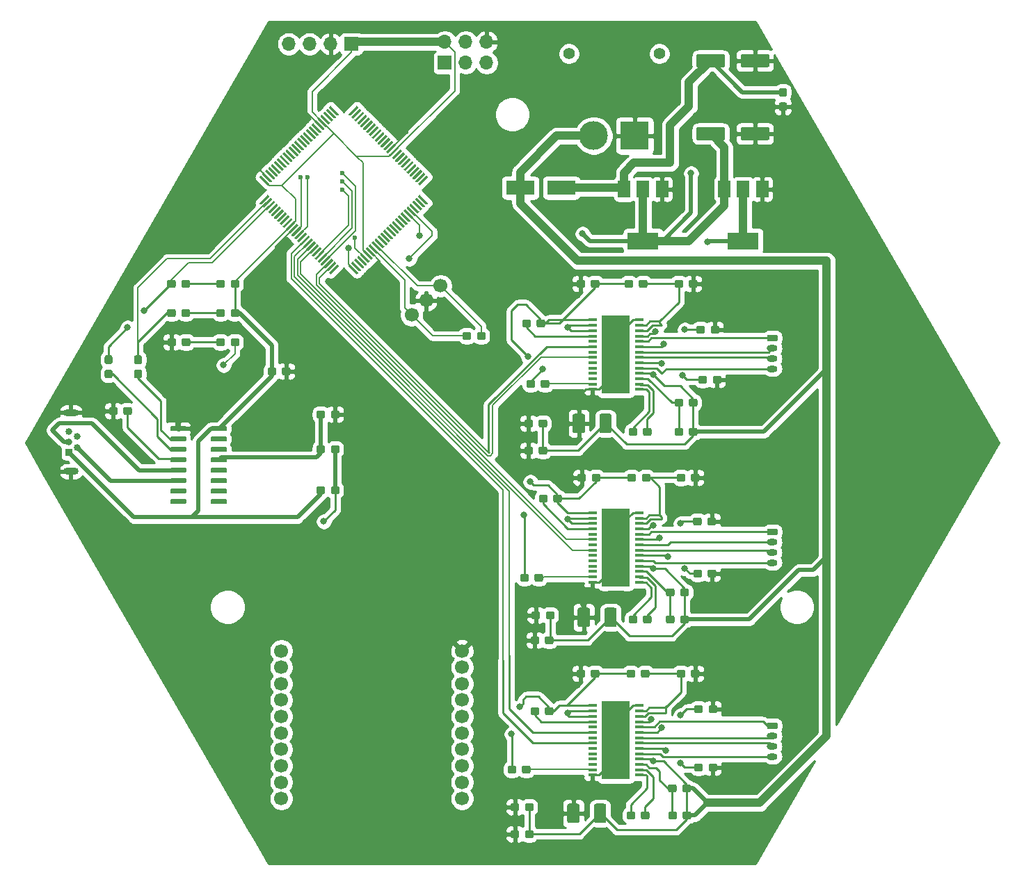
<source format=gbr>
G04 #@! TF.GenerationSoftware,KiCad,Pcbnew,(5.1.5)-3*
G04 #@! TF.CreationDate,2020-04-11T17:23:27+08:00*
G04 #@! TF.ProjectId,Misaka,4d697361-6b61-42e6-9b69-6361645f7063,rev?*
G04 #@! TF.SameCoordinates,Original*
G04 #@! TF.FileFunction,Copper,L1,Top*
G04 #@! TF.FilePolarity,Positive*
%FSLAX46Y46*%
G04 Gerber Fmt 4.6, Leading zero omitted, Abs format (unit mm)*
G04 Created by KiCad (PCBNEW (5.1.5)-3) date 2020-04-11 17:23:27*
%MOMM*%
%LPD*%
G04 APERTURE LIST*
%ADD10C,1.700000*%
%ADD11R,1.500000X2.000000*%
%ADD12R,3.800000X2.000000*%
%ADD13C,0.100000*%
%ADD14C,0.600000*%
%ADD15R,3.400000X9.500000*%
%ADD16R,1.100000X0.400000*%
%ADD17O,1.700000X1.700000*%
%ADD18R,1.700000X1.700000*%
%ADD19O,1.850000X0.850000*%
%ADD20C,0.840000*%
%ADD21R,0.840000X0.840000*%
%ADD22O,1.300000X0.800000*%
%ADD23C,3.500000*%
%ADD24R,3.500000X3.500000*%
%ADD25C,1.400000*%
%ADD26R,3.500000X1.800000*%
%ADD27C,0.800000*%
%ADD28C,0.254000*%
%ADD29C,1.000000*%
%ADD30C,0.508000*%
%ADD31C,0.190000*%
G04 APERTURE END LIST*
D10*
X62758466Y-59415534D03*
X64526233Y-57647767D03*
X66294000Y-55880000D03*
D11*
X105424000Y-44094000D03*
X100824000Y-44094000D03*
X103124000Y-44094000D03*
D12*
X103124000Y-50394000D03*
D11*
X93232000Y-44094000D03*
X88632000Y-44094000D03*
X90932000Y-44094000D03*
D12*
X90932000Y-50394000D03*
G04 #@! TA.AperFunction,SMDPad,CuDef*
D13*
G36*
X40144703Y-72979722D02*
G01*
X40159264Y-72981882D01*
X40173543Y-72985459D01*
X40187403Y-72990418D01*
X40200710Y-72996712D01*
X40213336Y-73004280D01*
X40225159Y-73013048D01*
X40236066Y-73022934D01*
X40245952Y-73033841D01*
X40254720Y-73045664D01*
X40262288Y-73058290D01*
X40268582Y-73071597D01*
X40273541Y-73085457D01*
X40277118Y-73099736D01*
X40279278Y-73114297D01*
X40280000Y-73129000D01*
X40280000Y-73429000D01*
X40279278Y-73443703D01*
X40277118Y-73458264D01*
X40273541Y-73472543D01*
X40268582Y-73486403D01*
X40262288Y-73499710D01*
X40254720Y-73512336D01*
X40245952Y-73524159D01*
X40236066Y-73535066D01*
X40225159Y-73544952D01*
X40213336Y-73553720D01*
X40200710Y-73561288D01*
X40187403Y-73567582D01*
X40173543Y-73572541D01*
X40159264Y-73576118D01*
X40144703Y-73578278D01*
X40130000Y-73579000D01*
X38480000Y-73579000D01*
X38465297Y-73578278D01*
X38450736Y-73576118D01*
X38436457Y-73572541D01*
X38422597Y-73567582D01*
X38409290Y-73561288D01*
X38396664Y-73553720D01*
X38384841Y-73544952D01*
X38373934Y-73535066D01*
X38364048Y-73524159D01*
X38355280Y-73512336D01*
X38347712Y-73499710D01*
X38341418Y-73486403D01*
X38336459Y-73472543D01*
X38332882Y-73458264D01*
X38330722Y-73443703D01*
X38330000Y-73429000D01*
X38330000Y-73129000D01*
X38330722Y-73114297D01*
X38332882Y-73099736D01*
X38336459Y-73085457D01*
X38341418Y-73071597D01*
X38347712Y-73058290D01*
X38355280Y-73045664D01*
X38364048Y-73033841D01*
X38373934Y-73022934D01*
X38384841Y-73013048D01*
X38396664Y-73004280D01*
X38409290Y-72996712D01*
X38422597Y-72990418D01*
X38436457Y-72985459D01*
X38450736Y-72981882D01*
X38465297Y-72979722D01*
X38480000Y-72979000D01*
X40130000Y-72979000D01*
X40144703Y-72979722D01*
G37*
G04 #@! TD.AperFunction*
G04 #@! TA.AperFunction,SMDPad,CuDef*
G36*
X40144703Y-74249722D02*
G01*
X40159264Y-74251882D01*
X40173543Y-74255459D01*
X40187403Y-74260418D01*
X40200710Y-74266712D01*
X40213336Y-74274280D01*
X40225159Y-74283048D01*
X40236066Y-74292934D01*
X40245952Y-74303841D01*
X40254720Y-74315664D01*
X40262288Y-74328290D01*
X40268582Y-74341597D01*
X40273541Y-74355457D01*
X40277118Y-74369736D01*
X40279278Y-74384297D01*
X40280000Y-74399000D01*
X40280000Y-74699000D01*
X40279278Y-74713703D01*
X40277118Y-74728264D01*
X40273541Y-74742543D01*
X40268582Y-74756403D01*
X40262288Y-74769710D01*
X40254720Y-74782336D01*
X40245952Y-74794159D01*
X40236066Y-74805066D01*
X40225159Y-74814952D01*
X40213336Y-74823720D01*
X40200710Y-74831288D01*
X40187403Y-74837582D01*
X40173543Y-74842541D01*
X40159264Y-74846118D01*
X40144703Y-74848278D01*
X40130000Y-74849000D01*
X38480000Y-74849000D01*
X38465297Y-74848278D01*
X38450736Y-74846118D01*
X38436457Y-74842541D01*
X38422597Y-74837582D01*
X38409290Y-74831288D01*
X38396664Y-74823720D01*
X38384841Y-74814952D01*
X38373934Y-74805066D01*
X38364048Y-74794159D01*
X38355280Y-74782336D01*
X38347712Y-74769710D01*
X38341418Y-74756403D01*
X38336459Y-74742543D01*
X38332882Y-74728264D01*
X38330722Y-74713703D01*
X38330000Y-74699000D01*
X38330000Y-74399000D01*
X38330722Y-74384297D01*
X38332882Y-74369736D01*
X38336459Y-74355457D01*
X38341418Y-74341597D01*
X38347712Y-74328290D01*
X38355280Y-74315664D01*
X38364048Y-74303841D01*
X38373934Y-74292934D01*
X38384841Y-74283048D01*
X38396664Y-74274280D01*
X38409290Y-74266712D01*
X38422597Y-74260418D01*
X38436457Y-74255459D01*
X38450736Y-74251882D01*
X38465297Y-74249722D01*
X38480000Y-74249000D01*
X40130000Y-74249000D01*
X40144703Y-74249722D01*
G37*
G04 #@! TD.AperFunction*
G04 #@! TA.AperFunction,SMDPad,CuDef*
G36*
X40144703Y-75519722D02*
G01*
X40159264Y-75521882D01*
X40173543Y-75525459D01*
X40187403Y-75530418D01*
X40200710Y-75536712D01*
X40213336Y-75544280D01*
X40225159Y-75553048D01*
X40236066Y-75562934D01*
X40245952Y-75573841D01*
X40254720Y-75585664D01*
X40262288Y-75598290D01*
X40268582Y-75611597D01*
X40273541Y-75625457D01*
X40277118Y-75639736D01*
X40279278Y-75654297D01*
X40280000Y-75669000D01*
X40280000Y-75969000D01*
X40279278Y-75983703D01*
X40277118Y-75998264D01*
X40273541Y-76012543D01*
X40268582Y-76026403D01*
X40262288Y-76039710D01*
X40254720Y-76052336D01*
X40245952Y-76064159D01*
X40236066Y-76075066D01*
X40225159Y-76084952D01*
X40213336Y-76093720D01*
X40200710Y-76101288D01*
X40187403Y-76107582D01*
X40173543Y-76112541D01*
X40159264Y-76116118D01*
X40144703Y-76118278D01*
X40130000Y-76119000D01*
X38480000Y-76119000D01*
X38465297Y-76118278D01*
X38450736Y-76116118D01*
X38436457Y-76112541D01*
X38422597Y-76107582D01*
X38409290Y-76101288D01*
X38396664Y-76093720D01*
X38384841Y-76084952D01*
X38373934Y-76075066D01*
X38364048Y-76064159D01*
X38355280Y-76052336D01*
X38347712Y-76039710D01*
X38341418Y-76026403D01*
X38336459Y-76012543D01*
X38332882Y-75998264D01*
X38330722Y-75983703D01*
X38330000Y-75969000D01*
X38330000Y-75669000D01*
X38330722Y-75654297D01*
X38332882Y-75639736D01*
X38336459Y-75625457D01*
X38341418Y-75611597D01*
X38347712Y-75598290D01*
X38355280Y-75585664D01*
X38364048Y-75573841D01*
X38373934Y-75562934D01*
X38384841Y-75553048D01*
X38396664Y-75544280D01*
X38409290Y-75536712D01*
X38422597Y-75530418D01*
X38436457Y-75525459D01*
X38450736Y-75521882D01*
X38465297Y-75519722D01*
X38480000Y-75519000D01*
X40130000Y-75519000D01*
X40144703Y-75519722D01*
G37*
G04 #@! TD.AperFunction*
G04 #@! TA.AperFunction,SMDPad,CuDef*
G36*
X40144703Y-76789722D02*
G01*
X40159264Y-76791882D01*
X40173543Y-76795459D01*
X40187403Y-76800418D01*
X40200710Y-76806712D01*
X40213336Y-76814280D01*
X40225159Y-76823048D01*
X40236066Y-76832934D01*
X40245952Y-76843841D01*
X40254720Y-76855664D01*
X40262288Y-76868290D01*
X40268582Y-76881597D01*
X40273541Y-76895457D01*
X40277118Y-76909736D01*
X40279278Y-76924297D01*
X40280000Y-76939000D01*
X40280000Y-77239000D01*
X40279278Y-77253703D01*
X40277118Y-77268264D01*
X40273541Y-77282543D01*
X40268582Y-77296403D01*
X40262288Y-77309710D01*
X40254720Y-77322336D01*
X40245952Y-77334159D01*
X40236066Y-77345066D01*
X40225159Y-77354952D01*
X40213336Y-77363720D01*
X40200710Y-77371288D01*
X40187403Y-77377582D01*
X40173543Y-77382541D01*
X40159264Y-77386118D01*
X40144703Y-77388278D01*
X40130000Y-77389000D01*
X38480000Y-77389000D01*
X38465297Y-77388278D01*
X38450736Y-77386118D01*
X38436457Y-77382541D01*
X38422597Y-77377582D01*
X38409290Y-77371288D01*
X38396664Y-77363720D01*
X38384841Y-77354952D01*
X38373934Y-77345066D01*
X38364048Y-77334159D01*
X38355280Y-77322336D01*
X38347712Y-77309710D01*
X38341418Y-77296403D01*
X38336459Y-77282543D01*
X38332882Y-77268264D01*
X38330722Y-77253703D01*
X38330000Y-77239000D01*
X38330000Y-76939000D01*
X38330722Y-76924297D01*
X38332882Y-76909736D01*
X38336459Y-76895457D01*
X38341418Y-76881597D01*
X38347712Y-76868290D01*
X38355280Y-76855664D01*
X38364048Y-76843841D01*
X38373934Y-76832934D01*
X38384841Y-76823048D01*
X38396664Y-76814280D01*
X38409290Y-76806712D01*
X38422597Y-76800418D01*
X38436457Y-76795459D01*
X38450736Y-76791882D01*
X38465297Y-76789722D01*
X38480000Y-76789000D01*
X40130000Y-76789000D01*
X40144703Y-76789722D01*
G37*
G04 #@! TD.AperFunction*
G04 #@! TA.AperFunction,SMDPad,CuDef*
G36*
X40144703Y-78059722D02*
G01*
X40159264Y-78061882D01*
X40173543Y-78065459D01*
X40187403Y-78070418D01*
X40200710Y-78076712D01*
X40213336Y-78084280D01*
X40225159Y-78093048D01*
X40236066Y-78102934D01*
X40245952Y-78113841D01*
X40254720Y-78125664D01*
X40262288Y-78138290D01*
X40268582Y-78151597D01*
X40273541Y-78165457D01*
X40277118Y-78179736D01*
X40279278Y-78194297D01*
X40280000Y-78209000D01*
X40280000Y-78509000D01*
X40279278Y-78523703D01*
X40277118Y-78538264D01*
X40273541Y-78552543D01*
X40268582Y-78566403D01*
X40262288Y-78579710D01*
X40254720Y-78592336D01*
X40245952Y-78604159D01*
X40236066Y-78615066D01*
X40225159Y-78624952D01*
X40213336Y-78633720D01*
X40200710Y-78641288D01*
X40187403Y-78647582D01*
X40173543Y-78652541D01*
X40159264Y-78656118D01*
X40144703Y-78658278D01*
X40130000Y-78659000D01*
X38480000Y-78659000D01*
X38465297Y-78658278D01*
X38450736Y-78656118D01*
X38436457Y-78652541D01*
X38422597Y-78647582D01*
X38409290Y-78641288D01*
X38396664Y-78633720D01*
X38384841Y-78624952D01*
X38373934Y-78615066D01*
X38364048Y-78604159D01*
X38355280Y-78592336D01*
X38347712Y-78579710D01*
X38341418Y-78566403D01*
X38336459Y-78552543D01*
X38332882Y-78538264D01*
X38330722Y-78523703D01*
X38330000Y-78509000D01*
X38330000Y-78209000D01*
X38330722Y-78194297D01*
X38332882Y-78179736D01*
X38336459Y-78165457D01*
X38341418Y-78151597D01*
X38347712Y-78138290D01*
X38355280Y-78125664D01*
X38364048Y-78113841D01*
X38373934Y-78102934D01*
X38384841Y-78093048D01*
X38396664Y-78084280D01*
X38409290Y-78076712D01*
X38422597Y-78070418D01*
X38436457Y-78065459D01*
X38450736Y-78061882D01*
X38465297Y-78059722D01*
X38480000Y-78059000D01*
X40130000Y-78059000D01*
X40144703Y-78059722D01*
G37*
G04 #@! TD.AperFunction*
G04 #@! TA.AperFunction,SMDPad,CuDef*
G36*
X40144703Y-79329722D02*
G01*
X40159264Y-79331882D01*
X40173543Y-79335459D01*
X40187403Y-79340418D01*
X40200710Y-79346712D01*
X40213336Y-79354280D01*
X40225159Y-79363048D01*
X40236066Y-79372934D01*
X40245952Y-79383841D01*
X40254720Y-79395664D01*
X40262288Y-79408290D01*
X40268582Y-79421597D01*
X40273541Y-79435457D01*
X40277118Y-79449736D01*
X40279278Y-79464297D01*
X40280000Y-79479000D01*
X40280000Y-79779000D01*
X40279278Y-79793703D01*
X40277118Y-79808264D01*
X40273541Y-79822543D01*
X40268582Y-79836403D01*
X40262288Y-79849710D01*
X40254720Y-79862336D01*
X40245952Y-79874159D01*
X40236066Y-79885066D01*
X40225159Y-79894952D01*
X40213336Y-79903720D01*
X40200710Y-79911288D01*
X40187403Y-79917582D01*
X40173543Y-79922541D01*
X40159264Y-79926118D01*
X40144703Y-79928278D01*
X40130000Y-79929000D01*
X38480000Y-79929000D01*
X38465297Y-79928278D01*
X38450736Y-79926118D01*
X38436457Y-79922541D01*
X38422597Y-79917582D01*
X38409290Y-79911288D01*
X38396664Y-79903720D01*
X38384841Y-79894952D01*
X38373934Y-79885066D01*
X38364048Y-79874159D01*
X38355280Y-79862336D01*
X38347712Y-79849710D01*
X38341418Y-79836403D01*
X38336459Y-79822543D01*
X38332882Y-79808264D01*
X38330722Y-79793703D01*
X38330000Y-79779000D01*
X38330000Y-79479000D01*
X38330722Y-79464297D01*
X38332882Y-79449736D01*
X38336459Y-79435457D01*
X38341418Y-79421597D01*
X38347712Y-79408290D01*
X38355280Y-79395664D01*
X38364048Y-79383841D01*
X38373934Y-79372934D01*
X38384841Y-79363048D01*
X38396664Y-79354280D01*
X38409290Y-79346712D01*
X38422597Y-79340418D01*
X38436457Y-79335459D01*
X38450736Y-79331882D01*
X38465297Y-79329722D01*
X38480000Y-79329000D01*
X40130000Y-79329000D01*
X40144703Y-79329722D01*
G37*
G04 #@! TD.AperFunction*
G04 #@! TA.AperFunction,SMDPad,CuDef*
G36*
X40144703Y-80599722D02*
G01*
X40159264Y-80601882D01*
X40173543Y-80605459D01*
X40187403Y-80610418D01*
X40200710Y-80616712D01*
X40213336Y-80624280D01*
X40225159Y-80633048D01*
X40236066Y-80642934D01*
X40245952Y-80653841D01*
X40254720Y-80665664D01*
X40262288Y-80678290D01*
X40268582Y-80691597D01*
X40273541Y-80705457D01*
X40277118Y-80719736D01*
X40279278Y-80734297D01*
X40280000Y-80749000D01*
X40280000Y-81049000D01*
X40279278Y-81063703D01*
X40277118Y-81078264D01*
X40273541Y-81092543D01*
X40268582Y-81106403D01*
X40262288Y-81119710D01*
X40254720Y-81132336D01*
X40245952Y-81144159D01*
X40236066Y-81155066D01*
X40225159Y-81164952D01*
X40213336Y-81173720D01*
X40200710Y-81181288D01*
X40187403Y-81187582D01*
X40173543Y-81192541D01*
X40159264Y-81196118D01*
X40144703Y-81198278D01*
X40130000Y-81199000D01*
X38480000Y-81199000D01*
X38465297Y-81198278D01*
X38450736Y-81196118D01*
X38436457Y-81192541D01*
X38422597Y-81187582D01*
X38409290Y-81181288D01*
X38396664Y-81173720D01*
X38384841Y-81164952D01*
X38373934Y-81155066D01*
X38364048Y-81144159D01*
X38355280Y-81132336D01*
X38347712Y-81119710D01*
X38341418Y-81106403D01*
X38336459Y-81092543D01*
X38332882Y-81078264D01*
X38330722Y-81063703D01*
X38330000Y-81049000D01*
X38330000Y-80749000D01*
X38330722Y-80734297D01*
X38332882Y-80719736D01*
X38336459Y-80705457D01*
X38341418Y-80691597D01*
X38347712Y-80678290D01*
X38355280Y-80665664D01*
X38364048Y-80653841D01*
X38373934Y-80642934D01*
X38384841Y-80633048D01*
X38396664Y-80624280D01*
X38409290Y-80616712D01*
X38422597Y-80610418D01*
X38436457Y-80605459D01*
X38450736Y-80601882D01*
X38465297Y-80599722D01*
X38480000Y-80599000D01*
X40130000Y-80599000D01*
X40144703Y-80599722D01*
G37*
G04 #@! TD.AperFunction*
G04 #@! TA.AperFunction,SMDPad,CuDef*
G36*
X40144703Y-81869722D02*
G01*
X40159264Y-81871882D01*
X40173543Y-81875459D01*
X40187403Y-81880418D01*
X40200710Y-81886712D01*
X40213336Y-81894280D01*
X40225159Y-81903048D01*
X40236066Y-81912934D01*
X40245952Y-81923841D01*
X40254720Y-81935664D01*
X40262288Y-81948290D01*
X40268582Y-81961597D01*
X40273541Y-81975457D01*
X40277118Y-81989736D01*
X40279278Y-82004297D01*
X40280000Y-82019000D01*
X40280000Y-82319000D01*
X40279278Y-82333703D01*
X40277118Y-82348264D01*
X40273541Y-82362543D01*
X40268582Y-82376403D01*
X40262288Y-82389710D01*
X40254720Y-82402336D01*
X40245952Y-82414159D01*
X40236066Y-82425066D01*
X40225159Y-82434952D01*
X40213336Y-82443720D01*
X40200710Y-82451288D01*
X40187403Y-82457582D01*
X40173543Y-82462541D01*
X40159264Y-82466118D01*
X40144703Y-82468278D01*
X40130000Y-82469000D01*
X38480000Y-82469000D01*
X38465297Y-82468278D01*
X38450736Y-82466118D01*
X38436457Y-82462541D01*
X38422597Y-82457582D01*
X38409290Y-82451288D01*
X38396664Y-82443720D01*
X38384841Y-82434952D01*
X38373934Y-82425066D01*
X38364048Y-82414159D01*
X38355280Y-82402336D01*
X38347712Y-82389710D01*
X38341418Y-82376403D01*
X38336459Y-82362543D01*
X38332882Y-82348264D01*
X38330722Y-82333703D01*
X38330000Y-82319000D01*
X38330000Y-82019000D01*
X38330722Y-82004297D01*
X38332882Y-81989736D01*
X38336459Y-81975457D01*
X38341418Y-81961597D01*
X38347712Y-81948290D01*
X38355280Y-81935664D01*
X38364048Y-81923841D01*
X38373934Y-81912934D01*
X38384841Y-81903048D01*
X38396664Y-81894280D01*
X38409290Y-81886712D01*
X38422597Y-81880418D01*
X38436457Y-81875459D01*
X38450736Y-81871882D01*
X38465297Y-81869722D01*
X38480000Y-81869000D01*
X40130000Y-81869000D01*
X40144703Y-81869722D01*
G37*
G04 #@! TD.AperFunction*
G04 #@! TA.AperFunction,SMDPad,CuDef*
G36*
X35194703Y-81869722D02*
G01*
X35209264Y-81871882D01*
X35223543Y-81875459D01*
X35237403Y-81880418D01*
X35250710Y-81886712D01*
X35263336Y-81894280D01*
X35275159Y-81903048D01*
X35286066Y-81912934D01*
X35295952Y-81923841D01*
X35304720Y-81935664D01*
X35312288Y-81948290D01*
X35318582Y-81961597D01*
X35323541Y-81975457D01*
X35327118Y-81989736D01*
X35329278Y-82004297D01*
X35330000Y-82019000D01*
X35330000Y-82319000D01*
X35329278Y-82333703D01*
X35327118Y-82348264D01*
X35323541Y-82362543D01*
X35318582Y-82376403D01*
X35312288Y-82389710D01*
X35304720Y-82402336D01*
X35295952Y-82414159D01*
X35286066Y-82425066D01*
X35275159Y-82434952D01*
X35263336Y-82443720D01*
X35250710Y-82451288D01*
X35237403Y-82457582D01*
X35223543Y-82462541D01*
X35209264Y-82466118D01*
X35194703Y-82468278D01*
X35180000Y-82469000D01*
X33530000Y-82469000D01*
X33515297Y-82468278D01*
X33500736Y-82466118D01*
X33486457Y-82462541D01*
X33472597Y-82457582D01*
X33459290Y-82451288D01*
X33446664Y-82443720D01*
X33434841Y-82434952D01*
X33423934Y-82425066D01*
X33414048Y-82414159D01*
X33405280Y-82402336D01*
X33397712Y-82389710D01*
X33391418Y-82376403D01*
X33386459Y-82362543D01*
X33382882Y-82348264D01*
X33380722Y-82333703D01*
X33380000Y-82319000D01*
X33380000Y-82019000D01*
X33380722Y-82004297D01*
X33382882Y-81989736D01*
X33386459Y-81975457D01*
X33391418Y-81961597D01*
X33397712Y-81948290D01*
X33405280Y-81935664D01*
X33414048Y-81923841D01*
X33423934Y-81912934D01*
X33434841Y-81903048D01*
X33446664Y-81894280D01*
X33459290Y-81886712D01*
X33472597Y-81880418D01*
X33486457Y-81875459D01*
X33500736Y-81871882D01*
X33515297Y-81869722D01*
X33530000Y-81869000D01*
X35180000Y-81869000D01*
X35194703Y-81869722D01*
G37*
G04 #@! TD.AperFunction*
G04 #@! TA.AperFunction,SMDPad,CuDef*
G36*
X35194703Y-80599722D02*
G01*
X35209264Y-80601882D01*
X35223543Y-80605459D01*
X35237403Y-80610418D01*
X35250710Y-80616712D01*
X35263336Y-80624280D01*
X35275159Y-80633048D01*
X35286066Y-80642934D01*
X35295952Y-80653841D01*
X35304720Y-80665664D01*
X35312288Y-80678290D01*
X35318582Y-80691597D01*
X35323541Y-80705457D01*
X35327118Y-80719736D01*
X35329278Y-80734297D01*
X35330000Y-80749000D01*
X35330000Y-81049000D01*
X35329278Y-81063703D01*
X35327118Y-81078264D01*
X35323541Y-81092543D01*
X35318582Y-81106403D01*
X35312288Y-81119710D01*
X35304720Y-81132336D01*
X35295952Y-81144159D01*
X35286066Y-81155066D01*
X35275159Y-81164952D01*
X35263336Y-81173720D01*
X35250710Y-81181288D01*
X35237403Y-81187582D01*
X35223543Y-81192541D01*
X35209264Y-81196118D01*
X35194703Y-81198278D01*
X35180000Y-81199000D01*
X33530000Y-81199000D01*
X33515297Y-81198278D01*
X33500736Y-81196118D01*
X33486457Y-81192541D01*
X33472597Y-81187582D01*
X33459290Y-81181288D01*
X33446664Y-81173720D01*
X33434841Y-81164952D01*
X33423934Y-81155066D01*
X33414048Y-81144159D01*
X33405280Y-81132336D01*
X33397712Y-81119710D01*
X33391418Y-81106403D01*
X33386459Y-81092543D01*
X33382882Y-81078264D01*
X33380722Y-81063703D01*
X33380000Y-81049000D01*
X33380000Y-80749000D01*
X33380722Y-80734297D01*
X33382882Y-80719736D01*
X33386459Y-80705457D01*
X33391418Y-80691597D01*
X33397712Y-80678290D01*
X33405280Y-80665664D01*
X33414048Y-80653841D01*
X33423934Y-80642934D01*
X33434841Y-80633048D01*
X33446664Y-80624280D01*
X33459290Y-80616712D01*
X33472597Y-80610418D01*
X33486457Y-80605459D01*
X33500736Y-80601882D01*
X33515297Y-80599722D01*
X33530000Y-80599000D01*
X35180000Y-80599000D01*
X35194703Y-80599722D01*
G37*
G04 #@! TD.AperFunction*
G04 #@! TA.AperFunction,SMDPad,CuDef*
G36*
X35194703Y-79329722D02*
G01*
X35209264Y-79331882D01*
X35223543Y-79335459D01*
X35237403Y-79340418D01*
X35250710Y-79346712D01*
X35263336Y-79354280D01*
X35275159Y-79363048D01*
X35286066Y-79372934D01*
X35295952Y-79383841D01*
X35304720Y-79395664D01*
X35312288Y-79408290D01*
X35318582Y-79421597D01*
X35323541Y-79435457D01*
X35327118Y-79449736D01*
X35329278Y-79464297D01*
X35330000Y-79479000D01*
X35330000Y-79779000D01*
X35329278Y-79793703D01*
X35327118Y-79808264D01*
X35323541Y-79822543D01*
X35318582Y-79836403D01*
X35312288Y-79849710D01*
X35304720Y-79862336D01*
X35295952Y-79874159D01*
X35286066Y-79885066D01*
X35275159Y-79894952D01*
X35263336Y-79903720D01*
X35250710Y-79911288D01*
X35237403Y-79917582D01*
X35223543Y-79922541D01*
X35209264Y-79926118D01*
X35194703Y-79928278D01*
X35180000Y-79929000D01*
X33530000Y-79929000D01*
X33515297Y-79928278D01*
X33500736Y-79926118D01*
X33486457Y-79922541D01*
X33472597Y-79917582D01*
X33459290Y-79911288D01*
X33446664Y-79903720D01*
X33434841Y-79894952D01*
X33423934Y-79885066D01*
X33414048Y-79874159D01*
X33405280Y-79862336D01*
X33397712Y-79849710D01*
X33391418Y-79836403D01*
X33386459Y-79822543D01*
X33382882Y-79808264D01*
X33380722Y-79793703D01*
X33380000Y-79779000D01*
X33380000Y-79479000D01*
X33380722Y-79464297D01*
X33382882Y-79449736D01*
X33386459Y-79435457D01*
X33391418Y-79421597D01*
X33397712Y-79408290D01*
X33405280Y-79395664D01*
X33414048Y-79383841D01*
X33423934Y-79372934D01*
X33434841Y-79363048D01*
X33446664Y-79354280D01*
X33459290Y-79346712D01*
X33472597Y-79340418D01*
X33486457Y-79335459D01*
X33500736Y-79331882D01*
X33515297Y-79329722D01*
X33530000Y-79329000D01*
X35180000Y-79329000D01*
X35194703Y-79329722D01*
G37*
G04 #@! TD.AperFunction*
G04 #@! TA.AperFunction,SMDPad,CuDef*
G36*
X35194703Y-78059722D02*
G01*
X35209264Y-78061882D01*
X35223543Y-78065459D01*
X35237403Y-78070418D01*
X35250710Y-78076712D01*
X35263336Y-78084280D01*
X35275159Y-78093048D01*
X35286066Y-78102934D01*
X35295952Y-78113841D01*
X35304720Y-78125664D01*
X35312288Y-78138290D01*
X35318582Y-78151597D01*
X35323541Y-78165457D01*
X35327118Y-78179736D01*
X35329278Y-78194297D01*
X35330000Y-78209000D01*
X35330000Y-78509000D01*
X35329278Y-78523703D01*
X35327118Y-78538264D01*
X35323541Y-78552543D01*
X35318582Y-78566403D01*
X35312288Y-78579710D01*
X35304720Y-78592336D01*
X35295952Y-78604159D01*
X35286066Y-78615066D01*
X35275159Y-78624952D01*
X35263336Y-78633720D01*
X35250710Y-78641288D01*
X35237403Y-78647582D01*
X35223543Y-78652541D01*
X35209264Y-78656118D01*
X35194703Y-78658278D01*
X35180000Y-78659000D01*
X33530000Y-78659000D01*
X33515297Y-78658278D01*
X33500736Y-78656118D01*
X33486457Y-78652541D01*
X33472597Y-78647582D01*
X33459290Y-78641288D01*
X33446664Y-78633720D01*
X33434841Y-78624952D01*
X33423934Y-78615066D01*
X33414048Y-78604159D01*
X33405280Y-78592336D01*
X33397712Y-78579710D01*
X33391418Y-78566403D01*
X33386459Y-78552543D01*
X33382882Y-78538264D01*
X33380722Y-78523703D01*
X33380000Y-78509000D01*
X33380000Y-78209000D01*
X33380722Y-78194297D01*
X33382882Y-78179736D01*
X33386459Y-78165457D01*
X33391418Y-78151597D01*
X33397712Y-78138290D01*
X33405280Y-78125664D01*
X33414048Y-78113841D01*
X33423934Y-78102934D01*
X33434841Y-78093048D01*
X33446664Y-78084280D01*
X33459290Y-78076712D01*
X33472597Y-78070418D01*
X33486457Y-78065459D01*
X33500736Y-78061882D01*
X33515297Y-78059722D01*
X33530000Y-78059000D01*
X35180000Y-78059000D01*
X35194703Y-78059722D01*
G37*
G04 #@! TD.AperFunction*
G04 #@! TA.AperFunction,SMDPad,CuDef*
G36*
X35194703Y-76789722D02*
G01*
X35209264Y-76791882D01*
X35223543Y-76795459D01*
X35237403Y-76800418D01*
X35250710Y-76806712D01*
X35263336Y-76814280D01*
X35275159Y-76823048D01*
X35286066Y-76832934D01*
X35295952Y-76843841D01*
X35304720Y-76855664D01*
X35312288Y-76868290D01*
X35318582Y-76881597D01*
X35323541Y-76895457D01*
X35327118Y-76909736D01*
X35329278Y-76924297D01*
X35330000Y-76939000D01*
X35330000Y-77239000D01*
X35329278Y-77253703D01*
X35327118Y-77268264D01*
X35323541Y-77282543D01*
X35318582Y-77296403D01*
X35312288Y-77309710D01*
X35304720Y-77322336D01*
X35295952Y-77334159D01*
X35286066Y-77345066D01*
X35275159Y-77354952D01*
X35263336Y-77363720D01*
X35250710Y-77371288D01*
X35237403Y-77377582D01*
X35223543Y-77382541D01*
X35209264Y-77386118D01*
X35194703Y-77388278D01*
X35180000Y-77389000D01*
X33530000Y-77389000D01*
X33515297Y-77388278D01*
X33500736Y-77386118D01*
X33486457Y-77382541D01*
X33472597Y-77377582D01*
X33459290Y-77371288D01*
X33446664Y-77363720D01*
X33434841Y-77354952D01*
X33423934Y-77345066D01*
X33414048Y-77334159D01*
X33405280Y-77322336D01*
X33397712Y-77309710D01*
X33391418Y-77296403D01*
X33386459Y-77282543D01*
X33382882Y-77268264D01*
X33380722Y-77253703D01*
X33380000Y-77239000D01*
X33380000Y-76939000D01*
X33380722Y-76924297D01*
X33382882Y-76909736D01*
X33386459Y-76895457D01*
X33391418Y-76881597D01*
X33397712Y-76868290D01*
X33405280Y-76855664D01*
X33414048Y-76843841D01*
X33423934Y-76832934D01*
X33434841Y-76823048D01*
X33446664Y-76814280D01*
X33459290Y-76806712D01*
X33472597Y-76800418D01*
X33486457Y-76795459D01*
X33500736Y-76791882D01*
X33515297Y-76789722D01*
X33530000Y-76789000D01*
X35180000Y-76789000D01*
X35194703Y-76789722D01*
G37*
G04 #@! TD.AperFunction*
G04 #@! TA.AperFunction,SMDPad,CuDef*
G36*
X35194703Y-75519722D02*
G01*
X35209264Y-75521882D01*
X35223543Y-75525459D01*
X35237403Y-75530418D01*
X35250710Y-75536712D01*
X35263336Y-75544280D01*
X35275159Y-75553048D01*
X35286066Y-75562934D01*
X35295952Y-75573841D01*
X35304720Y-75585664D01*
X35312288Y-75598290D01*
X35318582Y-75611597D01*
X35323541Y-75625457D01*
X35327118Y-75639736D01*
X35329278Y-75654297D01*
X35330000Y-75669000D01*
X35330000Y-75969000D01*
X35329278Y-75983703D01*
X35327118Y-75998264D01*
X35323541Y-76012543D01*
X35318582Y-76026403D01*
X35312288Y-76039710D01*
X35304720Y-76052336D01*
X35295952Y-76064159D01*
X35286066Y-76075066D01*
X35275159Y-76084952D01*
X35263336Y-76093720D01*
X35250710Y-76101288D01*
X35237403Y-76107582D01*
X35223543Y-76112541D01*
X35209264Y-76116118D01*
X35194703Y-76118278D01*
X35180000Y-76119000D01*
X33530000Y-76119000D01*
X33515297Y-76118278D01*
X33500736Y-76116118D01*
X33486457Y-76112541D01*
X33472597Y-76107582D01*
X33459290Y-76101288D01*
X33446664Y-76093720D01*
X33434841Y-76084952D01*
X33423934Y-76075066D01*
X33414048Y-76064159D01*
X33405280Y-76052336D01*
X33397712Y-76039710D01*
X33391418Y-76026403D01*
X33386459Y-76012543D01*
X33382882Y-75998264D01*
X33380722Y-75983703D01*
X33380000Y-75969000D01*
X33380000Y-75669000D01*
X33380722Y-75654297D01*
X33382882Y-75639736D01*
X33386459Y-75625457D01*
X33391418Y-75611597D01*
X33397712Y-75598290D01*
X33405280Y-75585664D01*
X33414048Y-75573841D01*
X33423934Y-75562934D01*
X33434841Y-75553048D01*
X33446664Y-75544280D01*
X33459290Y-75536712D01*
X33472597Y-75530418D01*
X33486457Y-75525459D01*
X33500736Y-75521882D01*
X33515297Y-75519722D01*
X33530000Y-75519000D01*
X35180000Y-75519000D01*
X35194703Y-75519722D01*
G37*
G04 #@! TD.AperFunction*
G04 #@! TA.AperFunction,SMDPad,CuDef*
G36*
X35194703Y-74249722D02*
G01*
X35209264Y-74251882D01*
X35223543Y-74255459D01*
X35237403Y-74260418D01*
X35250710Y-74266712D01*
X35263336Y-74274280D01*
X35275159Y-74283048D01*
X35286066Y-74292934D01*
X35295952Y-74303841D01*
X35304720Y-74315664D01*
X35312288Y-74328290D01*
X35318582Y-74341597D01*
X35323541Y-74355457D01*
X35327118Y-74369736D01*
X35329278Y-74384297D01*
X35330000Y-74399000D01*
X35330000Y-74699000D01*
X35329278Y-74713703D01*
X35327118Y-74728264D01*
X35323541Y-74742543D01*
X35318582Y-74756403D01*
X35312288Y-74769710D01*
X35304720Y-74782336D01*
X35295952Y-74794159D01*
X35286066Y-74805066D01*
X35275159Y-74814952D01*
X35263336Y-74823720D01*
X35250710Y-74831288D01*
X35237403Y-74837582D01*
X35223543Y-74842541D01*
X35209264Y-74846118D01*
X35194703Y-74848278D01*
X35180000Y-74849000D01*
X33530000Y-74849000D01*
X33515297Y-74848278D01*
X33500736Y-74846118D01*
X33486457Y-74842541D01*
X33472597Y-74837582D01*
X33459290Y-74831288D01*
X33446664Y-74823720D01*
X33434841Y-74814952D01*
X33423934Y-74805066D01*
X33414048Y-74794159D01*
X33405280Y-74782336D01*
X33397712Y-74769710D01*
X33391418Y-74756403D01*
X33386459Y-74742543D01*
X33382882Y-74728264D01*
X33380722Y-74713703D01*
X33380000Y-74699000D01*
X33380000Y-74399000D01*
X33380722Y-74384297D01*
X33382882Y-74369736D01*
X33386459Y-74355457D01*
X33391418Y-74341597D01*
X33397712Y-74328290D01*
X33405280Y-74315664D01*
X33414048Y-74303841D01*
X33423934Y-74292934D01*
X33434841Y-74283048D01*
X33446664Y-74274280D01*
X33459290Y-74266712D01*
X33472597Y-74260418D01*
X33486457Y-74255459D01*
X33500736Y-74251882D01*
X33515297Y-74249722D01*
X33530000Y-74249000D01*
X35180000Y-74249000D01*
X35194703Y-74249722D01*
G37*
G04 #@! TD.AperFunction*
G04 #@! TA.AperFunction,SMDPad,CuDef*
G36*
X35194703Y-72979722D02*
G01*
X35209264Y-72981882D01*
X35223543Y-72985459D01*
X35237403Y-72990418D01*
X35250710Y-72996712D01*
X35263336Y-73004280D01*
X35275159Y-73013048D01*
X35286066Y-73022934D01*
X35295952Y-73033841D01*
X35304720Y-73045664D01*
X35312288Y-73058290D01*
X35318582Y-73071597D01*
X35323541Y-73085457D01*
X35327118Y-73099736D01*
X35329278Y-73114297D01*
X35330000Y-73129000D01*
X35330000Y-73429000D01*
X35329278Y-73443703D01*
X35327118Y-73458264D01*
X35323541Y-73472543D01*
X35318582Y-73486403D01*
X35312288Y-73499710D01*
X35304720Y-73512336D01*
X35295952Y-73524159D01*
X35286066Y-73535066D01*
X35275159Y-73544952D01*
X35263336Y-73553720D01*
X35250710Y-73561288D01*
X35237403Y-73567582D01*
X35223543Y-73572541D01*
X35209264Y-73576118D01*
X35194703Y-73578278D01*
X35180000Y-73579000D01*
X33530000Y-73579000D01*
X33515297Y-73578278D01*
X33500736Y-73576118D01*
X33486457Y-73572541D01*
X33472597Y-73567582D01*
X33459290Y-73561288D01*
X33446664Y-73553720D01*
X33434841Y-73544952D01*
X33423934Y-73535066D01*
X33414048Y-73524159D01*
X33405280Y-73512336D01*
X33397712Y-73499710D01*
X33391418Y-73486403D01*
X33386459Y-73472543D01*
X33382882Y-73458264D01*
X33380722Y-73443703D01*
X33380000Y-73429000D01*
X33380000Y-73129000D01*
X33380722Y-73114297D01*
X33382882Y-73099736D01*
X33386459Y-73085457D01*
X33391418Y-73071597D01*
X33397712Y-73058290D01*
X33405280Y-73045664D01*
X33414048Y-73033841D01*
X33423934Y-73022934D01*
X33434841Y-73013048D01*
X33446664Y-73004280D01*
X33459290Y-72996712D01*
X33472597Y-72990418D01*
X33486457Y-72985459D01*
X33500736Y-72981882D01*
X33515297Y-72979722D01*
X33530000Y-72979000D01*
X35180000Y-72979000D01*
X35194703Y-72979722D01*
G37*
G04 #@! TD.AperFunction*
D14*
X88930000Y-59812000D03*
X87630000Y-59812000D03*
X86330000Y-59812000D03*
X88930000Y-61592000D03*
X87630000Y-61592000D03*
X86330000Y-61592000D03*
X88930000Y-63372000D03*
X87630000Y-63372000D03*
X86330000Y-63372000D03*
X88930000Y-65152000D03*
X87630000Y-65152000D03*
X86330000Y-65152000D03*
X88930000Y-66932000D03*
X87630000Y-66932000D03*
X86330000Y-66932000D03*
X86330000Y-68712000D03*
X87630000Y-68712000D03*
X88930000Y-68712000D03*
D15*
X87630000Y-64262000D03*
D16*
X84780000Y-68487000D03*
X84780000Y-67837000D03*
X84780000Y-67187000D03*
X84780000Y-66537000D03*
X84780000Y-65887000D03*
X84780000Y-65237000D03*
X84780000Y-64587000D03*
X84780000Y-63937000D03*
X84780000Y-63287000D03*
X84780000Y-62637000D03*
X84780000Y-61987000D03*
X84780000Y-61337000D03*
X84780000Y-60687000D03*
X84780000Y-60037000D03*
X90480000Y-60037000D03*
X90480000Y-60687000D03*
X90480000Y-61337000D03*
X90480000Y-61987000D03*
X90480000Y-62637000D03*
X90480000Y-63287000D03*
X90480000Y-63937000D03*
X90480000Y-64587000D03*
X90480000Y-65237000D03*
X90480000Y-65887000D03*
X90480000Y-66537000D03*
X90480000Y-67187000D03*
X90480000Y-67837000D03*
X90480000Y-68487000D03*
D14*
X88930000Y-83307000D03*
X87630000Y-83307000D03*
X86330000Y-83307000D03*
X88930000Y-85087000D03*
X87630000Y-85087000D03*
X86330000Y-85087000D03*
X88930000Y-86867000D03*
X87630000Y-86867000D03*
X86330000Y-86867000D03*
X88930000Y-88647000D03*
X87630000Y-88647000D03*
X86330000Y-88647000D03*
X88930000Y-90427000D03*
X87630000Y-90427000D03*
X86330000Y-90427000D03*
X86330000Y-92207000D03*
X87630000Y-92207000D03*
X88930000Y-92207000D03*
D15*
X87630000Y-87757000D03*
D16*
X84780000Y-91982000D03*
X84780000Y-91332000D03*
X84780000Y-90682000D03*
X84780000Y-90032000D03*
X84780000Y-89382000D03*
X84780000Y-88732000D03*
X84780000Y-88082000D03*
X84780000Y-87432000D03*
X84780000Y-86782000D03*
X84780000Y-86132000D03*
X84780000Y-85482000D03*
X84780000Y-84832000D03*
X84780000Y-84182000D03*
X84780000Y-83532000D03*
X90480000Y-83532000D03*
X90480000Y-84182000D03*
X90480000Y-84832000D03*
X90480000Y-85482000D03*
X90480000Y-86132000D03*
X90480000Y-86782000D03*
X90480000Y-87432000D03*
X90480000Y-88082000D03*
X90480000Y-88732000D03*
X90480000Y-89382000D03*
X90480000Y-90032000D03*
X90480000Y-90682000D03*
X90480000Y-91332000D03*
X90480000Y-91982000D03*
G04 #@! TA.AperFunction,SMDPad,CuDef*
D13*
G36*
X44431080Y-42428305D02*
G01*
X44438361Y-42429385D01*
X44445500Y-42431173D01*
X44452430Y-42433653D01*
X44459084Y-42436800D01*
X44465397Y-42440584D01*
X44471308Y-42444968D01*
X44476762Y-42449911D01*
X45413678Y-43386827D01*
X45418621Y-43392281D01*
X45423005Y-43398192D01*
X45426789Y-43404505D01*
X45429936Y-43411159D01*
X45432416Y-43418089D01*
X45434204Y-43425228D01*
X45435284Y-43432509D01*
X45435645Y-43439860D01*
X45435284Y-43447211D01*
X45434204Y-43454492D01*
X45432416Y-43461631D01*
X45429936Y-43468561D01*
X45426789Y-43475215D01*
X45423005Y-43481528D01*
X45418621Y-43487439D01*
X45413678Y-43492893D01*
X45307612Y-43598959D01*
X45302158Y-43603902D01*
X45296247Y-43608286D01*
X45289934Y-43612070D01*
X45283280Y-43615217D01*
X45276350Y-43617697D01*
X45269211Y-43619485D01*
X45261930Y-43620565D01*
X45254579Y-43620926D01*
X45247228Y-43620565D01*
X45239947Y-43619485D01*
X45232808Y-43617697D01*
X45225878Y-43615217D01*
X45219224Y-43612070D01*
X45212911Y-43608286D01*
X45207000Y-43603902D01*
X45201546Y-43598959D01*
X44264630Y-42662043D01*
X44259687Y-42656589D01*
X44255303Y-42650678D01*
X44251519Y-42644365D01*
X44248372Y-42637711D01*
X44245892Y-42630781D01*
X44244104Y-42623642D01*
X44243024Y-42616361D01*
X44242663Y-42609010D01*
X44243024Y-42601659D01*
X44244104Y-42594378D01*
X44245892Y-42587239D01*
X44248372Y-42580309D01*
X44251519Y-42573655D01*
X44255303Y-42567342D01*
X44259687Y-42561431D01*
X44264630Y-42555977D01*
X44370696Y-42449911D01*
X44376150Y-42444968D01*
X44382061Y-42440584D01*
X44388374Y-42436800D01*
X44395028Y-42433653D01*
X44401958Y-42431173D01*
X44409097Y-42429385D01*
X44416378Y-42428305D01*
X44423729Y-42427944D01*
X44431080Y-42428305D01*
G37*
G04 #@! TD.AperFunction*
G04 #@! TA.AperFunction,SMDPad,CuDef*
G36*
X44784633Y-42074752D02*
G01*
X44791914Y-42075832D01*
X44799053Y-42077620D01*
X44805983Y-42080100D01*
X44812637Y-42083247D01*
X44818950Y-42087031D01*
X44824861Y-42091415D01*
X44830315Y-42096358D01*
X45767231Y-43033274D01*
X45772174Y-43038728D01*
X45776558Y-43044639D01*
X45780342Y-43050952D01*
X45783489Y-43057606D01*
X45785969Y-43064536D01*
X45787757Y-43071675D01*
X45788837Y-43078956D01*
X45789198Y-43086307D01*
X45788837Y-43093658D01*
X45787757Y-43100939D01*
X45785969Y-43108078D01*
X45783489Y-43115008D01*
X45780342Y-43121662D01*
X45776558Y-43127975D01*
X45772174Y-43133886D01*
X45767231Y-43139340D01*
X45661165Y-43245406D01*
X45655711Y-43250349D01*
X45649800Y-43254733D01*
X45643487Y-43258517D01*
X45636833Y-43261664D01*
X45629903Y-43264144D01*
X45622764Y-43265932D01*
X45615483Y-43267012D01*
X45608132Y-43267373D01*
X45600781Y-43267012D01*
X45593500Y-43265932D01*
X45586361Y-43264144D01*
X45579431Y-43261664D01*
X45572777Y-43258517D01*
X45566464Y-43254733D01*
X45560553Y-43250349D01*
X45555099Y-43245406D01*
X44618183Y-42308490D01*
X44613240Y-42303036D01*
X44608856Y-42297125D01*
X44605072Y-42290812D01*
X44601925Y-42284158D01*
X44599445Y-42277228D01*
X44597657Y-42270089D01*
X44596577Y-42262808D01*
X44596216Y-42255457D01*
X44596577Y-42248106D01*
X44597657Y-42240825D01*
X44599445Y-42233686D01*
X44601925Y-42226756D01*
X44605072Y-42220102D01*
X44608856Y-42213789D01*
X44613240Y-42207878D01*
X44618183Y-42202424D01*
X44724249Y-42096358D01*
X44729703Y-42091415D01*
X44735614Y-42087031D01*
X44741927Y-42083247D01*
X44748581Y-42080100D01*
X44755511Y-42077620D01*
X44762650Y-42075832D01*
X44769931Y-42074752D01*
X44777282Y-42074391D01*
X44784633Y-42074752D01*
G37*
G04 #@! TD.AperFunction*
G04 #@! TA.AperFunction,SMDPad,CuDef*
G36*
X45138186Y-41721198D02*
G01*
X45145467Y-41722278D01*
X45152606Y-41724066D01*
X45159536Y-41726546D01*
X45166190Y-41729693D01*
X45172503Y-41733477D01*
X45178414Y-41737861D01*
X45183868Y-41742804D01*
X46120784Y-42679720D01*
X46125727Y-42685174D01*
X46130111Y-42691085D01*
X46133895Y-42697398D01*
X46137042Y-42704052D01*
X46139522Y-42710982D01*
X46141310Y-42718121D01*
X46142390Y-42725402D01*
X46142751Y-42732753D01*
X46142390Y-42740104D01*
X46141310Y-42747385D01*
X46139522Y-42754524D01*
X46137042Y-42761454D01*
X46133895Y-42768108D01*
X46130111Y-42774421D01*
X46125727Y-42780332D01*
X46120784Y-42785786D01*
X46014718Y-42891852D01*
X46009264Y-42896795D01*
X46003353Y-42901179D01*
X45997040Y-42904963D01*
X45990386Y-42908110D01*
X45983456Y-42910590D01*
X45976317Y-42912378D01*
X45969036Y-42913458D01*
X45961685Y-42913819D01*
X45954334Y-42913458D01*
X45947053Y-42912378D01*
X45939914Y-42910590D01*
X45932984Y-42908110D01*
X45926330Y-42904963D01*
X45920017Y-42901179D01*
X45914106Y-42896795D01*
X45908652Y-42891852D01*
X44971736Y-41954936D01*
X44966793Y-41949482D01*
X44962409Y-41943571D01*
X44958625Y-41937258D01*
X44955478Y-41930604D01*
X44952998Y-41923674D01*
X44951210Y-41916535D01*
X44950130Y-41909254D01*
X44949769Y-41901903D01*
X44950130Y-41894552D01*
X44951210Y-41887271D01*
X44952998Y-41880132D01*
X44955478Y-41873202D01*
X44958625Y-41866548D01*
X44962409Y-41860235D01*
X44966793Y-41854324D01*
X44971736Y-41848870D01*
X45077802Y-41742804D01*
X45083256Y-41737861D01*
X45089167Y-41733477D01*
X45095480Y-41729693D01*
X45102134Y-41726546D01*
X45109064Y-41724066D01*
X45116203Y-41722278D01*
X45123484Y-41721198D01*
X45130835Y-41720837D01*
X45138186Y-41721198D01*
G37*
G04 #@! TD.AperFunction*
G04 #@! TA.AperFunction,SMDPad,CuDef*
G36*
X45491740Y-41367645D02*
G01*
X45499021Y-41368725D01*
X45506160Y-41370513D01*
X45513090Y-41372993D01*
X45519744Y-41376140D01*
X45526057Y-41379924D01*
X45531968Y-41384308D01*
X45537422Y-41389251D01*
X46474338Y-42326167D01*
X46479281Y-42331621D01*
X46483665Y-42337532D01*
X46487449Y-42343845D01*
X46490596Y-42350499D01*
X46493076Y-42357429D01*
X46494864Y-42364568D01*
X46495944Y-42371849D01*
X46496305Y-42379200D01*
X46495944Y-42386551D01*
X46494864Y-42393832D01*
X46493076Y-42400971D01*
X46490596Y-42407901D01*
X46487449Y-42414555D01*
X46483665Y-42420868D01*
X46479281Y-42426779D01*
X46474338Y-42432233D01*
X46368272Y-42538299D01*
X46362818Y-42543242D01*
X46356907Y-42547626D01*
X46350594Y-42551410D01*
X46343940Y-42554557D01*
X46337010Y-42557037D01*
X46329871Y-42558825D01*
X46322590Y-42559905D01*
X46315239Y-42560266D01*
X46307888Y-42559905D01*
X46300607Y-42558825D01*
X46293468Y-42557037D01*
X46286538Y-42554557D01*
X46279884Y-42551410D01*
X46273571Y-42547626D01*
X46267660Y-42543242D01*
X46262206Y-42538299D01*
X45325290Y-41601383D01*
X45320347Y-41595929D01*
X45315963Y-41590018D01*
X45312179Y-41583705D01*
X45309032Y-41577051D01*
X45306552Y-41570121D01*
X45304764Y-41562982D01*
X45303684Y-41555701D01*
X45303323Y-41548350D01*
X45303684Y-41540999D01*
X45304764Y-41533718D01*
X45306552Y-41526579D01*
X45309032Y-41519649D01*
X45312179Y-41512995D01*
X45315963Y-41506682D01*
X45320347Y-41500771D01*
X45325290Y-41495317D01*
X45431356Y-41389251D01*
X45436810Y-41384308D01*
X45442721Y-41379924D01*
X45449034Y-41376140D01*
X45455688Y-41372993D01*
X45462618Y-41370513D01*
X45469757Y-41368725D01*
X45477038Y-41367645D01*
X45484389Y-41367284D01*
X45491740Y-41367645D01*
G37*
G04 #@! TD.AperFunction*
G04 #@! TA.AperFunction,SMDPad,CuDef*
G36*
X45845293Y-41014091D02*
G01*
X45852574Y-41015171D01*
X45859713Y-41016959D01*
X45866643Y-41019439D01*
X45873297Y-41022586D01*
X45879610Y-41026370D01*
X45885521Y-41030754D01*
X45890975Y-41035697D01*
X46827891Y-41972613D01*
X46832834Y-41978067D01*
X46837218Y-41983978D01*
X46841002Y-41990291D01*
X46844149Y-41996945D01*
X46846629Y-42003875D01*
X46848417Y-42011014D01*
X46849497Y-42018295D01*
X46849858Y-42025646D01*
X46849497Y-42032997D01*
X46848417Y-42040278D01*
X46846629Y-42047417D01*
X46844149Y-42054347D01*
X46841002Y-42061001D01*
X46837218Y-42067314D01*
X46832834Y-42073225D01*
X46827891Y-42078679D01*
X46721825Y-42184745D01*
X46716371Y-42189688D01*
X46710460Y-42194072D01*
X46704147Y-42197856D01*
X46697493Y-42201003D01*
X46690563Y-42203483D01*
X46683424Y-42205271D01*
X46676143Y-42206351D01*
X46668792Y-42206712D01*
X46661441Y-42206351D01*
X46654160Y-42205271D01*
X46647021Y-42203483D01*
X46640091Y-42201003D01*
X46633437Y-42197856D01*
X46627124Y-42194072D01*
X46621213Y-42189688D01*
X46615759Y-42184745D01*
X45678843Y-41247829D01*
X45673900Y-41242375D01*
X45669516Y-41236464D01*
X45665732Y-41230151D01*
X45662585Y-41223497D01*
X45660105Y-41216567D01*
X45658317Y-41209428D01*
X45657237Y-41202147D01*
X45656876Y-41194796D01*
X45657237Y-41187445D01*
X45658317Y-41180164D01*
X45660105Y-41173025D01*
X45662585Y-41166095D01*
X45665732Y-41159441D01*
X45669516Y-41153128D01*
X45673900Y-41147217D01*
X45678843Y-41141763D01*
X45784909Y-41035697D01*
X45790363Y-41030754D01*
X45796274Y-41026370D01*
X45802587Y-41022586D01*
X45809241Y-41019439D01*
X45816171Y-41016959D01*
X45823310Y-41015171D01*
X45830591Y-41014091D01*
X45837942Y-41013730D01*
X45845293Y-41014091D01*
G37*
G04 #@! TD.AperFunction*
G04 #@! TA.AperFunction,SMDPad,CuDef*
G36*
X46198847Y-40660538D02*
G01*
X46206128Y-40661618D01*
X46213267Y-40663406D01*
X46220197Y-40665886D01*
X46226851Y-40669033D01*
X46233164Y-40672817D01*
X46239075Y-40677201D01*
X46244529Y-40682144D01*
X47181445Y-41619060D01*
X47186388Y-41624514D01*
X47190772Y-41630425D01*
X47194556Y-41636738D01*
X47197703Y-41643392D01*
X47200183Y-41650322D01*
X47201971Y-41657461D01*
X47203051Y-41664742D01*
X47203412Y-41672093D01*
X47203051Y-41679444D01*
X47201971Y-41686725D01*
X47200183Y-41693864D01*
X47197703Y-41700794D01*
X47194556Y-41707448D01*
X47190772Y-41713761D01*
X47186388Y-41719672D01*
X47181445Y-41725126D01*
X47075379Y-41831192D01*
X47069925Y-41836135D01*
X47064014Y-41840519D01*
X47057701Y-41844303D01*
X47051047Y-41847450D01*
X47044117Y-41849930D01*
X47036978Y-41851718D01*
X47029697Y-41852798D01*
X47022346Y-41853159D01*
X47014995Y-41852798D01*
X47007714Y-41851718D01*
X47000575Y-41849930D01*
X46993645Y-41847450D01*
X46986991Y-41844303D01*
X46980678Y-41840519D01*
X46974767Y-41836135D01*
X46969313Y-41831192D01*
X46032397Y-40894276D01*
X46027454Y-40888822D01*
X46023070Y-40882911D01*
X46019286Y-40876598D01*
X46016139Y-40869944D01*
X46013659Y-40863014D01*
X46011871Y-40855875D01*
X46010791Y-40848594D01*
X46010430Y-40841243D01*
X46010791Y-40833892D01*
X46011871Y-40826611D01*
X46013659Y-40819472D01*
X46016139Y-40812542D01*
X46019286Y-40805888D01*
X46023070Y-40799575D01*
X46027454Y-40793664D01*
X46032397Y-40788210D01*
X46138463Y-40682144D01*
X46143917Y-40677201D01*
X46149828Y-40672817D01*
X46156141Y-40669033D01*
X46162795Y-40665886D01*
X46169725Y-40663406D01*
X46176864Y-40661618D01*
X46184145Y-40660538D01*
X46191496Y-40660177D01*
X46198847Y-40660538D01*
G37*
G04 #@! TD.AperFunction*
G04 #@! TA.AperFunction,SMDPad,CuDef*
G36*
X46552400Y-40306985D02*
G01*
X46559681Y-40308065D01*
X46566820Y-40309853D01*
X46573750Y-40312333D01*
X46580404Y-40315480D01*
X46586717Y-40319264D01*
X46592628Y-40323648D01*
X46598082Y-40328591D01*
X47534998Y-41265507D01*
X47539941Y-41270961D01*
X47544325Y-41276872D01*
X47548109Y-41283185D01*
X47551256Y-41289839D01*
X47553736Y-41296769D01*
X47555524Y-41303908D01*
X47556604Y-41311189D01*
X47556965Y-41318540D01*
X47556604Y-41325891D01*
X47555524Y-41333172D01*
X47553736Y-41340311D01*
X47551256Y-41347241D01*
X47548109Y-41353895D01*
X47544325Y-41360208D01*
X47539941Y-41366119D01*
X47534998Y-41371573D01*
X47428932Y-41477639D01*
X47423478Y-41482582D01*
X47417567Y-41486966D01*
X47411254Y-41490750D01*
X47404600Y-41493897D01*
X47397670Y-41496377D01*
X47390531Y-41498165D01*
X47383250Y-41499245D01*
X47375899Y-41499606D01*
X47368548Y-41499245D01*
X47361267Y-41498165D01*
X47354128Y-41496377D01*
X47347198Y-41493897D01*
X47340544Y-41490750D01*
X47334231Y-41486966D01*
X47328320Y-41482582D01*
X47322866Y-41477639D01*
X46385950Y-40540723D01*
X46381007Y-40535269D01*
X46376623Y-40529358D01*
X46372839Y-40523045D01*
X46369692Y-40516391D01*
X46367212Y-40509461D01*
X46365424Y-40502322D01*
X46364344Y-40495041D01*
X46363983Y-40487690D01*
X46364344Y-40480339D01*
X46365424Y-40473058D01*
X46367212Y-40465919D01*
X46369692Y-40458989D01*
X46372839Y-40452335D01*
X46376623Y-40446022D01*
X46381007Y-40440111D01*
X46385950Y-40434657D01*
X46492016Y-40328591D01*
X46497470Y-40323648D01*
X46503381Y-40319264D01*
X46509694Y-40315480D01*
X46516348Y-40312333D01*
X46523278Y-40309853D01*
X46530417Y-40308065D01*
X46537698Y-40306985D01*
X46545049Y-40306624D01*
X46552400Y-40306985D01*
G37*
G04 #@! TD.AperFunction*
G04 #@! TA.AperFunction,SMDPad,CuDef*
G36*
X46905953Y-39953431D02*
G01*
X46913234Y-39954511D01*
X46920373Y-39956299D01*
X46927303Y-39958779D01*
X46933957Y-39961926D01*
X46940270Y-39965710D01*
X46946181Y-39970094D01*
X46951635Y-39975037D01*
X47888551Y-40911953D01*
X47893494Y-40917407D01*
X47897878Y-40923318D01*
X47901662Y-40929631D01*
X47904809Y-40936285D01*
X47907289Y-40943215D01*
X47909077Y-40950354D01*
X47910157Y-40957635D01*
X47910518Y-40964986D01*
X47910157Y-40972337D01*
X47909077Y-40979618D01*
X47907289Y-40986757D01*
X47904809Y-40993687D01*
X47901662Y-41000341D01*
X47897878Y-41006654D01*
X47893494Y-41012565D01*
X47888551Y-41018019D01*
X47782485Y-41124085D01*
X47777031Y-41129028D01*
X47771120Y-41133412D01*
X47764807Y-41137196D01*
X47758153Y-41140343D01*
X47751223Y-41142823D01*
X47744084Y-41144611D01*
X47736803Y-41145691D01*
X47729452Y-41146052D01*
X47722101Y-41145691D01*
X47714820Y-41144611D01*
X47707681Y-41142823D01*
X47700751Y-41140343D01*
X47694097Y-41137196D01*
X47687784Y-41133412D01*
X47681873Y-41129028D01*
X47676419Y-41124085D01*
X46739503Y-40187169D01*
X46734560Y-40181715D01*
X46730176Y-40175804D01*
X46726392Y-40169491D01*
X46723245Y-40162837D01*
X46720765Y-40155907D01*
X46718977Y-40148768D01*
X46717897Y-40141487D01*
X46717536Y-40134136D01*
X46717897Y-40126785D01*
X46718977Y-40119504D01*
X46720765Y-40112365D01*
X46723245Y-40105435D01*
X46726392Y-40098781D01*
X46730176Y-40092468D01*
X46734560Y-40086557D01*
X46739503Y-40081103D01*
X46845569Y-39975037D01*
X46851023Y-39970094D01*
X46856934Y-39965710D01*
X46863247Y-39961926D01*
X46869901Y-39958779D01*
X46876831Y-39956299D01*
X46883970Y-39954511D01*
X46891251Y-39953431D01*
X46898602Y-39953070D01*
X46905953Y-39953431D01*
G37*
G04 #@! TD.AperFunction*
G04 #@! TA.AperFunction,SMDPad,CuDef*
G36*
X47259507Y-39599878D02*
G01*
X47266788Y-39600958D01*
X47273927Y-39602746D01*
X47280857Y-39605226D01*
X47287511Y-39608373D01*
X47293824Y-39612157D01*
X47299735Y-39616541D01*
X47305189Y-39621484D01*
X48242105Y-40558400D01*
X48247048Y-40563854D01*
X48251432Y-40569765D01*
X48255216Y-40576078D01*
X48258363Y-40582732D01*
X48260843Y-40589662D01*
X48262631Y-40596801D01*
X48263711Y-40604082D01*
X48264072Y-40611433D01*
X48263711Y-40618784D01*
X48262631Y-40626065D01*
X48260843Y-40633204D01*
X48258363Y-40640134D01*
X48255216Y-40646788D01*
X48251432Y-40653101D01*
X48247048Y-40659012D01*
X48242105Y-40664466D01*
X48136039Y-40770532D01*
X48130585Y-40775475D01*
X48124674Y-40779859D01*
X48118361Y-40783643D01*
X48111707Y-40786790D01*
X48104777Y-40789270D01*
X48097638Y-40791058D01*
X48090357Y-40792138D01*
X48083006Y-40792499D01*
X48075655Y-40792138D01*
X48068374Y-40791058D01*
X48061235Y-40789270D01*
X48054305Y-40786790D01*
X48047651Y-40783643D01*
X48041338Y-40779859D01*
X48035427Y-40775475D01*
X48029973Y-40770532D01*
X47093057Y-39833616D01*
X47088114Y-39828162D01*
X47083730Y-39822251D01*
X47079946Y-39815938D01*
X47076799Y-39809284D01*
X47074319Y-39802354D01*
X47072531Y-39795215D01*
X47071451Y-39787934D01*
X47071090Y-39780583D01*
X47071451Y-39773232D01*
X47072531Y-39765951D01*
X47074319Y-39758812D01*
X47076799Y-39751882D01*
X47079946Y-39745228D01*
X47083730Y-39738915D01*
X47088114Y-39733004D01*
X47093057Y-39727550D01*
X47199123Y-39621484D01*
X47204577Y-39616541D01*
X47210488Y-39612157D01*
X47216801Y-39608373D01*
X47223455Y-39605226D01*
X47230385Y-39602746D01*
X47237524Y-39600958D01*
X47244805Y-39599878D01*
X47252156Y-39599517D01*
X47259507Y-39599878D01*
G37*
G04 #@! TD.AperFunction*
G04 #@! TA.AperFunction,SMDPad,CuDef*
G36*
X47613060Y-39246324D02*
G01*
X47620341Y-39247404D01*
X47627480Y-39249192D01*
X47634410Y-39251672D01*
X47641064Y-39254819D01*
X47647377Y-39258603D01*
X47653288Y-39262987D01*
X47658742Y-39267930D01*
X48595658Y-40204846D01*
X48600601Y-40210300D01*
X48604985Y-40216211D01*
X48608769Y-40222524D01*
X48611916Y-40229178D01*
X48614396Y-40236108D01*
X48616184Y-40243247D01*
X48617264Y-40250528D01*
X48617625Y-40257879D01*
X48617264Y-40265230D01*
X48616184Y-40272511D01*
X48614396Y-40279650D01*
X48611916Y-40286580D01*
X48608769Y-40293234D01*
X48604985Y-40299547D01*
X48600601Y-40305458D01*
X48595658Y-40310912D01*
X48489592Y-40416978D01*
X48484138Y-40421921D01*
X48478227Y-40426305D01*
X48471914Y-40430089D01*
X48465260Y-40433236D01*
X48458330Y-40435716D01*
X48451191Y-40437504D01*
X48443910Y-40438584D01*
X48436559Y-40438945D01*
X48429208Y-40438584D01*
X48421927Y-40437504D01*
X48414788Y-40435716D01*
X48407858Y-40433236D01*
X48401204Y-40430089D01*
X48394891Y-40426305D01*
X48388980Y-40421921D01*
X48383526Y-40416978D01*
X47446610Y-39480062D01*
X47441667Y-39474608D01*
X47437283Y-39468697D01*
X47433499Y-39462384D01*
X47430352Y-39455730D01*
X47427872Y-39448800D01*
X47426084Y-39441661D01*
X47425004Y-39434380D01*
X47424643Y-39427029D01*
X47425004Y-39419678D01*
X47426084Y-39412397D01*
X47427872Y-39405258D01*
X47430352Y-39398328D01*
X47433499Y-39391674D01*
X47437283Y-39385361D01*
X47441667Y-39379450D01*
X47446610Y-39373996D01*
X47552676Y-39267930D01*
X47558130Y-39262987D01*
X47564041Y-39258603D01*
X47570354Y-39254819D01*
X47577008Y-39251672D01*
X47583938Y-39249192D01*
X47591077Y-39247404D01*
X47598358Y-39246324D01*
X47605709Y-39245963D01*
X47613060Y-39246324D01*
G37*
G04 #@! TD.AperFunction*
G04 #@! TA.AperFunction,SMDPad,CuDef*
G36*
X47966614Y-38892771D02*
G01*
X47973895Y-38893851D01*
X47981034Y-38895639D01*
X47987964Y-38898119D01*
X47994618Y-38901266D01*
X48000931Y-38905050D01*
X48006842Y-38909434D01*
X48012296Y-38914377D01*
X48949212Y-39851293D01*
X48954155Y-39856747D01*
X48958539Y-39862658D01*
X48962323Y-39868971D01*
X48965470Y-39875625D01*
X48967950Y-39882555D01*
X48969738Y-39889694D01*
X48970818Y-39896975D01*
X48971179Y-39904326D01*
X48970818Y-39911677D01*
X48969738Y-39918958D01*
X48967950Y-39926097D01*
X48965470Y-39933027D01*
X48962323Y-39939681D01*
X48958539Y-39945994D01*
X48954155Y-39951905D01*
X48949212Y-39957359D01*
X48843146Y-40063425D01*
X48837692Y-40068368D01*
X48831781Y-40072752D01*
X48825468Y-40076536D01*
X48818814Y-40079683D01*
X48811884Y-40082163D01*
X48804745Y-40083951D01*
X48797464Y-40085031D01*
X48790113Y-40085392D01*
X48782762Y-40085031D01*
X48775481Y-40083951D01*
X48768342Y-40082163D01*
X48761412Y-40079683D01*
X48754758Y-40076536D01*
X48748445Y-40072752D01*
X48742534Y-40068368D01*
X48737080Y-40063425D01*
X47800164Y-39126509D01*
X47795221Y-39121055D01*
X47790837Y-39115144D01*
X47787053Y-39108831D01*
X47783906Y-39102177D01*
X47781426Y-39095247D01*
X47779638Y-39088108D01*
X47778558Y-39080827D01*
X47778197Y-39073476D01*
X47778558Y-39066125D01*
X47779638Y-39058844D01*
X47781426Y-39051705D01*
X47783906Y-39044775D01*
X47787053Y-39038121D01*
X47790837Y-39031808D01*
X47795221Y-39025897D01*
X47800164Y-39020443D01*
X47906230Y-38914377D01*
X47911684Y-38909434D01*
X47917595Y-38905050D01*
X47923908Y-38901266D01*
X47930562Y-38898119D01*
X47937492Y-38895639D01*
X47944631Y-38893851D01*
X47951912Y-38892771D01*
X47959263Y-38892410D01*
X47966614Y-38892771D01*
G37*
G04 #@! TD.AperFunction*
G04 #@! TA.AperFunction,SMDPad,CuDef*
G36*
X48320167Y-38539218D02*
G01*
X48327448Y-38540298D01*
X48334587Y-38542086D01*
X48341517Y-38544566D01*
X48348171Y-38547713D01*
X48354484Y-38551497D01*
X48360395Y-38555881D01*
X48365849Y-38560824D01*
X49302765Y-39497740D01*
X49307708Y-39503194D01*
X49312092Y-39509105D01*
X49315876Y-39515418D01*
X49319023Y-39522072D01*
X49321503Y-39529002D01*
X49323291Y-39536141D01*
X49324371Y-39543422D01*
X49324732Y-39550773D01*
X49324371Y-39558124D01*
X49323291Y-39565405D01*
X49321503Y-39572544D01*
X49319023Y-39579474D01*
X49315876Y-39586128D01*
X49312092Y-39592441D01*
X49307708Y-39598352D01*
X49302765Y-39603806D01*
X49196699Y-39709872D01*
X49191245Y-39714815D01*
X49185334Y-39719199D01*
X49179021Y-39722983D01*
X49172367Y-39726130D01*
X49165437Y-39728610D01*
X49158298Y-39730398D01*
X49151017Y-39731478D01*
X49143666Y-39731839D01*
X49136315Y-39731478D01*
X49129034Y-39730398D01*
X49121895Y-39728610D01*
X49114965Y-39726130D01*
X49108311Y-39722983D01*
X49101998Y-39719199D01*
X49096087Y-39714815D01*
X49090633Y-39709872D01*
X48153717Y-38772956D01*
X48148774Y-38767502D01*
X48144390Y-38761591D01*
X48140606Y-38755278D01*
X48137459Y-38748624D01*
X48134979Y-38741694D01*
X48133191Y-38734555D01*
X48132111Y-38727274D01*
X48131750Y-38719923D01*
X48132111Y-38712572D01*
X48133191Y-38705291D01*
X48134979Y-38698152D01*
X48137459Y-38691222D01*
X48140606Y-38684568D01*
X48144390Y-38678255D01*
X48148774Y-38672344D01*
X48153717Y-38666890D01*
X48259783Y-38560824D01*
X48265237Y-38555881D01*
X48271148Y-38551497D01*
X48277461Y-38547713D01*
X48284115Y-38544566D01*
X48291045Y-38542086D01*
X48298184Y-38540298D01*
X48305465Y-38539218D01*
X48312816Y-38538857D01*
X48320167Y-38539218D01*
G37*
G04 #@! TD.AperFunction*
G04 #@! TA.AperFunction,SMDPad,CuDef*
G36*
X48673720Y-38185664D02*
G01*
X48681001Y-38186744D01*
X48688140Y-38188532D01*
X48695070Y-38191012D01*
X48701724Y-38194159D01*
X48708037Y-38197943D01*
X48713948Y-38202327D01*
X48719402Y-38207270D01*
X49656318Y-39144186D01*
X49661261Y-39149640D01*
X49665645Y-39155551D01*
X49669429Y-39161864D01*
X49672576Y-39168518D01*
X49675056Y-39175448D01*
X49676844Y-39182587D01*
X49677924Y-39189868D01*
X49678285Y-39197219D01*
X49677924Y-39204570D01*
X49676844Y-39211851D01*
X49675056Y-39218990D01*
X49672576Y-39225920D01*
X49669429Y-39232574D01*
X49665645Y-39238887D01*
X49661261Y-39244798D01*
X49656318Y-39250252D01*
X49550252Y-39356318D01*
X49544798Y-39361261D01*
X49538887Y-39365645D01*
X49532574Y-39369429D01*
X49525920Y-39372576D01*
X49518990Y-39375056D01*
X49511851Y-39376844D01*
X49504570Y-39377924D01*
X49497219Y-39378285D01*
X49489868Y-39377924D01*
X49482587Y-39376844D01*
X49475448Y-39375056D01*
X49468518Y-39372576D01*
X49461864Y-39369429D01*
X49455551Y-39365645D01*
X49449640Y-39361261D01*
X49444186Y-39356318D01*
X48507270Y-38419402D01*
X48502327Y-38413948D01*
X48497943Y-38408037D01*
X48494159Y-38401724D01*
X48491012Y-38395070D01*
X48488532Y-38388140D01*
X48486744Y-38381001D01*
X48485664Y-38373720D01*
X48485303Y-38366369D01*
X48485664Y-38359018D01*
X48486744Y-38351737D01*
X48488532Y-38344598D01*
X48491012Y-38337668D01*
X48494159Y-38331014D01*
X48497943Y-38324701D01*
X48502327Y-38318790D01*
X48507270Y-38313336D01*
X48613336Y-38207270D01*
X48618790Y-38202327D01*
X48624701Y-38197943D01*
X48631014Y-38194159D01*
X48637668Y-38191012D01*
X48644598Y-38188532D01*
X48651737Y-38186744D01*
X48659018Y-38185664D01*
X48666369Y-38185303D01*
X48673720Y-38185664D01*
G37*
G04 #@! TD.AperFunction*
G04 #@! TA.AperFunction,SMDPad,CuDef*
G36*
X49027274Y-37832111D02*
G01*
X49034555Y-37833191D01*
X49041694Y-37834979D01*
X49048624Y-37837459D01*
X49055278Y-37840606D01*
X49061591Y-37844390D01*
X49067502Y-37848774D01*
X49072956Y-37853717D01*
X50009872Y-38790633D01*
X50014815Y-38796087D01*
X50019199Y-38801998D01*
X50022983Y-38808311D01*
X50026130Y-38814965D01*
X50028610Y-38821895D01*
X50030398Y-38829034D01*
X50031478Y-38836315D01*
X50031839Y-38843666D01*
X50031478Y-38851017D01*
X50030398Y-38858298D01*
X50028610Y-38865437D01*
X50026130Y-38872367D01*
X50022983Y-38879021D01*
X50019199Y-38885334D01*
X50014815Y-38891245D01*
X50009872Y-38896699D01*
X49903806Y-39002765D01*
X49898352Y-39007708D01*
X49892441Y-39012092D01*
X49886128Y-39015876D01*
X49879474Y-39019023D01*
X49872544Y-39021503D01*
X49865405Y-39023291D01*
X49858124Y-39024371D01*
X49850773Y-39024732D01*
X49843422Y-39024371D01*
X49836141Y-39023291D01*
X49829002Y-39021503D01*
X49822072Y-39019023D01*
X49815418Y-39015876D01*
X49809105Y-39012092D01*
X49803194Y-39007708D01*
X49797740Y-39002765D01*
X48860824Y-38065849D01*
X48855881Y-38060395D01*
X48851497Y-38054484D01*
X48847713Y-38048171D01*
X48844566Y-38041517D01*
X48842086Y-38034587D01*
X48840298Y-38027448D01*
X48839218Y-38020167D01*
X48838857Y-38012816D01*
X48839218Y-38005465D01*
X48840298Y-37998184D01*
X48842086Y-37991045D01*
X48844566Y-37984115D01*
X48847713Y-37977461D01*
X48851497Y-37971148D01*
X48855881Y-37965237D01*
X48860824Y-37959783D01*
X48966890Y-37853717D01*
X48972344Y-37848774D01*
X48978255Y-37844390D01*
X48984568Y-37840606D01*
X48991222Y-37837459D01*
X48998152Y-37834979D01*
X49005291Y-37833191D01*
X49012572Y-37832111D01*
X49019923Y-37831750D01*
X49027274Y-37832111D01*
G37*
G04 #@! TD.AperFunction*
G04 #@! TA.AperFunction,SMDPad,CuDef*
G36*
X49380827Y-37478558D02*
G01*
X49388108Y-37479638D01*
X49395247Y-37481426D01*
X49402177Y-37483906D01*
X49408831Y-37487053D01*
X49415144Y-37490837D01*
X49421055Y-37495221D01*
X49426509Y-37500164D01*
X50363425Y-38437080D01*
X50368368Y-38442534D01*
X50372752Y-38448445D01*
X50376536Y-38454758D01*
X50379683Y-38461412D01*
X50382163Y-38468342D01*
X50383951Y-38475481D01*
X50385031Y-38482762D01*
X50385392Y-38490113D01*
X50385031Y-38497464D01*
X50383951Y-38504745D01*
X50382163Y-38511884D01*
X50379683Y-38518814D01*
X50376536Y-38525468D01*
X50372752Y-38531781D01*
X50368368Y-38537692D01*
X50363425Y-38543146D01*
X50257359Y-38649212D01*
X50251905Y-38654155D01*
X50245994Y-38658539D01*
X50239681Y-38662323D01*
X50233027Y-38665470D01*
X50226097Y-38667950D01*
X50218958Y-38669738D01*
X50211677Y-38670818D01*
X50204326Y-38671179D01*
X50196975Y-38670818D01*
X50189694Y-38669738D01*
X50182555Y-38667950D01*
X50175625Y-38665470D01*
X50168971Y-38662323D01*
X50162658Y-38658539D01*
X50156747Y-38654155D01*
X50151293Y-38649212D01*
X49214377Y-37712296D01*
X49209434Y-37706842D01*
X49205050Y-37700931D01*
X49201266Y-37694618D01*
X49198119Y-37687964D01*
X49195639Y-37681034D01*
X49193851Y-37673895D01*
X49192771Y-37666614D01*
X49192410Y-37659263D01*
X49192771Y-37651912D01*
X49193851Y-37644631D01*
X49195639Y-37637492D01*
X49198119Y-37630562D01*
X49201266Y-37623908D01*
X49205050Y-37617595D01*
X49209434Y-37611684D01*
X49214377Y-37606230D01*
X49320443Y-37500164D01*
X49325897Y-37495221D01*
X49331808Y-37490837D01*
X49338121Y-37487053D01*
X49344775Y-37483906D01*
X49351705Y-37481426D01*
X49358844Y-37479638D01*
X49366125Y-37478558D01*
X49373476Y-37478197D01*
X49380827Y-37478558D01*
G37*
G04 #@! TD.AperFunction*
G04 #@! TA.AperFunction,SMDPad,CuDef*
G36*
X49734380Y-37125004D02*
G01*
X49741661Y-37126084D01*
X49748800Y-37127872D01*
X49755730Y-37130352D01*
X49762384Y-37133499D01*
X49768697Y-37137283D01*
X49774608Y-37141667D01*
X49780062Y-37146610D01*
X50716978Y-38083526D01*
X50721921Y-38088980D01*
X50726305Y-38094891D01*
X50730089Y-38101204D01*
X50733236Y-38107858D01*
X50735716Y-38114788D01*
X50737504Y-38121927D01*
X50738584Y-38129208D01*
X50738945Y-38136559D01*
X50738584Y-38143910D01*
X50737504Y-38151191D01*
X50735716Y-38158330D01*
X50733236Y-38165260D01*
X50730089Y-38171914D01*
X50726305Y-38178227D01*
X50721921Y-38184138D01*
X50716978Y-38189592D01*
X50610912Y-38295658D01*
X50605458Y-38300601D01*
X50599547Y-38304985D01*
X50593234Y-38308769D01*
X50586580Y-38311916D01*
X50579650Y-38314396D01*
X50572511Y-38316184D01*
X50565230Y-38317264D01*
X50557879Y-38317625D01*
X50550528Y-38317264D01*
X50543247Y-38316184D01*
X50536108Y-38314396D01*
X50529178Y-38311916D01*
X50522524Y-38308769D01*
X50516211Y-38304985D01*
X50510300Y-38300601D01*
X50504846Y-38295658D01*
X49567930Y-37358742D01*
X49562987Y-37353288D01*
X49558603Y-37347377D01*
X49554819Y-37341064D01*
X49551672Y-37334410D01*
X49549192Y-37327480D01*
X49547404Y-37320341D01*
X49546324Y-37313060D01*
X49545963Y-37305709D01*
X49546324Y-37298358D01*
X49547404Y-37291077D01*
X49549192Y-37283938D01*
X49551672Y-37277008D01*
X49554819Y-37270354D01*
X49558603Y-37264041D01*
X49562987Y-37258130D01*
X49567930Y-37252676D01*
X49673996Y-37146610D01*
X49679450Y-37141667D01*
X49685361Y-37137283D01*
X49691674Y-37133499D01*
X49698328Y-37130352D01*
X49705258Y-37127872D01*
X49712397Y-37126084D01*
X49719678Y-37125004D01*
X49727029Y-37124643D01*
X49734380Y-37125004D01*
G37*
G04 #@! TD.AperFunction*
G04 #@! TA.AperFunction,SMDPad,CuDef*
G36*
X50087934Y-36771451D02*
G01*
X50095215Y-36772531D01*
X50102354Y-36774319D01*
X50109284Y-36776799D01*
X50115938Y-36779946D01*
X50122251Y-36783730D01*
X50128162Y-36788114D01*
X50133616Y-36793057D01*
X51070532Y-37729973D01*
X51075475Y-37735427D01*
X51079859Y-37741338D01*
X51083643Y-37747651D01*
X51086790Y-37754305D01*
X51089270Y-37761235D01*
X51091058Y-37768374D01*
X51092138Y-37775655D01*
X51092499Y-37783006D01*
X51092138Y-37790357D01*
X51091058Y-37797638D01*
X51089270Y-37804777D01*
X51086790Y-37811707D01*
X51083643Y-37818361D01*
X51079859Y-37824674D01*
X51075475Y-37830585D01*
X51070532Y-37836039D01*
X50964466Y-37942105D01*
X50959012Y-37947048D01*
X50953101Y-37951432D01*
X50946788Y-37955216D01*
X50940134Y-37958363D01*
X50933204Y-37960843D01*
X50926065Y-37962631D01*
X50918784Y-37963711D01*
X50911433Y-37964072D01*
X50904082Y-37963711D01*
X50896801Y-37962631D01*
X50889662Y-37960843D01*
X50882732Y-37958363D01*
X50876078Y-37955216D01*
X50869765Y-37951432D01*
X50863854Y-37947048D01*
X50858400Y-37942105D01*
X49921484Y-37005189D01*
X49916541Y-36999735D01*
X49912157Y-36993824D01*
X49908373Y-36987511D01*
X49905226Y-36980857D01*
X49902746Y-36973927D01*
X49900958Y-36966788D01*
X49899878Y-36959507D01*
X49899517Y-36952156D01*
X49899878Y-36944805D01*
X49900958Y-36937524D01*
X49902746Y-36930385D01*
X49905226Y-36923455D01*
X49908373Y-36916801D01*
X49912157Y-36910488D01*
X49916541Y-36904577D01*
X49921484Y-36899123D01*
X50027550Y-36793057D01*
X50033004Y-36788114D01*
X50038915Y-36783730D01*
X50045228Y-36779946D01*
X50051882Y-36776799D01*
X50058812Y-36774319D01*
X50065951Y-36772531D01*
X50073232Y-36771451D01*
X50080583Y-36771090D01*
X50087934Y-36771451D01*
G37*
G04 #@! TD.AperFunction*
G04 #@! TA.AperFunction,SMDPad,CuDef*
G36*
X50441487Y-36417897D02*
G01*
X50448768Y-36418977D01*
X50455907Y-36420765D01*
X50462837Y-36423245D01*
X50469491Y-36426392D01*
X50475804Y-36430176D01*
X50481715Y-36434560D01*
X50487169Y-36439503D01*
X51424085Y-37376419D01*
X51429028Y-37381873D01*
X51433412Y-37387784D01*
X51437196Y-37394097D01*
X51440343Y-37400751D01*
X51442823Y-37407681D01*
X51444611Y-37414820D01*
X51445691Y-37422101D01*
X51446052Y-37429452D01*
X51445691Y-37436803D01*
X51444611Y-37444084D01*
X51442823Y-37451223D01*
X51440343Y-37458153D01*
X51437196Y-37464807D01*
X51433412Y-37471120D01*
X51429028Y-37477031D01*
X51424085Y-37482485D01*
X51318019Y-37588551D01*
X51312565Y-37593494D01*
X51306654Y-37597878D01*
X51300341Y-37601662D01*
X51293687Y-37604809D01*
X51286757Y-37607289D01*
X51279618Y-37609077D01*
X51272337Y-37610157D01*
X51264986Y-37610518D01*
X51257635Y-37610157D01*
X51250354Y-37609077D01*
X51243215Y-37607289D01*
X51236285Y-37604809D01*
X51229631Y-37601662D01*
X51223318Y-37597878D01*
X51217407Y-37593494D01*
X51211953Y-37588551D01*
X50275037Y-36651635D01*
X50270094Y-36646181D01*
X50265710Y-36640270D01*
X50261926Y-36633957D01*
X50258779Y-36627303D01*
X50256299Y-36620373D01*
X50254511Y-36613234D01*
X50253431Y-36605953D01*
X50253070Y-36598602D01*
X50253431Y-36591251D01*
X50254511Y-36583970D01*
X50256299Y-36576831D01*
X50258779Y-36569901D01*
X50261926Y-36563247D01*
X50265710Y-36556934D01*
X50270094Y-36551023D01*
X50275037Y-36545569D01*
X50381103Y-36439503D01*
X50386557Y-36434560D01*
X50392468Y-36430176D01*
X50398781Y-36426392D01*
X50405435Y-36423245D01*
X50412365Y-36420765D01*
X50419504Y-36418977D01*
X50426785Y-36417897D01*
X50434136Y-36417536D01*
X50441487Y-36417897D01*
G37*
G04 #@! TD.AperFunction*
G04 #@! TA.AperFunction,SMDPad,CuDef*
G36*
X50795041Y-36064344D02*
G01*
X50802322Y-36065424D01*
X50809461Y-36067212D01*
X50816391Y-36069692D01*
X50823045Y-36072839D01*
X50829358Y-36076623D01*
X50835269Y-36081007D01*
X50840723Y-36085950D01*
X51777639Y-37022866D01*
X51782582Y-37028320D01*
X51786966Y-37034231D01*
X51790750Y-37040544D01*
X51793897Y-37047198D01*
X51796377Y-37054128D01*
X51798165Y-37061267D01*
X51799245Y-37068548D01*
X51799606Y-37075899D01*
X51799245Y-37083250D01*
X51798165Y-37090531D01*
X51796377Y-37097670D01*
X51793897Y-37104600D01*
X51790750Y-37111254D01*
X51786966Y-37117567D01*
X51782582Y-37123478D01*
X51777639Y-37128932D01*
X51671573Y-37234998D01*
X51666119Y-37239941D01*
X51660208Y-37244325D01*
X51653895Y-37248109D01*
X51647241Y-37251256D01*
X51640311Y-37253736D01*
X51633172Y-37255524D01*
X51625891Y-37256604D01*
X51618540Y-37256965D01*
X51611189Y-37256604D01*
X51603908Y-37255524D01*
X51596769Y-37253736D01*
X51589839Y-37251256D01*
X51583185Y-37248109D01*
X51576872Y-37244325D01*
X51570961Y-37239941D01*
X51565507Y-37234998D01*
X50628591Y-36298082D01*
X50623648Y-36292628D01*
X50619264Y-36286717D01*
X50615480Y-36280404D01*
X50612333Y-36273750D01*
X50609853Y-36266820D01*
X50608065Y-36259681D01*
X50606985Y-36252400D01*
X50606624Y-36245049D01*
X50606985Y-36237698D01*
X50608065Y-36230417D01*
X50609853Y-36223278D01*
X50612333Y-36216348D01*
X50615480Y-36209694D01*
X50619264Y-36203381D01*
X50623648Y-36197470D01*
X50628591Y-36192016D01*
X50734657Y-36085950D01*
X50740111Y-36081007D01*
X50746022Y-36076623D01*
X50752335Y-36072839D01*
X50758989Y-36069692D01*
X50765919Y-36067212D01*
X50773058Y-36065424D01*
X50780339Y-36064344D01*
X50787690Y-36063983D01*
X50795041Y-36064344D01*
G37*
G04 #@! TD.AperFunction*
G04 #@! TA.AperFunction,SMDPad,CuDef*
G36*
X51148594Y-35710791D02*
G01*
X51155875Y-35711871D01*
X51163014Y-35713659D01*
X51169944Y-35716139D01*
X51176598Y-35719286D01*
X51182911Y-35723070D01*
X51188822Y-35727454D01*
X51194276Y-35732397D01*
X52131192Y-36669313D01*
X52136135Y-36674767D01*
X52140519Y-36680678D01*
X52144303Y-36686991D01*
X52147450Y-36693645D01*
X52149930Y-36700575D01*
X52151718Y-36707714D01*
X52152798Y-36714995D01*
X52153159Y-36722346D01*
X52152798Y-36729697D01*
X52151718Y-36736978D01*
X52149930Y-36744117D01*
X52147450Y-36751047D01*
X52144303Y-36757701D01*
X52140519Y-36764014D01*
X52136135Y-36769925D01*
X52131192Y-36775379D01*
X52025126Y-36881445D01*
X52019672Y-36886388D01*
X52013761Y-36890772D01*
X52007448Y-36894556D01*
X52000794Y-36897703D01*
X51993864Y-36900183D01*
X51986725Y-36901971D01*
X51979444Y-36903051D01*
X51972093Y-36903412D01*
X51964742Y-36903051D01*
X51957461Y-36901971D01*
X51950322Y-36900183D01*
X51943392Y-36897703D01*
X51936738Y-36894556D01*
X51930425Y-36890772D01*
X51924514Y-36886388D01*
X51919060Y-36881445D01*
X50982144Y-35944529D01*
X50977201Y-35939075D01*
X50972817Y-35933164D01*
X50969033Y-35926851D01*
X50965886Y-35920197D01*
X50963406Y-35913267D01*
X50961618Y-35906128D01*
X50960538Y-35898847D01*
X50960177Y-35891496D01*
X50960538Y-35884145D01*
X50961618Y-35876864D01*
X50963406Y-35869725D01*
X50965886Y-35862795D01*
X50969033Y-35856141D01*
X50972817Y-35849828D01*
X50977201Y-35843917D01*
X50982144Y-35838463D01*
X51088210Y-35732397D01*
X51093664Y-35727454D01*
X51099575Y-35723070D01*
X51105888Y-35719286D01*
X51112542Y-35716139D01*
X51119472Y-35713659D01*
X51126611Y-35711871D01*
X51133892Y-35710791D01*
X51141243Y-35710430D01*
X51148594Y-35710791D01*
G37*
G04 #@! TD.AperFunction*
G04 #@! TA.AperFunction,SMDPad,CuDef*
G36*
X51502147Y-35357237D02*
G01*
X51509428Y-35358317D01*
X51516567Y-35360105D01*
X51523497Y-35362585D01*
X51530151Y-35365732D01*
X51536464Y-35369516D01*
X51542375Y-35373900D01*
X51547829Y-35378843D01*
X52484745Y-36315759D01*
X52489688Y-36321213D01*
X52494072Y-36327124D01*
X52497856Y-36333437D01*
X52501003Y-36340091D01*
X52503483Y-36347021D01*
X52505271Y-36354160D01*
X52506351Y-36361441D01*
X52506712Y-36368792D01*
X52506351Y-36376143D01*
X52505271Y-36383424D01*
X52503483Y-36390563D01*
X52501003Y-36397493D01*
X52497856Y-36404147D01*
X52494072Y-36410460D01*
X52489688Y-36416371D01*
X52484745Y-36421825D01*
X52378679Y-36527891D01*
X52373225Y-36532834D01*
X52367314Y-36537218D01*
X52361001Y-36541002D01*
X52354347Y-36544149D01*
X52347417Y-36546629D01*
X52340278Y-36548417D01*
X52332997Y-36549497D01*
X52325646Y-36549858D01*
X52318295Y-36549497D01*
X52311014Y-36548417D01*
X52303875Y-36546629D01*
X52296945Y-36544149D01*
X52290291Y-36541002D01*
X52283978Y-36537218D01*
X52278067Y-36532834D01*
X52272613Y-36527891D01*
X51335697Y-35590975D01*
X51330754Y-35585521D01*
X51326370Y-35579610D01*
X51322586Y-35573297D01*
X51319439Y-35566643D01*
X51316959Y-35559713D01*
X51315171Y-35552574D01*
X51314091Y-35545293D01*
X51313730Y-35537942D01*
X51314091Y-35530591D01*
X51315171Y-35523310D01*
X51316959Y-35516171D01*
X51319439Y-35509241D01*
X51322586Y-35502587D01*
X51326370Y-35496274D01*
X51330754Y-35490363D01*
X51335697Y-35484909D01*
X51441763Y-35378843D01*
X51447217Y-35373900D01*
X51453128Y-35369516D01*
X51459441Y-35365732D01*
X51466095Y-35362585D01*
X51473025Y-35360105D01*
X51480164Y-35358317D01*
X51487445Y-35357237D01*
X51494796Y-35356876D01*
X51502147Y-35357237D01*
G37*
G04 #@! TD.AperFunction*
G04 #@! TA.AperFunction,SMDPad,CuDef*
G36*
X51855701Y-35003684D02*
G01*
X51862982Y-35004764D01*
X51870121Y-35006552D01*
X51877051Y-35009032D01*
X51883705Y-35012179D01*
X51890018Y-35015963D01*
X51895929Y-35020347D01*
X51901383Y-35025290D01*
X52838299Y-35962206D01*
X52843242Y-35967660D01*
X52847626Y-35973571D01*
X52851410Y-35979884D01*
X52854557Y-35986538D01*
X52857037Y-35993468D01*
X52858825Y-36000607D01*
X52859905Y-36007888D01*
X52860266Y-36015239D01*
X52859905Y-36022590D01*
X52858825Y-36029871D01*
X52857037Y-36037010D01*
X52854557Y-36043940D01*
X52851410Y-36050594D01*
X52847626Y-36056907D01*
X52843242Y-36062818D01*
X52838299Y-36068272D01*
X52732233Y-36174338D01*
X52726779Y-36179281D01*
X52720868Y-36183665D01*
X52714555Y-36187449D01*
X52707901Y-36190596D01*
X52700971Y-36193076D01*
X52693832Y-36194864D01*
X52686551Y-36195944D01*
X52679200Y-36196305D01*
X52671849Y-36195944D01*
X52664568Y-36194864D01*
X52657429Y-36193076D01*
X52650499Y-36190596D01*
X52643845Y-36187449D01*
X52637532Y-36183665D01*
X52631621Y-36179281D01*
X52626167Y-36174338D01*
X51689251Y-35237422D01*
X51684308Y-35231968D01*
X51679924Y-35226057D01*
X51676140Y-35219744D01*
X51672993Y-35213090D01*
X51670513Y-35206160D01*
X51668725Y-35199021D01*
X51667645Y-35191740D01*
X51667284Y-35184389D01*
X51667645Y-35177038D01*
X51668725Y-35169757D01*
X51670513Y-35162618D01*
X51672993Y-35155688D01*
X51676140Y-35149034D01*
X51679924Y-35142721D01*
X51684308Y-35136810D01*
X51689251Y-35131356D01*
X51795317Y-35025290D01*
X51800771Y-35020347D01*
X51806682Y-35015963D01*
X51812995Y-35012179D01*
X51819649Y-35009032D01*
X51826579Y-35006552D01*
X51833718Y-35004764D01*
X51840999Y-35003684D01*
X51848350Y-35003323D01*
X51855701Y-35003684D01*
G37*
G04 #@! TD.AperFunction*
G04 #@! TA.AperFunction,SMDPad,CuDef*
G36*
X52209254Y-34650130D02*
G01*
X52216535Y-34651210D01*
X52223674Y-34652998D01*
X52230604Y-34655478D01*
X52237258Y-34658625D01*
X52243571Y-34662409D01*
X52249482Y-34666793D01*
X52254936Y-34671736D01*
X53191852Y-35608652D01*
X53196795Y-35614106D01*
X53201179Y-35620017D01*
X53204963Y-35626330D01*
X53208110Y-35632984D01*
X53210590Y-35639914D01*
X53212378Y-35647053D01*
X53213458Y-35654334D01*
X53213819Y-35661685D01*
X53213458Y-35669036D01*
X53212378Y-35676317D01*
X53210590Y-35683456D01*
X53208110Y-35690386D01*
X53204963Y-35697040D01*
X53201179Y-35703353D01*
X53196795Y-35709264D01*
X53191852Y-35714718D01*
X53085786Y-35820784D01*
X53080332Y-35825727D01*
X53074421Y-35830111D01*
X53068108Y-35833895D01*
X53061454Y-35837042D01*
X53054524Y-35839522D01*
X53047385Y-35841310D01*
X53040104Y-35842390D01*
X53032753Y-35842751D01*
X53025402Y-35842390D01*
X53018121Y-35841310D01*
X53010982Y-35839522D01*
X53004052Y-35837042D01*
X52997398Y-35833895D01*
X52991085Y-35830111D01*
X52985174Y-35825727D01*
X52979720Y-35820784D01*
X52042804Y-34883868D01*
X52037861Y-34878414D01*
X52033477Y-34872503D01*
X52029693Y-34866190D01*
X52026546Y-34859536D01*
X52024066Y-34852606D01*
X52022278Y-34845467D01*
X52021198Y-34838186D01*
X52020837Y-34830835D01*
X52021198Y-34823484D01*
X52022278Y-34816203D01*
X52024066Y-34809064D01*
X52026546Y-34802134D01*
X52029693Y-34795480D01*
X52033477Y-34789167D01*
X52037861Y-34783256D01*
X52042804Y-34777802D01*
X52148870Y-34671736D01*
X52154324Y-34666793D01*
X52160235Y-34662409D01*
X52166548Y-34658625D01*
X52173202Y-34655478D01*
X52180132Y-34652998D01*
X52187271Y-34651210D01*
X52194552Y-34650130D01*
X52201903Y-34649769D01*
X52209254Y-34650130D01*
G37*
G04 #@! TD.AperFunction*
G04 #@! TA.AperFunction,SMDPad,CuDef*
G36*
X52562808Y-34296577D02*
G01*
X52570089Y-34297657D01*
X52577228Y-34299445D01*
X52584158Y-34301925D01*
X52590812Y-34305072D01*
X52597125Y-34308856D01*
X52603036Y-34313240D01*
X52608490Y-34318183D01*
X53545406Y-35255099D01*
X53550349Y-35260553D01*
X53554733Y-35266464D01*
X53558517Y-35272777D01*
X53561664Y-35279431D01*
X53564144Y-35286361D01*
X53565932Y-35293500D01*
X53567012Y-35300781D01*
X53567373Y-35308132D01*
X53567012Y-35315483D01*
X53565932Y-35322764D01*
X53564144Y-35329903D01*
X53561664Y-35336833D01*
X53558517Y-35343487D01*
X53554733Y-35349800D01*
X53550349Y-35355711D01*
X53545406Y-35361165D01*
X53439340Y-35467231D01*
X53433886Y-35472174D01*
X53427975Y-35476558D01*
X53421662Y-35480342D01*
X53415008Y-35483489D01*
X53408078Y-35485969D01*
X53400939Y-35487757D01*
X53393658Y-35488837D01*
X53386307Y-35489198D01*
X53378956Y-35488837D01*
X53371675Y-35487757D01*
X53364536Y-35485969D01*
X53357606Y-35483489D01*
X53350952Y-35480342D01*
X53344639Y-35476558D01*
X53338728Y-35472174D01*
X53333274Y-35467231D01*
X52396358Y-34530315D01*
X52391415Y-34524861D01*
X52387031Y-34518950D01*
X52383247Y-34512637D01*
X52380100Y-34505983D01*
X52377620Y-34499053D01*
X52375832Y-34491914D01*
X52374752Y-34484633D01*
X52374391Y-34477282D01*
X52374752Y-34469931D01*
X52375832Y-34462650D01*
X52377620Y-34455511D01*
X52380100Y-34448581D01*
X52383247Y-34441927D01*
X52387031Y-34435614D01*
X52391415Y-34429703D01*
X52396358Y-34424249D01*
X52502424Y-34318183D01*
X52507878Y-34313240D01*
X52513789Y-34308856D01*
X52520102Y-34305072D01*
X52526756Y-34301925D01*
X52533686Y-34299445D01*
X52540825Y-34297657D01*
X52548106Y-34296577D01*
X52555457Y-34296216D01*
X52562808Y-34296577D01*
G37*
G04 #@! TD.AperFunction*
G04 #@! TA.AperFunction,SMDPad,CuDef*
G36*
X52916361Y-33943024D02*
G01*
X52923642Y-33944104D01*
X52930781Y-33945892D01*
X52937711Y-33948372D01*
X52944365Y-33951519D01*
X52950678Y-33955303D01*
X52956589Y-33959687D01*
X52962043Y-33964630D01*
X53898959Y-34901546D01*
X53903902Y-34907000D01*
X53908286Y-34912911D01*
X53912070Y-34919224D01*
X53915217Y-34925878D01*
X53917697Y-34932808D01*
X53919485Y-34939947D01*
X53920565Y-34947228D01*
X53920926Y-34954579D01*
X53920565Y-34961930D01*
X53919485Y-34969211D01*
X53917697Y-34976350D01*
X53915217Y-34983280D01*
X53912070Y-34989934D01*
X53908286Y-34996247D01*
X53903902Y-35002158D01*
X53898959Y-35007612D01*
X53792893Y-35113678D01*
X53787439Y-35118621D01*
X53781528Y-35123005D01*
X53775215Y-35126789D01*
X53768561Y-35129936D01*
X53761631Y-35132416D01*
X53754492Y-35134204D01*
X53747211Y-35135284D01*
X53739860Y-35135645D01*
X53732509Y-35135284D01*
X53725228Y-35134204D01*
X53718089Y-35132416D01*
X53711159Y-35129936D01*
X53704505Y-35126789D01*
X53698192Y-35123005D01*
X53692281Y-35118621D01*
X53686827Y-35113678D01*
X52749911Y-34176762D01*
X52744968Y-34171308D01*
X52740584Y-34165397D01*
X52736800Y-34159084D01*
X52733653Y-34152430D01*
X52731173Y-34145500D01*
X52729385Y-34138361D01*
X52728305Y-34131080D01*
X52727944Y-34123729D01*
X52728305Y-34116378D01*
X52729385Y-34109097D01*
X52731173Y-34101958D01*
X52733653Y-34095028D01*
X52736800Y-34088374D01*
X52740584Y-34082061D01*
X52744968Y-34076150D01*
X52749911Y-34070696D01*
X52855977Y-33964630D01*
X52861431Y-33959687D01*
X52867342Y-33955303D01*
X52873655Y-33951519D01*
X52880309Y-33948372D01*
X52887239Y-33945892D01*
X52894378Y-33944104D01*
X52901659Y-33943024D01*
X52909010Y-33942663D01*
X52916361Y-33943024D01*
G37*
G04 #@! TD.AperFunction*
G04 #@! TA.AperFunction,SMDPad,CuDef*
G36*
X56098341Y-33943024D02*
G01*
X56105622Y-33944104D01*
X56112761Y-33945892D01*
X56119691Y-33948372D01*
X56126345Y-33951519D01*
X56132658Y-33955303D01*
X56138569Y-33959687D01*
X56144023Y-33964630D01*
X56250089Y-34070696D01*
X56255032Y-34076150D01*
X56259416Y-34082061D01*
X56263200Y-34088374D01*
X56266347Y-34095028D01*
X56268827Y-34101958D01*
X56270615Y-34109097D01*
X56271695Y-34116378D01*
X56272056Y-34123729D01*
X56271695Y-34131080D01*
X56270615Y-34138361D01*
X56268827Y-34145500D01*
X56266347Y-34152430D01*
X56263200Y-34159084D01*
X56259416Y-34165397D01*
X56255032Y-34171308D01*
X56250089Y-34176762D01*
X55313173Y-35113678D01*
X55307719Y-35118621D01*
X55301808Y-35123005D01*
X55295495Y-35126789D01*
X55288841Y-35129936D01*
X55281911Y-35132416D01*
X55274772Y-35134204D01*
X55267491Y-35135284D01*
X55260140Y-35135645D01*
X55252789Y-35135284D01*
X55245508Y-35134204D01*
X55238369Y-35132416D01*
X55231439Y-35129936D01*
X55224785Y-35126789D01*
X55218472Y-35123005D01*
X55212561Y-35118621D01*
X55207107Y-35113678D01*
X55101041Y-35007612D01*
X55096098Y-35002158D01*
X55091714Y-34996247D01*
X55087930Y-34989934D01*
X55084783Y-34983280D01*
X55082303Y-34976350D01*
X55080515Y-34969211D01*
X55079435Y-34961930D01*
X55079074Y-34954579D01*
X55079435Y-34947228D01*
X55080515Y-34939947D01*
X55082303Y-34932808D01*
X55084783Y-34925878D01*
X55087930Y-34919224D01*
X55091714Y-34912911D01*
X55096098Y-34907000D01*
X55101041Y-34901546D01*
X56037957Y-33964630D01*
X56043411Y-33959687D01*
X56049322Y-33955303D01*
X56055635Y-33951519D01*
X56062289Y-33948372D01*
X56069219Y-33945892D01*
X56076358Y-33944104D01*
X56083639Y-33943024D01*
X56090990Y-33942663D01*
X56098341Y-33943024D01*
G37*
G04 #@! TD.AperFunction*
G04 #@! TA.AperFunction,SMDPad,CuDef*
G36*
X56451894Y-34296577D02*
G01*
X56459175Y-34297657D01*
X56466314Y-34299445D01*
X56473244Y-34301925D01*
X56479898Y-34305072D01*
X56486211Y-34308856D01*
X56492122Y-34313240D01*
X56497576Y-34318183D01*
X56603642Y-34424249D01*
X56608585Y-34429703D01*
X56612969Y-34435614D01*
X56616753Y-34441927D01*
X56619900Y-34448581D01*
X56622380Y-34455511D01*
X56624168Y-34462650D01*
X56625248Y-34469931D01*
X56625609Y-34477282D01*
X56625248Y-34484633D01*
X56624168Y-34491914D01*
X56622380Y-34499053D01*
X56619900Y-34505983D01*
X56616753Y-34512637D01*
X56612969Y-34518950D01*
X56608585Y-34524861D01*
X56603642Y-34530315D01*
X55666726Y-35467231D01*
X55661272Y-35472174D01*
X55655361Y-35476558D01*
X55649048Y-35480342D01*
X55642394Y-35483489D01*
X55635464Y-35485969D01*
X55628325Y-35487757D01*
X55621044Y-35488837D01*
X55613693Y-35489198D01*
X55606342Y-35488837D01*
X55599061Y-35487757D01*
X55591922Y-35485969D01*
X55584992Y-35483489D01*
X55578338Y-35480342D01*
X55572025Y-35476558D01*
X55566114Y-35472174D01*
X55560660Y-35467231D01*
X55454594Y-35361165D01*
X55449651Y-35355711D01*
X55445267Y-35349800D01*
X55441483Y-35343487D01*
X55438336Y-35336833D01*
X55435856Y-35329903D01*
X55434068Y-35322764D01*
X55432988Y-35315483D01*
X55432627Y-35308132D01*
X55432988Y-35300781D01*
X55434068Y-35293500D01*
X55435856Y-35286361D01*
X55438336Y-35279431D01*
X55441483Y-35272777D01*
X55445267Y-35266464D01*
X55449651Y-35260553D01*
X55454594Y-35255099D01*
X56391510Y-34318183D01*
X56396964Y-34313240D01*
X56402875Y-34308856D01*
X56409188Y-34305072D01*
X56415842Y-34301925D01*
X56422772Y-34299445D01*
X56429911Y-34297657D01*
X56437192Y-34296577D01*
X56444543Y-34296216D01*
X56451894Y-34296577D01*
G37*
G04 #@! TD.AperFunction*
G04 #@! TA.AperFunction,SMDPad,CuDef*
G36*
X56805448Y-34650130D02*
G01*
X56812729Y-34651210D01*
X56819868Y-34652998D01*
X56826798Y-34655478D01*
X56833452Y-34658625D01*
X56839765Y-34662409D01*
X56845676Y-34666793D01*
X56851130Y-34671736D01*
X56957196Y-34777802D01*
X56962139Y-34783256D01*
X56966523Y-34789167D01*
X56970307Y-34795480D01*
X56973454Y-34802134D01*
X56975934Y-34809064D01*
X56977722Y-34816203D01*
X56978802Y-34823484D01*
X56979163Y-34830835D01*
X56978802Y-34838186D01*
X56977722Y-34845467D01*
X56975934Y-34852606D01*
X56973454Y-34859536D01*
X56970307Y-34866190D01*
X56966523Y-34872503D01*
X56962139Y-34878414D01*
X56957196Y-34883868D01*
X56020280Y-35820784D01*
X56014826Y-35825727D01*
X56008915Y-35830111D01*
X56002602Y-35833895D01*
X55995948Y-35837042D01*
X55989018Y-35839522D01*
X55981879Y-35841310D01*
X55974598Y-35842390D01*
X55967247Y-35842751D01*
X55959896Y-35842390D01*
X55952615Y-35841310D01*
X55945476Y-35839522D01*
X55938546Y-35837042D01*
X55931892Y-35833895D01*
X55925579Y-35830111D01*
X55919668Y-35825727D01*
X55914214Y-35820784D01*
X55808148Y-35714718D01*
X55803205Y-35709264D01*
X55798821Y-35703353D01*
X55795037Y-35697040D01*
X55791890Y-35690386D01*
X55789410Y-35683456D01*
X55787622Y-35676317D01*
X55786542Y-35669036D01*
X55786181Y-35661685D01*
X55786542Y-35654334D01*
X55787622Y-35647053D01*
X55789410Y-35639914D01*
X55791890Y-35632984D01*
X55795037Y-35626330D01*
X55798821Y-35620017D01*
X55803205Y-35614106D01*
X55808148Y-35608652D01*
X56745064Y-34671736D01*
X56750518Y-34666793D01*
X56756429Y-34662409D01*
X56762742Y-34658625D01*
X56769396Y-34655478D01*
X56776326Y-34652998D01*
X56783465Y-34651210D01*
X56790746Y-34650130D01*
X56798097Y-34649769D01*
X56805448Y-34650130D01*
G37*
G04 #@! TD.AperFunction*
G04 #@! TA.AperFunction,SMDPad,CuDef*
G36*
X57159001Y-35003684D02*
G01*
X57166282Y-35004764D01*
X57173421Y-35006552D01*
X57180351Y-35009032D01*
X57187005Y-35012179D01*
X57193318Y-35015963D01*
X57199229Y-35020347D01*
X57204683Y-35025290D01*
X57310749Y-35131356D01*
X57315692Y-35136810D01*
X57320076Y-35142721D01*
X57323860Y-35149034D01*
X57327007Y-35155688D01*
X57329487Y-35162618D01*
X57331275Y-35169757D01*
X57332355Y-35177038D01*
X57332716Y-35184389D01*
X57332355Y-35191740D01*
X57331275Y-35199021D01*
X57329487Y-35206160D01*
X57327007Y-35213090D01*
X57323860Y-35219744D01*
X57320076Y-35226057D01*
X57315692Y-35231968D01*
X57310749Y-35237422D01*
X56373833Y-36174338D01*
X56368379Y-36179281D01*
X56362468Y-36183665D01*
X56356155Y-36187449D01*
X56349501Y-36190596D01*
X56342571Y-36193076D01*
X56335432Y-36194864D01*
X56328151Y-36195944D01*
X56320800Y-36196305D01*
X56313449Y-36195944D01*
X56306168Y-36194864D01*
X56299029Y-36193076D01*
X56292099Y-36190596D01*
X56285445Y-36187449D01*
X56279132Y-36183665D01*
X56273221Y-36179281D01*
X56267767Y-36174338D01*
X56161701Y-36068272D01*
X56156758Y-36062818D01*
X56152374Y-36056907D01*
X56148590Y-36050594D01*
X56145443Y-36043940D01*
X56142963Y-36037010D01*
X56141175Y-36029871D01*
X56140095Y-36022590D01*
X56139734Y-36015239D01*
X56140095Y-36007888D01*
X56141175Y-36000607D01*
X56142963Y-35993468D01*
X56145443Y-35986538D01*
X56148590Y-35979884D01*
X56152374Y-35973571D01*
X56156758Y-35967660D01*
X56161701Y-35962206D01*
X57098617Y-35025290D01*
X57104071Y-35020347D01*
X57109982Y-35015963D01*
X57116295Y-35012179D01*
X57122949Y-35009032D01*
X57129879Y-35006552D01*
X57137018Y-35004764D01*
X57144299Y-35003684D01*
X57151650Y-35003323D01*
X57159001Y-35003684D01*
G37*
G04 #@! TD.AperFunction*
G04 #@! TA.AperFunction,SMDPad,CuDef*
G36*
X57512555Y-35357237D02*
G01*
X57519836Y-35358317D01*
X57526975Y-35360105D01*
X57533905Y-35362585D01*
X57540559Y-35365732D01*
X57546872Y-35369516D01*
X57552783Y-35373900D01*
X57558237Y-35378843D01*
X57664303Y-35484909D01*
X57669246Y-35490363D01*
X57673630Y-35496274D01*
X57677414Y-35502587D01*
X57680561Y-35509241D01*
X57683041Y-35516171D01*
X57684829Y-35523310D01*
X57685909Y-35530591D01*
X57686270Y-35537942D01*
X57685909Y-35545293D01*
X57684829Y-35552574D01*
X57683041Y-35559713D01*
X57680561Y-35566643D01*
X57677414Y-35573297D01*
X57673630Y-35579610D01*
X57669246Y-35585521D01*
X57664303Y-35590975D01*
X56727387Y-36527891D01*
X56721933Y-36532834D01*
X56716022Y-36537218D01*
X56709709Y-36541002D01*
X56703055Y-36544149D01*
X56696125Y-36546629D01*
X56688986Y-36548417D01*
X56681705Y-36549497D01*
X56674354Y-36549858D01*
X56667003Y-36549497D01*
X56659722Y-36548417D01*
X56652583Y-36546629D01*
X56645653Y-36544149D01*
X56638999Y-36541002D01*
X56632686Y-36537218D01*
X56626775Y-36532834D01*
X56621321Y-36527891D01*
X56515255Y-36421825D01*
X56510312Y-36416371D01*
X56505928Y-36410460D01*
X56502144Y-36404147D01*
X56498997Y-36397493D01*
X56496517Y-36390563D01*
X56494729Y-36383424D01*
X56493649Y-36376143D01*
X56493288Y-36368792D01*
X56493649Y-36361441D01*
X56494729Y-36354160D01*
X56496517Y-36347021D01*
X56498997Y-36340091D01*
X56502144Y-36333437D01*
X56505928Y-36327124D01*
X56510312Y-36321213D01*
X56515255Y-36315759D01*
X57452171Y-35378843D01*
X57457625Y-35373900D01*
X57463536Y-35369516D01*
X57469849Y-35365732D01*
X57476503Y-35362585D01*
X57483433Y-35360105D01*
X57490572Y-35358317D01*
X57497853Y-35357237D01*
X57505204Y-35356876D01*
X57512555Y-35357237D01*
G37*
G04 #@! TD.AperFunction*
G04 #@! TA.AperFunction,SMDPad,CuDef*
G36*
X57866108Y-35710791D02*
G01*
X57873389Y-35711871D01*
X57880528Y-35713659D01*
X57887458Y-35716139D01*
X57894112Y-35719286D01*
X57900425Y-35723070D01*
X57906336Y-35727454D01*
X57911790Y-35732397D01*
X58017856Y-35838463D01*
X58022799Y-35843917D01*
X58027183Y-35849828D01*
X58030967Y-35856141D01*
X58034114Y-35862795D01*
X58036594Y-35869725D01*
X58038382Y-35876864D01*
X58039462Y-35884145D01*
X58039823Y-35891496D01*
X58039462Y-35898847D01*
X58038382Y-35906128D01*
X58036594Y-35913267D01*
X58034114Y-35920197D01*
X58030967Y-35926851D01*
X58027183Y-35933164D01*
X58022799Y-35939075D01*
X58017856Y-35944529D01*
X57080940Y-36881445D01*
X57075486Y-36886388D01*
X57069575Y-36890772D01*
X57063262Y-36894556D01*
X57056608Y-36897703D01*
X57049678Y-36900183D01*
X57042539Y-36901971D01*
X57035258Y-36903051D01*
X57027907Y-36903412D01*
X57020556Y-36903051D01*
X57013275Y-36901971D01*
X57006136Y-36900183D01*
X56999206Y-36897703D01*
X56992552Y-36894556D01*
X56986239Y-36890772D01*
X56980328Y-36886388D01*
X56974874Y-36881445D01*
X56868808Y-36775379D01*
X56863865Y-36769925D01*
X56859481Y-36764014D01*
X56855697Y-36757701D01*
X56852550Y-36751047D01*
X56850070Y-36744117D01*
X56848282Y-36736978D01*
X56847202Y-36729697D01*
X56846841Y-36722346D01*
X56847202Y-36714995D01*
X56848282Y-36707714D01*
X56850070Y-36700575D01*
X56852550Y-36693645D01*
X56855697Y-36686991D01*
X56859481Y-36680678D01*
X56863865Y-36674767D01*
X56868808Y-36669313D01*
X57805724Y-35732397D01*
X57811178Y-35727454D01*
X57817089Y-35723070D01*
X57823402Y-35719286D01*
X57830056Y-35716139D01*
X57836986Y-35713659D01*
X57844125Y-35711871D01*
X57851406Y-35710791D01*
X57858757Y-35710430D01*
X57866108Y-35710791D01*
G37*
G04 #@! TD.AperFunction*
G04 #@! TA.AperFunction,SMDPad,CuDef*
G36*
X58219661Y-36064344D02*
G01*
X58226942Y-36065424D01*
X58234081Y-36067212D01*
X58241011Y-36069692D01*
X58247665Y-36072839D01*
X58253978Y-36076623D01*
X58259889Y-36081007D01*
X58265343Y-36085950D01*
X58371409Y-36192016D01*
X58376352Y-36197470D01*
X58380736Y-36203381D01*
X58384520Y-36209694D01*
X58387667Y-36216348D01*
X58390147Y-36223278D01*
X58391935Y-36230417D01*
X58393015Y-36237698D01*
X58393376Y-36245049D01*
X58393015Y-36252400D01*
X58391935Y-36259681D01*
X58390147Y-36266820D01*
X58387667Y-36273750D01*
X58384520Y-36280404D01*
X58380736Y-36286717D01*
X58376352Y-36292628D01*
X58371409Y-36298082D01*
X57434493Y-37234998D01*
X57429039Y-37239941D01*
X57423128Y-37244325D01*
X57416815Y-37248109D01*
X57410161Y-37251256D01*
X57403231Y-37253736D01*
X57396092Y-37255524D01*
X57388811Y-37256604D01*
X57381460Y-37256965D01*
X57374109Y-37256604D01*
X57366828Y-37255524D01*
X57359689Y-37253736D01*
X57352759Y-37251256D01*
X57346105Y-37248109D01*
X57339792Y-37244325D01*
X57333881Y-37239941D01*
X57328427Y-37234998D01*
X57222361Y-37128932D01*
X57217418Y-37123478D01*
X57213034Y-37117567D01*
X57209250Y-37111254D01*
X57206103Y-37104600D01*
X57203623Y-37097670D01*
X57201835Y-37090531D01*
X57200755Y-37083250D01*
X57200394Y-37075899D01*
X57200755Y-37068548D01*
X57201835Y-37061267D01*
X57203623Y-37054128D01*
X57206103Y-37047198D01*
X57209250Y-37040544D01*
X57213034Y-37034231D01*
X57217418Y-37028320D01*
X57222361Y-37022866D01*
X58159277Y-36085950D01*
X58164731Y-36081007D01*
X58170642Y-36076623D01*
X58176955Y-36072839D01*
X58183609Y-36069692D01*
X58190539Y-36067212D01*
X58197678Y-36065424D01*
X58204959Y-36064344D01*
X58212310Y-36063983D01*
X58219661Y-36064344D01*
G37*
G04 #@! TD.AperFunction*
G04 #@! TA.AperFunction,SMDPad,CuDef*
G36*
X58573215Y-36417897D02*
G01*
X58580496Y-36418977D01*
X58587635Y-36420765D01*
X58594565Y-36423245D01*
X58601219Y-36426392D01*
X58607532Y-36430176D01*
X58613443Y-36434560D01*
X58618897Y-36439503D01*
X58724963Y-36545569D01*
X58729906Y-36551023D01*
X58734290Y-36556934D01*
X58738074Y-36563247D01*
X58741221Y-36569901D01*
X58743701Y-36576831D01*
X58745489Y-36583970D01*
X58746569Y-36591251D01*
X58746930Y-36598602D01*
X58746569Y-36605953D01*
X58745489Y-36613234D01*
X58743701Y-36620373D01*
X58741221Y-36627303D01*
X58738074Y-36633957D01*
X58734290Y-36640270D01*
X58729906Y-36646181D01*
X58724963Y-36651635D01*
X57788047Y-37588551D01*
X57782593Y-37593494D01*
X57776682Y-37597878D01*
X57770369Y-37601662D01*
X57763715Y-37604809D01*
X57756785Y-37607289D01*
X57749646Y-37609077D01*
X57742365Y-37610157D01*
X57735014Y-37610518D01*
X57727663Y-37610157D01*
X57720382Y-37609077D01*
X57713243Y-37607289D01*
X57706313Y-37604809D01*
X57699659Y-37601662D01*
X57693346Y-37597878D01*
X57687435Y-37593494D01*
X57681981Y-37588551D01*
X57575915Y-37482485D01*
X57570972Y-37477031D01*
X57566588Y-37471120D01*
X57562804Y-37464807D01*
X57559657Y-37458153D01*
X57557177Y-37451223D01*
X57555389Y-37444084D01*
X57554309Y-37436803D01*
X57553948Y-37429452D01*
X57554309Y-37422101D01*
X57555389Y-37414820D01*
X57557177Y-37407681D01*
X57559657Y-37400751D01*
X57562804Y-37394097D01*
X57566588Y-37387784D01*
X57570972Y-37381873D01*
X57575915Y-37376419D01*
X58512831Y-36439503D01*
X58518285Y-36434560D01*
X58524196Y-36430176D01*
X58530509Y-36426392D01*
X58537163Y-36423245D01*
X58544093Y-36420765D01*
X58551232Y-36418977D01*
X58558513Y-36417897D01*
X58565864Y-36417536D01*
X58573215Y-36417897D01*
G37*
G04 #@! TD.AperFunction*
G04 #@! TA.AperFunction,SMDPad,CuDef*
G36*
X58926768Y-36771451D02*
G01*
X58934049Y-36772531D01*
X58941188Y-36774319D01*
X58948118Y-36776799D01*
X58954772Y-36779946D01*
X58961085Y-36783730D01*
X58966996Y-36788114D01*
X58972450Y-36793057D01*
X59078516Y-36899123D01*
X59083459Y-36904577D01*
X59087843Y-36910488D01*
X59091627Y-36916801D01*
X59094774Y-36923455D01*
X59097254Y-36930385D01*
X59099042Y-36937524D01*
X59100122Y-36944805D01*
X59100483Y-36952156D01*
X59100122Y-36959507D01*
X59099042Y-36966788D01*
X59097254Y-36973927D01*
X59094774Y-36980857D01*
X59091627Y-36987511D01*
X59087843Y-36993824D01*
X59083459Y-36999735D01*
X59078516Y-37005189D01*
X58141600Y-37942105D01*
X58136146Y-37947048D01*
X58130235Y-37951432D01*
X58123922Y-37955216D01*
X58117268Y-37958363D01*
X58110338Y-37960843D01*
X58103199Y-37962631D01*
X58095918Y-37963711D01*
X58088567Y-37964072D01*
X58081216Y-37963711D01*
X58073935Y-37962631D01*
X58066796Y-37960843D01*
X58059866Y-37958363D01*
X58053212Y-37955216D01*
X58046899Y-37951432D01*
X58040988Y-37947048D01*
X58035534Y-37942105D01*
X57929468Y-37836039D01*
X57924525Y-37830585D01*
X57920141Y-37824674D01*
X57916357Y-37818361D01*
X57913210Y-37811707D01*
X57910730Y-37804777D01*
X57908942Y-37797638D01*
X57907862Y-37790357D01*
X57907501Y-37783006D01*
X57907862Y-37775655D01*
X57908942Y-37768374D01*
X57910730Y-37761235D01*
X57913210Y-37754305D01*
X57916357Y-37747651D01*
X57920141Y-37741338D01*
X57924525Y-37735427D01*
X57929468Y-37729973D01*
X58866384Y-36793057D01*
X58871838Y-36788114D01*
X58877749Y-36783730D01*
X58884062Y-36779946D01*
X58890716Y-36776799D01*
X58897646Y-36774319D01*
X58904785Y-36772531D01*
X58912066Y-36771451D01*
X58919417Y-36771090D01*
X58926768Y-36771451D01*
G37*
G04 #@! TD.AperFunction*
G04 #@! TA.AperFunction,SMDPad,CuDef*
G36*
X59280322Y-37125004D02*
G01*
X59287603Y-37126084D01*
X59294742Y-37127872D01*
X59301672Y-37130352D01*
X59308326Y-37133499D01*
X59314639Y-37137283D01*
X59320550Y-37141667D01*
X59326004Y-37146610D01*
X59432070Y-37252676D01*
X59437013Y-37258130D01*
X59441397Y-37264041D01*
X59445181Y-37270354D01*
X59448328Y-37277008D01*
X59450808Y-37283938D01*
X59452596Y-37291077D01*
X59453676Y-37298358D01*
X59454037Y-37305709D01*
X59453676Y-37313060D01*
X59452596Y-37320341D01*
X59450808Y-37327480D01*
X59448328Y-37334410D01*
X59445181Y-37341064D01*
X59441397Y-37347377D01*
X59437013Y-37353288D01*
X59432070Y-37358742D01*
X58495154Y-38295658D01*
X58489700Y-38300601D01*
X58483789Y-38304985D01*
X58477476Y-38308769D01*
X58470822Y-38311916D01*
X58463892Y-38314396D01*
X58456753Y-38316184D01*
X58449472Y-38317264D01*
X58442121Y-38317625D01*
X58434770Y-38317264D01*
X58427489Y-38316184D01*
X58420350Y-38314396D01*
X58413420Y-38311916D01*
X58406766Y-38308769D01*
X58400453Y-38304985D01*
X58394542Y-38300601D01*
X58389088Y-38295658D01*
X58283022Y-38189592D01*
X58278079Y-38184138D01*
X58273695Y-38178227D01*
X58269911Y-38171914D01*
X58266764Y-38165260D01*
X58264284Y-38158330D01*
X58262496Y-38151191D01*
X58261416Y-38143910D01*
X58261055Y-38136559D01*
X58261416Y-38129208D01*
X58262496Y-38121927D01*
X58264284Y-38114788D01*
X58266764Y-38107858D01*
X58269911Y-38101204D01*
X58273695Y-38094891D01*
X58278079Y-38088980D01*
X58283022Y-38083526D01*
X59219938Y-37146610D01*
X59225392Y-37141667D01*
X59231303Y-37137283D01*
X59237616Y-37133499D01*
X59244270Y-37130352D01*
X59251200Y-37127872D01*
X59258339Y-37126084D01*
X59265620Y-37125004D01*
X59272971Y-37124643D01*
X59280322Y-37125004D01*
G37*
G04 #@! TD.AperFunction*
G04 #@! TA.AperFunction,SMDPad,CuDef*
G36*
X59633875Y-37478558D02*
G01*
X59641156Y-37479638D01*
X59648295Y-37481426D01*
X59655225Y-37483906D01*
X59661879Y-37487053D01*
X59668192Y-37490837D01*
X59674103Y-37495221D01*
X59679557Y-37500164D01*
X59785623Y-37606230D01*
X59790566Y-37611684D01*
X59794950Y-37617595D01*
X59798734Y-37623908D01*
X59801881Y-37630562D01*
X59804361Y-37637492D01*
X59806149Y-37644631D01*
X59807229Y-37651912D01*
X59807590Y-37659263D01*
X59807229Y-37666614D01*
X59806149Y-37673895D01*
X59804361Y-37681034D01*
X59801881Y-37687964D01*
X59798734Y-37694618D01*
X59794950Y-37700931D01*
X59790566Y-37706842D01*
X59785623Y-37712296D01*
X58848707Y-38649212D01*
X58843253Y-38654155D01*
X58837342Y-38658539D01*
X58831029Y-38662323D01*
X58824375Y-38665470D01*
X58817445Y-38667950D01*
X58810306Y-38669738D01*
X58803025Y-38670818D01*
X58795674Y-38671179D01*
X58788323Y-38670818D01*
X58781042Y-38669738D01*
X58773903Y-38667950D01*
X58766973Y-38665470D01*
X58760319Y-38662323D01*
X58754006Y-38658539D01*
X58748095Y-38654155D01*
X58742641Y-38649212D01*
X58636575Y-38543146D01*
X58631632Y-38537692D01*
X58627248Y-38531781D01*
X58623464Y-38525468D01*
X58620317Y-38518814D01*
X58617837Y-38511884D01*
X58616049Y-38504745D01*
X58614969Y-38497464D01*
X58614608Y-38490113D01*
X58614969Y-38482762D01*
X58616049Y-38475481D01*
X58617837Y-38468342D01*
X58620317Y-38461412D01*
X58623464Y-38454758D01*
X58627248Y-38448445D01*
X58631632Y-38442534D01*
X58636575Y-38437080D01*
X59573491Y-37500164D01*
X59578945Y-37495221D01*
X59584856Y-37490837D01*
X59591169Y-37487053D01*
X59597823Y-37483906D01*
X59604753Y-37481426D01*
X59611892Y-37479638D01*
X59619173Y-37478558D01*
X59626524Y-37478197D01*
X59633875Y-37478558D01*
G37*
G04 #@! TD.AperFunction*
G04 #@! TA.AperFunction,SMDPad,CuDef*
G36*
X59987428Y-37832111D02*
G01*
X59994709Y-37833191D01*
X60001848Y-37834979D01*
X60008778Y-37837459D01*
X60015432Y-37840606D01*
X60021745Y-37844390D01*
X60027656Y-37848774D01*
X60033110Y-37853717D01*
X60139176Y-37959783D01*
X60144119Y-37965237D01*
X60148503Y-37971148D01*
X60152287Y-37977461D01*
X60155434Y-37984115D01*
X60157914Y-37991045D01*
X60159702Y-37998184D01*
X60160782Y-38005465D01*
X60161143Y-38012816D01*
X60160782Y-38020167D01*
X60159702Y-38027448D01*
X60157914Y-38034587D01*
X60155434Y-38041517D01*
X60152287Y-38048171D01*
X60148503Y-38054484D01*
X60144119Y-38060395D01*
X60139176Y-38065849D01*
X59202260Y-39002765D01*
X59196806Y-39007708D01*
X59190895Y-39012092D01*
X59184582Y-39015876D01*
X59177928Y-39019023D01*
X59170998Y-39021503D01*
X59163859Y-39023291D01*
X59156578Y-39024371D01*
X59149227Y-39024732D01*
X59141876Y-39024371D01*
X59134595Y-39023291D01*
X59127456Y-39021503D01*
X59120526Y-39019023D01*
X59113872Y-39015876D01*
X59107559Y-39012092D01*
X59101648Y-39007708D01*
X59096194Y-39002765D01*
X58990128Y-38896699D01*
X58985185Y-38891245D01*
X58980801Y-38885334D01*
X58977017Y-38879021D01*
X58973870Y-38872367D01*
X58971390Y-38865437D01*
X58969602Y-38858298D01*
X58968522Y-38851017D01*
X58968161Y-38843666D01*
X58968522Y-38836315D01*
X58969602Y-38829034D01*
X58971390Y-38821895D01*
X58973870Y-38814965D01*
X58977017Y-38808311D01*
X58980801Y-38801998D01*
X58985185Y-38796087D01*
X58990128Y-38790633D01*
X59927044Y-37853717D01*
X59932498Y-37848774D01*
X59938409Y-37844390D01*
X59944722Y-37840606D01*
X59951376Y-37837459D01*
X59958306Y-37834979D01*
X59965445Y-37833191D01*
X59972726Y-37832111D01*
X59980077Y-37831750D01*
X59987428Y-37832111D01*
G37*
G04 #@! TD.AperFunction*
G04 #@! TA.AperFunction,SMDPad,CuDef*
G36*
X60340982Y-38185664D02*
G01*
X60348263Y-38186744D01*
X60355402Y-38188532D01*
X60362332Y-38191012D01*
X60368986Y-38194159D01*
X60375299Y-38197943D01*
X60381210Y-38202327D01*
X60386664Y-38207270D01*
X60492730Y-38313336D01*
X60497673Y-38318790D01*
X60502057Y-38324701D01*
X60505841Y-38331014D01*
X60508988Y-38337668D01*
X60511468Y-38344598D01*
X60513256Y-38351737D01*
X60514336Y-38359018D01*
X60514697Y-38366369D01*
X60514336Y-38373720D01*
X60513256Y-38381001D01*
X60511468Y-38388140D01*
X60508988Y-38395070D01*
X60505841Y-38401724D01*
X60502057Y-38408037D01*
X60497673Y-38413948D01*
X60492730Y-38419402D01*
X59555814Y-39356318D01*
X59550360Y-39361261D01*
X59544449Y-39365645D01*
X59538136Y-39369429D01*
X59531482Y-39372576D01*
X59524552Y-39375056D01*
X59517413Y-39376844D01*
X59510132Y-39377924D01*
X59502781Y-39378285D01*
X59495430Y-39377924D01*
X59488149Y-39376844D01*
X59481010Y-39375056D01*
X59474080Y-39372576D01*
X59467426Y-39369429D01*
X59461113Y-39365645D01*
X59455202Y-39361261D01*
X59449748Y-39356318D01*
X59343682Y-39250252D01*
X59338739Y-39244798D01*
X59334355Y-39238887D01*
X59330571Y-39232574D01*
X59327424Y-39225920D01*
X59324944Y-39218990D01*
X59323156Y-39211851D01*
X59322076Y-39204570D01*
X59321715Y-39197219D01*
X59322076Y-39189868D01*
X59323156Y-39182587D01*
X59324944Y-39175448D01*
X59327424Y-39168518D01*
X59330571Y-39161864D01*
X59334355Y-39155551D01*
X59338739Y-39149640D01*
X59343682Y-39144186D01*
X60280598Y-38207270D01*
X60286052Y-38202327D01*
X60291963Y-38197943D01*
X60298276Y-38194159D01*
X60304930Y-38191012D01*
X60311860Y-38188532D01*
X60318999Y-38186744D01*
X60326280Y-38185664D01*
X60333631Y-38185303D01*
X60340982Y-38185664D01*
G37*
G04 #@! TD.AperFunction*
G04 #@! TA.AperFunction,SMDPad,CuDef*
G36*
X60694535Y-38539218D02*
G01*
X60701816Y-38540298D01*
X60708955Y-38542086D01*
X60715885Y-38544566D01*
X60722539Y-38547713D01*
X60728852Y-38551497D01*
X60734763Y-38555881D01*
X60740217Y-38560824D01*
X60846283Y-38666890D01*
X60851226Y-38672344D01*
X60855610Y-38678255D01*
X60859394Y-38684568D01*
X60862541Y-38691222D01*
X60865021Y-38698152D01*
X60866809Y-38705291D01*
X60867889Y-38712572D01*
X60868250Y-38719923D01*
X60867889Y-38727274D01*
X60866809Y-38734555D01*
X60865021Y-38741694D01*
X60862541Y-38748624D01*
X60859394Y-38755278D01*
X60855610Y-38761591D01*
X60851226Y-38767502D01*
X60846283Y-38772956D01*
X59909367Y-39709872D01*
X59903913Y-39714815D01*
X59898002Y-39719199D01*
X59891689Y-39722983D01*
X59885035Y-39726130D01*
X59878105Y-39728610D01*
X59870966Y-39730398D01*
X59863685Y-39731478D01*
X59856334Y-39731839D01*
X59848983Y-39731478D01*
X59841702Y-39730398D01*
X59834563Y-39728610D01*
X59827633Y-39726130D01*
X59820979Y-39722983D01*
X59814666Y-39719199D01*
X59808755Y-39714815D01*
X59803301Y-39709872D01*
X59697235Y-39603806D01*
X59692292Y-39598352D01*
X59687908Y-39592441D01*
X59684124Y-39586128D01*
X59680977Y-39579474D01*
X59678497Y-39572544D01*
X59676709Y-39565405D01*
X59675629Y-39558124D01*
X59675268Y-39550773D01*
X59675629Y-39543422D01*
X59676709Y-39536141D01*
X59678497Y-39529002D01*
X59680977Y-39522072D01*
X59684124Y-39515418D01*
X59687908Y-39509105D01*
X59692292Y-39503194D01*
X59697235Y-39497740D01*
X60634151Y-38560824D01*
X60639605Y-38555881D01*
X60645516Y-38551497D01*
X60651829Y-38547713D01*
X60658483Y-38544566D01*
X60665413Y-38542086D01*
X60672552Y-38540298D01*
X60679833Y-38539218D01*
X60687184Y-38538857D01*
X60694535Y-38539218D01*
G37*
G04 #@! TD.AperFunction*
G04 #@! TA.AperFunction,SMDPad,CuDef*
G36*
X61048088Y-38892771D02*
G01*
X61055369Y-38893851D01*
X61062508Y-38895639D01*
X61069438Y-38898119D01*
X61076092Y-38901266D01*
X61082405Y-38905050D01*
X61088316Y-38909434D01*
X61093770Y-38914377D01*
X61199836Y-39020443D01*
X61204779Y-39025897D01*
X61209163Y-39031808D01*
X61212947Y-39038121D01*
X61216094Y-39044775D01*
X61218574Y-39051705D01*
X61220362Y-39058844D01*
X61221442Y-39066125D01*
X61221803Y-39073476D01*
X61221442Y-39080827D01*
X61220362Y-39088108D01*
X61218574Y-39095247D01*
X61216094Y-39102177D01*
X61212947Y-39108831D01*
X61209163Y-39115144D01*
X61204779Y-39121055D01*
X61199836Y-39126509D01*
X60262920Y-40063425D01*
X60257466Y-40068368D01*
X60251555Y-40072752D01*
X60245242Y-40076536D01*
X60238588Y-40079683D01*
X60231658Y-40082163D01*
X60224519Y-40083951D01*
X60217238Y-40085031D01*
X60209887Y-40085392D01*
X60202536Y-40085031D01*
X60195255Y-40083951D01*
X60188116Y-40082163D01*
X60181186Y-40079683D01*
X60174532Y-40076536D01*
X60168219Y-40072752D01*
X60162308Y-40068368D01*
X60156854Y-40063425D01*
X60050788Y-39957359D01*
X60045845Y-39951905D01*
X60041461Y-39945994D01*
X60037677Y-39939681D01*
X60034530Y-39933027D01*
X60032050Y-39926097D01*
X60030262Y-39918958D01*
X60029182Y-39911677D01*
X60028821Y-39904326D01*
X60029182Y-39896975D01*
X60030262Y-39889694D01*
X60032050Y-39882555D01*
X60034530Y-39875625D01*
X60037677Y-39868971D01*
X60041461Y-39862658D01*
X60045845Y-39856747D01*
X60050788Y-39851293D01*
X60987704Y-38914377D01*
X60993158Y-38909434D01*
X60999069Y-38905050D01*
X61005382Y-38901266D01*
X61012036Y-38898119D01*
X61018966Y-38895639D01*
X61026105Y-38893851D01*
X61033386Y-38892771D01*
X61040737Y-38892410D01*
X61048088Y-38892771D01*
G37*
G04 #@! TD.AperFunction*
G04 #@! TA.AperFunction,SMDPad,CuDef*
G36*
X61401642Y-39246324D02*
G01*
X61408923Y-39247404D01*
X61416062Y-39249192D01*
X61422992Y-39251672D01*
X61429646Y-39254819D01*
X61435959Y-39258603D01*
X61441870Y-39262987D01*
X61447324Y-39267930D01*
X61553390Y-39373996D01*
X61558333Y-39379450D01*
X61562717Y-39385361D01*
X61566501Y-39391674D01*
X61569648Y-39398328D01*
X61572128Y-39405258D01*
X61573916Y-39412397D01*
X61574996Y-39419678D01*
X61575357Y-39427029D01*
X61574996Y-39434380D01*
X61573916Y-39441661D01*
X61572128Y-39448800D01*
X61569648Y-39455730D01*
X61566501Y-39462384D01*
X61562717Y-39468697D01*
X61558333Y-39474608D01*
X61553390Y-39480062D01*
X60616474Y-40416978D01*
X60611020Y-40421921D01*
X60605109Y-40426305D01*
X60598796Y-40430089D01*
X60592142Y-40433236D01*
X60585212Y-40435716D01*
X60578073Y-40437504D01*
X60570792Y-40438584D01*
X60563441Y-40438945D01*
X60556090Y-40438584D01*
X60548809Y-40437504D01*
X60541670Y-40435716D01*
X60534740Y-40433236D01*
X60528086Y-40430089D01*
X60521773Y-40426305D01*
X60515862Y-40421921D01*
X60510408Y-40416978D01*
X60404342Y-40310912D01*
X60399399Y-40305458D01*
X60395015Y-40299547D01*
X60391231Y-40293234D01*
X60388084Y-40286580D01*
X60385604Y-40279650D01*
X60383816Y-40272511D01*
X60382736Y-40265230D01*
X60382375Y-40257879D01*
X60382736Y-40250528D01*
X60383816Y-40243247D01*
X60385604Y-40236108D01*
X60388084Y-40229178D01*
X60391231Y-40222524D01*
X60395015Y-40216211D01*
X60399399Y-40210300D01*
X60404342Y-40204846D01*
X61341258Y-39267930D01*
X61346712Y-39262987D01*
X61352623Y-39258603D01*
X61358936Y-39254819D01*
X61365590Y-39251672D01*
X61372520Y-39249192D01*
X61379659Y-39247404D01*
X61386940Y-39246324D01*
X61394291Y-39245963D01*
X61401642Y-39246324D01*
G37*
G04 #@! TD.AperFunction*
G04 #@! TA.AperFunction,SMDPad,CuDef*
G36*
X61755195Y-39599878D02*
G01*
X61762476Y-39600958D01*
X61769615Y-39602746D01*
X61776545Y-39605226D01*
X61783199Y-39608373D01*
X61789512Y-39612157D01*
X61795423Y-39616541D01*
X61800877Y-39621484D01*
X61906943Y-39727550D01*
X61911886Y-39733004D01*
X61916270Y-39738915D01*
X61920054Y-39745228D01*
X61923201Y-39751882D01*
X61925681Y-39758812D01*
X61927469Y-39765951D01*
X61928549Y-39773232D01*
X61928910Y-39780583D01*
X61928549Y-39787934D01*
X61927469Y-39795215D01*
X61925681Y-39802354D01*
X61923201Y-39809284D01*
X61920054Y-39815938D01*
X61916270Y-39822251D01*
X61911886Y-39828162D01*
X61906943Y-39833616D01*
X60970027Y-40770532D01*
X60964573Y-40775475D01*
X60958662Y-40779859D01*
X60952349Y-40783643D01*
X60945695Y-40786790D01*
X60938765Y-40789270D01*
X60931626Y-40791058D01*
X60924345Y-40792138D01*
X60916994Y-40792499D01*
X60909643Y-40792138D01*
X60902362Y-40791058D01*
X60895223Y-40789270D01*
X60888293Y-40786790D01*
X60881639Y-40783643D01*
X60875326Y-40779859D01*
X60869415Y-40775475D01*
X60863961Y-40770532D01*
X60757895Y-40664466D01*
X60752952Y-40659012D01*
X60748568Y-40653101D01*
X60744784Y-40646788D01*
X60741637Y-40640134D01*
X60739157Y-40633204D01*
X60737369Y-40626065D01*
X60736289Y-40618784D01*
X60735928Y-40611433D01*
X60736289Y-40604082D01*
X60737369Y-40596801D01*
X60739157Y-40589662D01*
X60741637Y-40582732D01*
X60744784Y-40576078D01*
X60748568Y-40569765D01*
X60752952Y-40563854D01*
X60757895Y-40558400D01*
X61694811Y-39621484D01*
X61700265Y-39616541D01*
X61706176Y-39612157D01*
X61712489Y-39608373D01*
X61719143Y-39605226D01*
X61726073Y-39602746D01*
X61733212Y-39600958D01*
X61740493Y-39599878D01*
X61747844Y-39599517D01*
X61755195Y-39599878D01*
G37*
G04 #@! TD.AperFunction*
G04 #@! TA.AperFunction,SMDPad,CuDef*
G36*
X62108749Y-39953431D02*
G01*
X62116030Y-39954511D01*
X62123169Y-39956299D01*
X62130099Y-39958779D01*
X62136753Y-39961926D01*
X62143066Y-39965710D01*
X62148977Y-39970094D01*
X62154431Y-39975037D01*
X62260497Y-40081103D01*
X62265440Y-40086557D01*
X62269824Y-40092468D01*
X62273608Y-40098781D01*
X62276755Y-40105435D01*
X62279235Y-40112365D01*
X62281023Y-40119504D01*
X62282103Y-40126785D01*
X62282464Y-40134136D01*
X62282103Y-40141487D01*
X62281023Y-40148768D01*
X62279235Y-40155907D01*
X62276755Y-40162837D01*
X62273608Y-40169491D01*
X62269824Y-40175804D01*
X62265440Y-40181715D01*
X62260497Y-40187169D01*
X61323581Y-41124085D01*
X61318127Y-41129028D01*
X61312216Y-41133412D01*
X61305903Y-41137196D01*
X61299249Y-41140343D01*
X61292319Y-41142823D01*
X61285180Y-41144611D01*
X61277899Y-41145691D01*
X61270548Y-41146052D01*
X61263197Y-41145691D01*
X61255916Y-41144611D01*
X61248777Y-41142823D01*
X61241847Y-41140343D01*
X61235193Y-41137196D01*
X61228880Y-41133412D01*
X61222969Y-41129028D01*
X61217515Y-41124085D01*
X61111449Y-41018019D01*
X61106506Y-41012565D01*
X61102122Y-41006654D01*
X61098338Y-41000341D01*
X61095191Y-40993687D01*
X61092711Y-40986757D01*
X61090923Y-40979618D01*
X61089843Y-40972337D01*
X61089482Y-40964986D01*
X61089843Y-40957635D01*
X61090923Y-40950354D01*
X61092711Y-40943215D01*
X61095191Y-40936285D01*
X61098338Y-40929631D01*
X61102122Y-40923318D01*
X61106506Y-40917407D01*
X61111449Y-40911953D01*
X62048365Y-39975037D01*
X62053819Y-39970094D01*
X62059730Y-39965710D01*
X62066043Y-39961926D01*
X62072697Y-39958779D01*
X62079627Y-39956299D01*
X62086766Y-39954511D01*
X62094047Y-39953431D01*
X62101398Y-39953070D01*
X62108749Y-39953431D01*
G37*
G04 #@! TD.AperFunction*
G04 #@! TA.AperFunction,SMDPad,CuDef*
G36*
X62462302Y-40306985D02*
G01*
X62469583Y-40308065D01*
X62476722Y-40309853D01*
X62483652Y-40312333D01*
X62490306Y-40315480D01*
X62496619Y-40319264D01*
X62502530Y-40323648D01*
X62507984Y-40328591D01*
X62614050Y-40434657D01*
X62618993Y-40440111D01*
X62623377Y-40446022D01*
X62627161Y-40452335D01*
X62630308Y-40458989D01*
X62632788Y-40465919D01*
X62634576Y-40473058D01*
X62635656Y-40480339D01*
X62636017Y-40487690D01*
X62635656Y-40495041D01*
X62634576Y-40502322D01*
X62632788Y-40509461D01*
X62630308Y-40516391D01*
X62627161Y-40523045D01*
X62623377Y-40529358D01*
X62618993Y-40535269D01*
X62614050Y-40540723D01*
X61677134Y-41477639D01*
X61671680Y-41482582D01*
X61665769Y-41486966D01*
X61659456Y-41490750D01*
X61652802Y-41493897D01*
X61645872Y-41496377D01*
X61638733Y-41498165D01*
X61631452Y-41499245D01*
X61624101Y-41499606D01*
X61616750Y-41499245D01*
X61609469Y-41498165D01*
X61602330Y-41496377D01*
X61595400Y-41493897D01*
X61588746Y-41490750D01*
X61582433Y-41486966D01*
X61576522Y-41482582D01*
X61571068Y-41477639D01*
X61465002Y-41371573D01*
X61460059Y-41366119D01*
X61455675Y-41360208D01*
X61451891Y-41353895D01*
X61448744Y-41347241D01*
X61446264Y-41340311D01*
X61444476Y-41333172D01*
X61443396Y-41325891D01*
X61443035Y-41318540D01*
X61443396Y-41311189D01*
X61444476Y-41303908D01*
X61446264Y-41296769D01*
X61448744Y-41289839D01*
X61451891Y-41283185D01*
X61455675Y-41276872D01*
X61460059Y-41270961D01*
X61465002Y-41265507D01*
X62401918Y-40328591D01*
X62407372Y-40323648D01*
X62413283Y-40319264D01*
X62419596Y-40315480D01*
X62426250Y-40312333D01*
X62433180Y-40309853D01*
X62440319Y-40308065D01*
X62447600Y-40306985D01*
X62454951Y-40306624D01*
X62462302Y-40306985D01*
G37*
G04 #@! TD.AperFunction*
G04 #@! TA.AperFunction,SMDPad,CuDef*
G36*
X62815855Y-40660538D02*
G01*
X62823136Y-40661618D01*
X62830275Y-40663406D01*
X62837205Y-40665886D01*
X62843859Y-40669033D01*
X62850172Y-40672817D01*
X62856083Y-40677201D01*
X62861537Y-40682144D01*
X62967603Y-40788210D01*
X62972546Y-40793664D01*
X62976930Y-40799575D01*
X62980714Y-40805888D01*
X62983861Y-40812542D01*
X62986341Y-40819472D01*
X62988129Y-40826611D01*
X62989209Y-40833892D01*
X62989570Y-40841243D01*
X62989209Y-40848594D01*
X62988129Y-40855875D01*
X62986341Y-40863014D01*
X62983861Y-40869944D01*
X62980714Y-40876598D01*
X62976930Y-40882911D01*
X62972546Y-40888822D01*
X62967603Y-40894276D01*
X62030687Y-41831192D01*
X62025233Y-41836135D01*
X62019322Y-41840519D01*
X62013009Y-41844303D01*
X62006355Y-41847450D01*
X61999425Y-41849930D01*
X61992286Y-41851718D01*
X61985005Y-41852798D01*
X61977654Y-41853159D01*
X61970303Y-41852798D01*
X61963022Y-41851718D01*
X61955883Y-41849930D01*
X61948953Y-41847450D01*
X61942299Y-41844303D01*
X61935986Y-41840519D01*
X61930075Y-41836135D01*
X61924621Y-41831192D01*
X61818555Y-41725126D01*
X61813612Y-41719672D01*
X61809228Y-41713761D01*
X61805444Y-41707448D01*
X61802297Y-41700794D01*
X61799817Y-41693864D01*
X61798029Y-41686725D01*
X61796949Y-41679444D01*
X61796588Y-41672093D01*
X61796949Y-41664742D01*
X61798029Y-41657461D01*
X61799817Y-41650322D01*
X61802297Y-41643392D01*
X61805444Y-41636738D01*
X61809228Y-41630425D01*
X61813612Y-41624514D01*
X61818555Y-41619060D01*
X62755471Y-40682144D01*
X62760925Y-40677201D01*
X62766836Y-40672817D01*
X62773149Y-40669033D01*
X62779803Y-40665886D01*
X62786733Y-40663406D01*
X62793872Y-40661618D01*
X62801153Y-40660538D01*
X62808504Y-40660177D01*
X62815855Y-40660538D01*
G37*
G04 #@! TD.AperFunction*
G04 #@! TA.AperFunction,SMDPad,CuDef*
G36*
X63169409Y-41014091D02*
G01*
X63176690Y-41015171D01*
X63183829Y-41016959D01*
X63190759Y-41019439D01*
X63197413Y-41022586D01*
X63203726Y-41026370D01*
X63209637Y-41030754D01*
X63215091Y-41035697D01*
X63321157Y-41141763D01*
X63326100Y-41147217D01*
X63330484Y-41153128D01*
X63334268Y-41159441D01*
X63337415Y-41166095D01*
X63339895Y-41173025D01*
X63341683Y-41180164D01*
X63342763Y-41187445D01*
X63343124Y-41194796D01*
X63342763Y-41202147D01*
X63341683Y-41209428D01*
X63339895Y-41216567D01*
X63337415Y-41223497D01*
X63334268Y-41230151D01*
X63330484Y-41236464D01*
X63326100Y-41242375D01*
X63321157Y-41247829D01*
X62384241Y-42184745D01*
X62378787Y-42189688D01*
X62372876Y-42194072D01*
X62366563Y-42197856D01*
X62359909Y-42201003D01*
X62352979Y-42203483D01*
X62345840Y-42205271D01*
X62338559Y-42206351D01*
X62331208Y-42206712D01*
X62323857Y-42206351D01*
X62316576Y-42205271D01*
X62309437Y-42203483D01*
X62302507Y-42201003D01*
X62295853Y-42197856D01*
X62289540Y-42194072D01*
X62283629Y-42189688D01*
X62278175Y-42184745D01*
X62172109Y-42078679D01*
X62167166Y-42073225D01*
X62162782Y-42067314D01*
X62158998Y-42061001D01*
X62155851Y-42054347D01*
X62153371Y-42047417D01*
X62151583Y-42040278D01*
X62150503Y-42032997D01*
X62150142Y-42025646D01*
X62150503Y-42018295D01*
X62151583Y-42011014D01*
X62153371Y-42003875D01*
X62155851Y-41996945D01*
X62158998Y-41990291D01*
X62162782Y-41983978D01*
X62167166Y-41978067D01*
X62172109Y-41972613D01*
X63109025Y-41035697D01*
X63114479Y-41030754D01*
X63120390Y-41026370D01*
X63126703Y-41022586D01*
X63133357Y-41019439D01*
X63140287Y-41016959D01*
X63147426Y-41015171D01*
X63154707Y-41014091D01*
X63162058Y-41013730D01*
X63169409Y-41014091D01*
G37*
G04 #@! TD.AperFunction*
G04 #@! TA.AperFunction,SMDPad,CuDef*
G36*
X63522962Y-41367645D02*
G01*
X63530243Y-41368725D01*
X63537382Y-41370513D01*
X63544312Y-41372993D01*
X63550966Y-41376140D01*
X63557279Y-41379924D01*
X63563190Y-41384308D01*
X63568644Y-41389251D01*
X63674710Y-41495317D01*
X63679653Y-41500771D01*
X63684037Y-41506682D01*
X63687821Y-41512995D01*
X63690968Y-41519649D01*
X63693448Y-41526579D01*
X63695236Y-41533718D01*
X63696316Y-41540999D01*
X63696677Y-41548350D01*
X63696316Y-41555701D01*
X63695236Y-41562982D01*
X63693448Y-41570121D01*
X63690968Y-41577051D01*
X63687821Y-41583705D01*
X63684037Y-41590018D01*
X63679653Y-41595929D01*
X63674710Y-41601383D01*
X62737794Y-42538299D01*
X62732340Y-42543242D01*
X62726429Y-42547626D01*
X62720116Y-42551410D01*
X62713462Y-42554557D01*
X62706532Y-42557037D01*
X62699393Y-42558825D01*
X62692112Y-42559905D01*
X62684761Y-42560266D01*
X62677410Y-42559905D01*
X62670129Y-42558825D01*
X62662990Y-42557037D01*
X62656060Y-42554557D01*
X62649406Y-42551410D01*
X62643093Y-42547626D01*
X62637182Y-42543242D01*
X62631728Y-42538299D01*
X62525662Y-42432233D01*
X62520719Y-42426779D01*
X62516335Y-42420868D01*
X62512551Y-42414555D01*
X62509404Y-42407901D01*
X62506924Y-42400971D01*
X62505136Y-42393832D01*
X62504056Y-42386551D01*
X62503695Y-42379200D01*
X62504056Y-42371849D01*
X62505136Y-42364568D01*
X62506924Y-42357429D01*
X62509404Y-42350499D01*
X62512551Y-42343845D01*
X62516335Y-42337532D01*
X62520719Y-42331621D01*
X62525662Y-42326167D01*
X63462578Y-41389251D01*
X63468032Y-41384308D01*
X63473943Y-41379924D01*
X63480256Y-41376140D01*
X63486910Y-41372993D01*
X63493840Y-41370513D01*
X63500979Y-41368725D01*
X63508260Y-41367645D01*
X63515611Y-41367284D01*
X63522962Y-41367645D01*
G37*
G04 #@! TD.AperFunction*
G04 #@! TA.AperFunction,SMDPad,CuDef*
G36*
X63876516Y-41721198D02*
G01*
X63883797Y-41722278D01*
X63890936Y-41724066D01*
X63897866Y-41726546D01*
X63904520Y-41729693D01*
X63910833Y-41733477D01*
X63916744Y-41737861D01*
X63922198Y-41742804D01*
X64028264Y-41848870D01*
X64033207Y-41854324D01*
X64037591Y-41860235D01*
X64041375Y-41866548D01*
X64044522Y-41873202D01*
X64047002Y-41880132D01*
X64048790Y-41887271D01*
X64049870Y-41894552D01*
X64050231Y-41901903D01*
X64049870Y-41909254D01*
X64048790Y-41916535D01*
X64047002Y-41923674D01*
X64044522Y-41930604D01*
X64041375Y-41937258D01*
X64037591Y-41943571D01*
X64033207Y-41949482D01*
X64028264Y-41954936D01*
X63091348Y-42891852D01*
X63085894Y-42896795D01*
X63079983Y-42901179D01*
X63073670Y-42904963D01*
X63067016Y-42908110D01*
X63060086Y-42910590D01*
X63052947Y-42912378D01*
X63045666Y-42913458D01*
X63038315Y-42913819D01*
X63030964Y-42913458D01*
X63023683Y-42912378D01*
X63016544Y-42910590D01*
X63009614Y-42908110D01*
X63002960Y-42904963D01*
X62996647Y-42901179D01*
X62990736Y-42896795D01*
X62985282Y-42891852D01*
X62879216Y-42785786D01*
X62874273Y-42780332D01*
X62869889Y-42774421D01*
X62866105Y-42768108D01*
X62862958Y-42761454D01*
X62860478Y-42754524D01*
X62858690Y-42747385D01*
X62857610Y-42740104D01*
X62857249Y-42732753D01*
X62857610Y-42725402D01*
X62858690Y-42718121D01*
X62860478Y-42710982D01*
X62862958Y-42704052D01*
X62866105Y-42697398D01*
X62869889Y-42691085D01*
X62874273Y-42685174D01*
X62879216Y-42679720D01*
X63816132Y-41742804D01*
X63821586Y-41737861D01*
X63827497Y-41733477D01*
X63833810Y-41729693D01*
X63840464Y-41726546D01*
X63847394Y-41724066D01*
X63854533Y-41722278D01*
X63861814Y-41721198D01*
X63869165Y-41720837D01*
X63876516Y-41721198D01*
G37*
G04 #@! TD.AperFunction*
G04 #@! TA.AperFunction,SMDPad,CuDef*
G36*
X64230069Y-42074752D02*
G01*
X64237350Y-42075832D01*
X64244489Y-42077620D01*
X64251419Y-42080100D01*
X64258073Y-42083247D01*
X64264386Y-42087031D01*
X64270297Y-42091415D01*
X64275751Y-42096358D01*
X64381817Y-42202424D01*
X64386760Y-42207878D01*
X64391144Y-42213789D01*
X64394928Y-42220102D01*
X64398075Y-42226756D01*
X64400555Y-42233686D01*
X64402343Y-42240825D01*
X64403423Y-42248106D01*
X64403784Y-42255457D01*
X64403423Y-42262808D01*
X64402343Y-42270089D01*
X64400555Y-42277228D01*
X64398075Y-42284158D01*
X64394928Y-42290812D01*
X64391144Y-42297125D01*
X64386760Y-42303036D01*
X64381817Y-42308490D01*
X63444901Y-43245406D01*
X63439447Y-43250349D01*
X63433536Y-43254733D01*
X63427223Y-43258517D01*
X63420569Y-43261664D01*
X63413639Y-43264144D01*
X63406500Y-43265932D01*
X63399219Y-43267012D01*
X63391868Y-43267373D01*
X63384517Y-43267012D01*
X63377236Y-43265932D01*
X63370097Y-43264144D01*
X63363167Y-43261664D01*
X63356513Y-43258517D01*
X63350200Y-43254733D01*
X63344289Y-43250349D01*
X63338835Y-43245406D01*
X63232769Y-43139340D01*
X63227826Y-43133886D01*
X63223442Y-43127975D01*
X63219658Y-43121662D01*
X63216511Y-43115008D01*
X63214031Y-43108078D01*
X63212243Y-43100939D01*
X63211163Y-43093658D01*
X63210802Y-43086307D01*
X63211163Y-43078956D01*
X63212243Y-43071675D01*
X63214031Y-43064536D01*
X63216511Y-43057606D01*
X63219658Y-43050952D01*
X63223442Y-43044639D01*
X63227826Y-43038728D01*
X63232769Y-43033274D01*
X64169685Y-42096358D01*
X64175139Y-42091415D01*
X64181050Y-42087031D01*
X64187363Y-42083247D01*
X64194017Y-42080100D01*
X64200947Y-42077620D01*
X64208086Y-42075832D01*
X64215367Y-42074752D01*
X64222718Y-42074391D01*
X64230069Y-42074752D01*
G37*
G04 #@! TD.AperFunction*
G04 #@! TA.AperFunction,SMDPad,CuDef*
G36*
X64583622Y-42428305D02*
G01*
X64590903Y-42429385D01*
X64598042Y-42431173D01*
X64604972Y-42433653D01*
X64611626Y-42436800D01*
X64617939Y-42440584D01*
X64623850Y-42444968D01*
X64629304Y-42449911D01*
X64735370Y-42555977D01*
X64740313Y-42561431D01*
X64744697Y-42567342D01*
X64748481Y-42573655D01*
X64751628Y-42580309D01*
X64754108Y-42587239D01*
X64755896Y-42594378D01*
X64756976Y-42601659D01*
X64757337Y-42609010D01*
X64756976Y-42616361D01*
X64755896Y-42623642D01*
X64754108Y-42630781D01*
X64751628Y-42637711D01*
X64748481Y-42644365D01*
X64744697Y-42650678D01*
X64740313Y-42656589D01*
X64735370Y-42662043D01*
X63798454Y-43598959D01*
X63793000Y-43603902D01*
X63787089Y-43608286D01*
X63780776Y-43612070D01*
X63774122Y-43615217D01*
X63767192Y-43617697D01*
X63760053Y-43619485D01*
X63752772Y-43620565D01*
X63745421Y-43620926D01*
X63738070Y-43620565D01*
X63730789Y-43619485D01*
X63723650Y-43617697D01*
X63716720Y-43615217D01*
X63710066Y-43612070D01*
X63703753Y-43608286D01*
X63697842Y-43603902D01*
X63692388Y-43598959D01*
X63586322Y-43492893D01*
X63581379Y-43487439D01*
X63576995Y-43481528D01*
X63573211Y-43475215D01*
X63570064Y-43468561D01*
X63567584Y-43461631D01*
X63565796Y-43454492D01*
X63564716Y-43447211D01*
X63564355Y-43439860D01*
X63564716Y-43432509D01*
X63565796Y-43425228D01*
X63567584Y-43418089D01*
X63570064Y-43411159D01*
X63573211Y-43404505D01*
X63576995Y-43398192D01*
X63581379Y-43392281D01*
X63586322Y-43386827D01*
X64523238Y-42449911D01*
X64528692Y-42444968D01*
X64534603Y-42440584D01*
X64540916Y-42436800D01*
X64547570Y-42433653D01*
X64554500Y-42431173D01*
X64561639Y-42429385D01*
X64568920Y-42428305D01*
X64576271Y-42427944D01*
X64583622Y-42428305D01*
G37*
G04 #@! TD.AperFunction*
G04 #@! TA.AperFunction,SMDPad,CuDef*
G36*
X63752772Y-44779435D02*
G01*
X63760053Y-44780515D01*
X63767192Y-44782303D01*
X63774122Y-44784783D01*
X63780776Y-44787930D01*
X63787089Y-44791714D01*
X63793000Y-44796098D01*
X63798454Y-44801041D01*
X64735370Y-45737957D01*
X64740313Y-45743411D01*
X64744697Y-45749322D01*
X64748481Y-45755635D01*
X64751628Y-45762289D01*
X64754108Y-45769219D01*
X64755896Y-45776358D01*
X64756976Y-45783639D01*
X64757337Y-45790990D01*
X64756976Y-45798341D01*
X64755896Y-45805622D01*
X64754108Y-45812761D01*
X64751628Y-45819691D01*
X64748481Y-45826345D01*
X64744697Y-45832658D01*
X64740313Y-45838569D01*
X64735370Y-45844023D01*
X64629304Y-45950089D01*
X64623850Y-45955032D01*
X64617939Y-45959416D01*
X64611626Y-45963200D01*
X64604972Y-45966347D01*
X64598042Y-45968827D01*
X64590903Y-45970615D01*
X64583622Y-45971695D01*
X64576271Y-45972056D01*
X64568920Y-45971695D01*
X64561639Y-45970615D01*
X64554500Y-45968827D01*
X64547570Y-45966347D01*
X64540916Y-45963200D01*
X64534603Y-45959416D01*
X64528692Y-45955032D01*
X64523238Y-45950089D01*
X63586322Y-45013173D01*
X63581379Y-45007719D01*
X63576995Y-45001808D01*
X63573211Y-44995495D01*
X63570064Y-44988841D01*
X63567584Y-44981911D01*
X63565796Y-44974772D01*
X63564716Y-44967491D01*
X63564355Y-44960140D01*
X63564716Y-44952789D01*
X63565796Y-44945508D01*
X63567584Y-44938369D01*
X63570064Y-44931439D01*
X63573211Y-44924785D01*
X63576995Y-44918472D01*
X63581379Y-44912561D01*
X63586322Y-44907107D01*
X63692388Y-44801041D01*
X63697842Y-44796098D01*
X63703753Y-44791714D01*
X63710066Y-44787930D01*
X63716720Y-44784783D01*
X63723650Y-44782303D01*
X63730789Y-44780515D01*
X63738070Y-44779435D01*
X63745421Y-44779074D01*
X63752772Y-44779435D01*
G37*
G04 #@! TD.AperFunction*
G04 #@! TA.AperFunction,SMDPad,CuDef*
G36*
X63399219Y-45132988D02*
G01*
X63406500Y-45134068D01*
X63413639Y-45135856D01*
X63420569Y-45138336D01*
X63427223Y-45141483D01*
X63433536Y-45145267D01*
X63439447Y-45149651D01*
X63444901Y-45154594D01*
X64381817Y-46091510D01*
X64386760Y-46096964D01*
X64391144Y-46102875D01*
X64394928Y-46109188D01*
X64398075Y-46115842D01*
X64400555Y-46122772D01*
X64402343Y-46129911D01*
X64403423Y-46137192D01*
X64403784Y-46144543D01*
X64403423Y-46151894D01*
X64402343Y-46159175D01*
X64400555Y-46166314D01*
X64398075Y-46173244D01*
X64394928Y-46179898D01*
X64391144Y-46186211D01*
X64386760Y-46192122D01*
X64381817Y-46197576D01*
X64275751Y-46303642D01*
X64270297Y-46308585D01*
X64264386Y-46312969D01*
X64258073Y-46316753D01*
X64251419Y-46319900D01*
X64244489Y-46322380D01*
X64237350Y-46324168D01*
X64230069Y-46325248D01*
X64222718Y-46325609D01*
X64215367Y-46325248D01*
X64208086Y-46324168D01*
X64200947Y-46322380D01*
X64194017Y-46319900D01*
X64187363Y-46316753D01*
X64181050Y-46312969D01*
X64175139Y-46308585D01*
X64169685Y-46303642D01*
X63232769Y-45366726D01*
X63227826Y-45361272D01*
X63223442Y-45355361D01*
X63219658Y-45349048D01*
X63216511Y-45342394D01*
X63214031Y-45335464D01*
X63212243Y-45328325D01*
X63211163Y-45321044D01*
X63210802Y-45313693D01*
X63211163Y-45306342D01*
X63212243Y-45299061D01*
X63214031Y-45291922D01*
X63216511Y-45284992D01*
X63219658Y-45278338D01*
X63223442Y-45272025D01*
X63227826Y-45266114D01*
X63232769Y-45260660D01*
X63338835Y-45154594D01*
X63344289Y-45149651D01*
X63350200Y-45145267D01*
X63356513Y-45141483D01*
X63363167Y-45138336D01*
X63370097Y-45135856D01*
X63377236Y-45134068D01*
X63384517Y-45132988D01*
X63391868Y-45132627D01*
X63399219Y-45132988D01*
G37*
G04 #@! TD.AperFunction*
G04 #@! TA.AperFunction,SMDPad,CuDef*
G36*
X63045666Y-45486542D02*
G01*
X63052947Y-45487622D01*
X63060086Y-45489410D01*
X63067016Y-45491890D01*
X63073670Y-45495037D01*
X63079983Y-45498821D01*
X63085894Y-45503205D01*
X63091348Y-45508148D01*
X64028264Y-46445064D01*
X64033207Y-46450518D01*
X64037591Y-46456429D01*
X64041375Y-46462742D01*
X64044522Y-46469396D01*
X64047002Y-46476326D01*
X64048790Y-46483465D01*
X64049870Y-46490746D01*
X64050231Y-46498097D01*
X64049870Y-46505448D01*
X64048790Y-46512729D01*
X64047002Y-46519868D01*
X64044522Y-46526798D01*
X64041375Y-46533452D01*
X64037591Y-46539765D01*
X64033207Y-46545676D01*
X64028264Y-46551130D01*
X63922198Y-46657196D01*
X63916744Y-46662139D01*
X63910833Y-46666523D01*
X63904520Y-46670307D01*
X63897866Y-46673454D01*
X63890936Y-46675934D01*
X63883797Y-46677722D01*
X63876516Y-46678802D01*
X63869165Y-46679163D01*
X63861814Y-46678802D01*
X63854533Y-46677722D01*
X63847394Y-46675934D01*
X63840464Y-46673454D01*
X63833810Y-46670307D01*
X63827497Y-46666523D01*
X63821586Y-46662139D01*
X63816132Y-46657196D01*
X62879216Y-45720280D01*
X62874273Y-45714826D01*
X62869889Y-45708915D01*
X62866105Y-45702602D01*
X62862958Y-45695948D01*
X62860478Y-45689018D01*
X62858690Y-45681879D01*
X62857610Y-45674598D01*
X62857249Y-45667247D01*
X62857610Y-45659896D01*
X62858690Y-45652615D01*
X62860478Y-45645476D01*
X62862958Y-45638546D01*
X62866105Y-45631892D01*
X62869889Y-45625579D01*
X62874273Y-45619668D01*
X62879216Y-45614214D01*
X62985282Y-45508148D01*
X62990736Y-45503205D01*
X62996647Y-45498821D01*
X63002960Y-45495037D01*
X63009614Y-45491890D01*
X63016544Y-45489410D01*
X63023683Y-45487622D01*
X63030964Y-45486542D01*
X63038315Y-45486181D01*
X63045666Y-45486542D01*
G37*
G04 #@! TD.AperFunction*
G04 #@! TA.AperFunction,SMDPad,CuDef*
G36*
X62692112Y-45840095D02*
G01*
X62699393Y-45841175D01*
X62706532Y-45842963D01*
X62713462Y-45845443D01*
X62720116Y-45848590D01*
X62726429Y-45852374D01*
X62732340Y-45856758D01*
X62737794Y-45861701D01*
X63674710Y-46798617D01*
X63679653Y-46804071D01*
X63684037Y-46809982D01*
X63687821Y-46816295D01*
X63690968Y-46822949D01*
X63693448Y-46829879D01*
X63695236Y-46837018D01*
X63696316Y-46844299D01*
X63696677Y-46851650D01*
X63696316Y-46859001D01*
X63695236Y-46866282D01*
X63693448Y-46873421D01*
X63690968Y-46880351D01*
X63687821Y-46887005D01*
X63684037Y-46893318D01*
X63679653Y-46899229D01*
X63674710Y-46904683D01*
X63568644Y-47010749D01*
X63563190Y-47015692D01*
X63557279Y-47020076D01*
X63550966Y-47023860D01*
X63544312Y-47027007D01*
X63537382Y-47029487D01*
X63530243Y-47031275D01*
X63522962Y-47032355D01*
X63515611Y-47032716D01*
X63508260Y-47032355D01*
X63500979Y-47031275D01*
X63493840Y-47029487D01*
X63486910Y-47027007D01*
X63480256Y-47023860D01*
X63473943Y-47020076D01*
X63468032Y-47015692D01*
X63462578Y-47010749D01*
X62525662Y-46073833D01*
X62520719Y-46068379D01*
X62516335Y-46062468D01*
X62512551Y-46056155D01*
X62509404Y-46049501D01*
X62506924Y-46042571D01*
X62505136Y-46035432D01*
X62504056Y-46028151D01*
X62503695Y-46020800D01*
X62504056Y-46013449D01*
X62505136Y-46006168D01*
X62506924Y-45999029D01*
X62509404Y-45992099D01*
X62512551Y-45985445D01*
X62516335Y-45979132D01*
X62520719Y-45973221D01*
X62525662Y-45967767D01*
X62631728Y-45861701D01*
X62637182Y-45856758D01*
X62643093Y-45852374D01*
X62649406Y-45848590D01*
X62656060Y-45845443D01*
X62662990Y-45842963D01*
X62670129Y-45841175D01*
X62677410Y-45840095D01*
X62684761Y-45839734D01*
X62692112Y-45840095D01*
G37*
G04 #@! TD.AperFunction*
G04 #@! TA.AperFunction,SMDPad,CuDef*
G36*
X62338559Y-46193649D02*
G01*
X62345840Y-46194729D01*
X62352979Y-46196517D01*
X62359909Y-46198997D01*
X62366563Y-46202144D01*
X62372876Y-46205928D01*
X62378787Y-46210312D01*
X62384241Y-46215255D01*
X63321157Y-47152171D01*
X63326100Y-47157625D01*
X63330484Y-47163536D01*
X63334268Y-47169849D01*
X63337415Y-47176503D01*
X63339895Y-47183433D01*
X63341683Y-47190572D01*
X63342763Y-47197853D01*
X63343124Y-47205204D01*
X63342763Y-47212555D01*
X63341683Y-47219836D01*
X63339895Y-47226975D01*
X63337415Y-47233905D01*
X63334268Y-47240559D01*
X63330484Y-47246872D01*
X63326100Y-47252783D01*
X63321157Y-47258237D01*
X63215091Y-47364303D01*
X63209637Y-47369246D01*
X63203726Y-47373630D01*
X63197413Y-47377414D01*
X63190759Y-47380561D01*
X63183829Y-47383041D01*
X63176690Y-47384829D01*
X63169409Y-47385909D01*
X63162058Y-47386270D01*
X63154707Y-47385909D01*
X63147426Y-47384829D01*
X63140287Y-47383041D01*
X63133357Y-47380561D01*
X63126703Y-47377414D01*
X63120390Y-47373630D01*
X63114479Y-47369246D01*
X63109025Y-47364303D01*
X62172109Y-46427387D01*
X62167166Y-46421933D01*
X62162782Y-46416022D01*
X62158998Y-46409709D01*
X62155851Y-46403055D01*
X62153371Y-46396125D01*
X62151583Y-46388986D01*
X62150503Y-46381705D01*
X62150142Y-46374354D01*
X62150503Y-46367003D01*
X62151583Y-46359722D01*
X62153371Y-46352583D01*
X62155851Y-46345653D01*
X62158998Y-46338999D01*
X62162782Y-46332686D01*
X62167166Y-46326775D01*
X62172109Y-46321321D01*
X62278175Y-46215255D01*
X62283629Y-46210312D01*
X62289540Y-46205928D01*
X62295853Y-46202144D01*
X62302507Y-46198997D01*
X62309437Y-46196517D01*
X62316576Y-46194729D01*
X62323857Y-46193649D01*
X62331208Y-46193288D01*
X62338559Y-46193649D01*
G37*
G04 #@! TD.AperFunction*
G04 #@! TA.AperFunction,SMDPad,CuDef*
G36*
X61985005Y-46547202D02*
G01*
X61992286Y-46548282D01*
X61999425Y-46550070D01*
X62006355Y-46552550D01*
X62013009Y-46555697D01*
X62019322Y-46559481D01*
X62025233Y-46563865D01*
X62030687Y-46568808D01*
X62967603Y-47505724D01*
X62972546Y-47511178D01*
X62976930Y-47517089D01*
X62980714Y-47523402D01*
X62983861Y-47530056D01*
X62986341Y-47536986D01*
X62988129Y-47544125D01*
X62989209Y-47551406D01*
X62989570Y-47558757D01*
X62989209Y-47566108D01*
X62988129Y-47573389D01*
X62986341Y-47580528D01*
X62983861Y-47587458D01*
X62980714Y-47594112D01*
X62976930Y-47600425D01*
X62972546Y-47606336D01*
X62967603Y-47611790D01*
X62861537Y-47717856D01*
X62856083Y-47722799D01*
X62850172Y-47727183D01*
X62843859Y-47730967D01*
X62837205Y-47734114D01*
X62830275Y-47736594D01*
X62823136Y-47738382D01*
X62815855Y-47739462D01*
X62808504Y-47739823D01*
X62801153Y-47739462D01*
X62793872Y-47738382D01*
X62786733Y-47736594D01*
X62779803Y-47734114D01*
X62773149Y-47730967D01*
X62766836Y-47727183D01*
X62760925Y-47722799D01*
X62755471Y-47717856D01*
X61818555Y-46780940D01*
X61813612Y-46775486D01*
X61809228Y-46769575D01*
X61805444Y-46763262D01*
X61802297Y-46756608D01*
X61799817Y-46749678D01*
X61798029Y-46742539D01*
X61796949Y-46735258D01*
X61796588Y-46727907D01*
X61796949Y-46720556D01*
X61798029Y-46713275D01*
X61799817Y-46706136D01*
X61802297Y-46699206D01*
X61805444Y-46692552D01*
X61809228Y-46686239D01*
X61813612Y-46680328D01*
X61818555Y-46674874D01*
X61924621Y-46568808D01*
X61930075Y-46563865D01*
X61935986Y-46559481D01*
X61942299Y-46555697D01*
X61948953Y-46552550D01*
X61955883Y-46550070D01*
X61963022Y-46548282D01*
X61970303Y-46547202D01*
X61977654Y-46546841D01*
X61985005Y-46547202D01*
G37*
G04 #@! TD.AperFunction*
G04 #@! TA.AperFunction,SMDPad,CuDef*
G36*
X61631452Y-46900755D02*
G01*
X61638733Y-46901835D01*
X61645872Y-46903623D01*
X61652802Y-46906103D01*
X61659456Y-46909250D01*
X61665769Y-46913034D01*
X61671680Y-46917418D01*
X61677134Y-46922361D01*
X62614050Y-47859277D01*
X62618993Y-47864731D01*
X62623377Y-47870642D01*
X62627161Y-47876955D01*
X62630308Y-47883609D01*
X62632788Y-47890539D01*
X62634576Y-47897678D01*
X62635656Y-47904959D01*
X62636017Y-47912310D01*
X62635656Y-47919661D01*
X62634576Y-47926942D01*
X62632788Y-47934081D01*
X62630308Y-47941011D01*
X62627161Y-47947665D01*
X62623377Y-47953978D01*
X62618993Y-47959889D01*
X62614050Y-47965343D01*
X62507984Y-48071409D01*
X62502530Y-48076352D01*
X62496619Y-48080736D01*
X62490306Y-48084520D01*
X62483652Y-48087667D01*
X62476722Y-48090147D01*
X62469583Y-48091935D01*
X62462302Y-48093015D01*
X62454951Y-48093376D01*
X62447600Y-48093015D01*
X62440319Y-48091935D01*
X62433180Y-48090147D01*
X62426250Y-48087667D01*
X62419596Y-48084520D01*
X62413283Y-48080736D01*
X62407372Y-48076352D01*
X62401918Y-48071409D01*
X61465002Y-47134493D01*
X61460059Y-47129039D01*
X61455675Y-47123128D01*
X61451891Y-47116815D01*
X61448744Y-47110161D01*
X61446264Y-47103231D01*
X61444476Y-47096092D01*
X61443396Y-47088811D01*
X61443035Y-47081460D01*
X61443396Y-47074109D01*
X61444476Y-47066828D01*
X61446264Y-47059689D01*
X61448744Y-47052759D01*
X61451891Y-47046105D01*
X61455675Y-47039792D01*
X61460059Y-47033881D01*
X61465002Y-47028427D01*
X61571068Y-46922361D01*
X61576522Y-46917418D01*
X61582433Y-46913034D01*
X61588746Y-46909250D01*
X61595400Y-46906103D01*
X61602330Y-46903623D01*
X61609469Y-46901835D01*
X61616750Y-46900755D01*
X61624101Y-46900394D01*
X61631452Y-46900755D01*
G37*
G04 #@! TD.AperFunction*
G04 #@! TA.AperFunction,SMDPad,CuDef*
G36*
X61277899Y-47254309D02*
G01*
X61285180Y-47255389D01*
X61292319Y-47257177D01*
X61299249Y-47259657D01*
X61305903Y-47262804D01*
X61312216Y-47266588D01*
X61318127Y-47270972D01*
X61323581Y-47275915D01*
X62260497Y-48212831D01*
X62265440Y-48218285D01*
X62269824Y-48224196D01*
X62273608Y-48230509D01*
X62276755Y-48237163D01*
X62279235Y-48244093D01*
X62281023Y-48251232D01*
X62282103Y-48258513D01*
X62282464Y-48265864D01*
X62282103Y-48273215D01*
X62281023Y-48280496D01*
X62279235Y-48287635D01*
X62276755Y-48294565D01*
X62273608Y-48301219D01*
X62269824Y-48307532D01*
X62265440Y-48313443D01*
X62260497Y-48318897D01*
X62154431Y-48424963D01*
X62148977Y-48429906D01*
X62143066Y-48434290D01*
X62136753Y-48438074D01*
X62130099Y-48441221D01*
X62123169Y-48443701D01*
X62116030Y-48445489D01*
X62108749Y-48446569D01*
X62101398Y-48446930D01*
X62094047Y-48446569D01*
X62086766Y-48445489D01*
X62079627Y-48443701D01*
X62072697Y-48441221D01*
X62066043Y-48438074D01*
X62059730Y-48434290D01*
X62053819Y-48429906D01*
X62048365Y-48424963D01*
X61111449Y-47488047D01*
X61106506Y-47482593D01*
X61102122Y-47476682D01*
X61098338Y-47470369D01*
X61095191Y-47463715D01*
X61092711Y-47456785D01*
X61090923Y-47449646D01*
X61089843Y-47442365D01*
X61089482Y-47435014D01*
X61089843Y-47427663D01*
X61090923Y-47420382D01*
X61092711Y-47413243D01*
X61095191Y-47406313D01*
X61098338Y-47399659D01*
X61102122Y-47393346D01*
X61106506Y-47387435D01*
X61111449Y-47381981D01*
X61217515Y-47275915D01*
X61222969Y-47270972D01*
X61228880Y-47266588D01*
X61235193Y-47262804D01*
X61241847Y-47259657D01*
X61248777Y-47257177D01*
X61255916Y-47255389D01*
X61263197Y-47254309D01*
X61270548Y-47253948D01*
X61277899Y-47254309D01*
G37*
G04 #@! TD.AperFunction*
G04 #@! TA.AperFunction,SMDPad,CuDef*
G36*
X60924345Y-47607862D02*
G01*
X60931626Y-47608942D01*
X60938765Y-47610730D01*
X60945695Y-47613210D01*
X60952349Y-47616357D01*
X60958662Y-47620141D01*
X60964573Y-47624525D01*
X60970027Y-47629468D01*
X61906943Y-48566384D01*
X61911886Y-48571838D01*
X61916270Y-48577749D01*
X61920054Y-48584062D01*
X61923201Y-48590716D01*
X61925681Y-48597646D01*
X61927469Y-48604785D01*
X61928549Y-48612066D01*
X61928910Y-48619417D01*
X61928549Y-48626768D01*
X61927469Y-48634049D01*
X61925681Y-48641188D01*
X61923201Y-48648118D01*
X61920054Y-48654772D01*
X61916270Y-48661085D01*
X61911886Y-48666996D01*
X61906943Y-48672450D01*
X61800877Y-48778516D01*
X61795423Y-48783459D01*
X61789512Y-48787843D01*
X61783199Y-48791627D01*
X61776545Y-48794774D01*
X61769615Y-48797254D01*
X61762476Y-48799042D01*
X61755195Y-48800122D01*
X61747844Y-48800483D01*
X61740493Y-48800122D01*
X61733212Y-48799042D01*
X61726073Y-48797254D01*
X61719143Y-48794774D01*
X61712489Y-48791627D01*
X61706176Y-48787843D01*
X61700265Y-48783459D01*
X61694811Y-48778516D01*
X60757895Y-47841600D01*
X60752952Y-47836146D01*
X60748568Y-47830235D01*
X60744784Y-47823922D01*
X60741637Y-47817268D01*
X60739157Y-47810338D01*
X60737369Y-47803199D01*
X60736289Y-47795918D01*
X60735928Y-47788567D01*
X60736289Y-47781216D01*
X60737369Y-47773935D01*
X60739157Y-47766796D01*
X60741637Y-47759866D01*
X60744784Y-47753212D01*
X60748568Y-47746899D01*
X60752952Y-47740988D01*
X60757895Y-47735534D01*
X60863961Y-47629468D01*
X60869415Y-47624525D01*
X60875326Y-47620141D01*
X60881639Y-47616357D01*
X60888293Y-47613210D01*
X60895223Y-47610730D01*
X60902362Y-47608942D01*
X60909643Y-47607862D01*
X60916994Y-47607501D01*
X60924345Y-47607862D01*
G37*
G04 #@! TD.AperFunction*
G04 #@! TA.AperFunction,SMDPad,CuDef*
G36*
X60570792Y-47961416D02*
G01*
X60578073Y-47962496D01*
X60585212Y-47964284D01*
X60592142Y-47966764D01*
X60598796Y-47969911D01*
X60605109Y-47973695D01*
X60611020Y-47978079D01*
X60616474Y-47983022D01*
X61553390Y-48919938D01*
X61558333Y-48925392D01*
X61562717Y-48931303D01*
X61566501Y-48937616D01*
X61569648Y-48944270D01*
X61572128Y-48951200D01*
X61573916Y-48958339D01*
X61574996Y-48965620D01*
X61575357Y-48972971D01*
X61574996Y-48980322D01*
X61573916Y-48987603D01*
X61572128Y-48994742D01*
X61569648Y-49001672D01*
X61566501Y-49008326D01*
X61562717Y-49014639D01*
X61558333Y-49020550D01*
X61553390Y-49026004D01*
X61447324Y-49132070D01*
X61441870Y-49137013D01*
X61435959Y-49141397D01*
X61429646Y-49145181D01*
X61422992Y-49148328D01*
X61416062Y-49150808D01*
X61408923Y-49152596D01*
X61401642Y-49153676D01*
X61394291Y-49154037D01*
X61386940Y-49153676D01*
X61379659Y-49152596D01*
X61372520Y-49150808D01*
X61365590Y-49148328D01*
X61358936Y-49145181D01*
X61352623Y-49141397D01*
X61346712Y-49137013D01*
X61341258Y-49132070D01*
X60404342Y-48195154D01*
X60399399Y-48189700D01*
X60395015Y-48183789D01*
X60391231Y-48177476D01*
X60388084Y-48170822D01*
X60385604Y-48163892D01*
X60383816Y-48156753D01*
X60382736Y-48149472D01*
X60382375Y-48142121D01*
X60382736Y-48134770D01*
X60383816Y-48127489D01*
X60385604Y-48120350D01*
X60388084Y-48113420D01*
X60391231Y-48106766D01*
X60395015Y-48100453D01*
X60399399Y-48094542D01*
X60404342Y-48089088D01*
X60510408Y-47983022D01*
X60515862Y-47978079D01*
X60521773Y-47973695D01*
X60528086Y-47969911D01*
X60534740Y-47966764D01*
X60541670Y-47964284D01*
X60548809Y-47962496D01*
X60556090Y-47961416D01*
X60563441Y-47961055D01*
X60570792Y-47961416D01*
G37*
G04 #@! TD.AperFunction*
G04 #@! TA.AperFunction,SMDPad,CuDef*
G36*
X60217238Y-48314969D02*
G01*
X60224519Y-48316049D01*
X60231658Y-48317837D01*
X60238588Y-48320317D01*
X60245242Y-48323464D01*
X60251555Y-48327248D01*
X60257466Y-48331632D01*
X60262920Y-48336575D01*
X61199836Y-49273491D01*
X61204779Y-49278945D01*
X61209163Y-49284856D01*
X61212947Y-49291169D01*
X61216094Y-49297823D01*
X61218574Y-49304753D01*
X61220362Y-49311892D01*
X61221442Y-49319173D01*
X61221803Y-49326524D01*
X61221442Y-49333875D01*
X61220362Y-49341156D01*
X61218574Y-49348295D01*
X61216094Y-49355225D01*
X61212947Y-49361879D01*
X61209163Y-49368192D01*
X61204779Y-49374103D01*
X61199836Y-49379557D01*
X61093770Y-49485623D01*
X61088316Y-49490566D01*
X61082405Y-49494950D01*
X61076092Y-49498734D01*
X61069438Y-49501881D01*
X61062508Y-49504361D01*
X61055369Y-49506149D01*
X61048088Y-49507229D01*
X61040737Y-49507590D01*
X61033386Y-49507229D01*
X61026105Y-49506149D01*
X61018966Y-49504361D01*
X61012036Y-49501881D01*
X61005382Y-49498734D01*
X60999069Y-49494950D01*
X60993158Y-49490566D01*
X60987704Y-49485623D01*
X60050788Y-48548707D01*
X60045845Y-48543253D01*
X60041461Y-48537342D01*
X60037677Y-48531029D01*
X60034530Y-48524375D01*
X60032050Y-48517445D01*
X60030262Y-48510306D01*
X60029182Y-48503025D01*
X60028821Y-48495674D01*
X60029182Y-48488323D01*
X60030262Y-48481042D01*
X60032050Y-48473903D01*
X60034530Y-48466973D01*
X60037677Y-48460319D01*
X60041461Y-48454006D01*
X60045845Y-48448095D01*
X60050788Y-48442641D01*
X60156854Y-48336575D01*
X60162308Y-48331632D01*
X60168219Y-48327248D01*
X60174532Y-48323464D01*
X60181186Y-48320317D01*
X60188116Y-48317837D01*
X60195255Y-48316049D01*
X60202536Y-48314969D01*
X60209887Y-48314608D01*
X60217238Y-48314969D01*
G37*
G04 #@! TD.AperFunction*
G04 #@! TA.AperFunction,SMDPad,CuDef*
G36*
X59863685Y-48668522D02*
G01*
X59870966Y-48669602D01*
X59878105Y-48671390D01*
X59885035Y-48673870D01*
X59891689Y-48677017D01*
X59898002Y-48680801D01*
X59903913Y-48685185D01*
X59909367Y-48690128D01*
X60846283Y-49627044D01*
X60851226Y-49632498D01*
X60855610Y-49638409D01*
X60859394Y-49644722D01*
X60862541Y-49651376D01*
X60865021Y-49658306D01*
X60866809Y-49665445D01*
X60867889Y-49672726D01*
X60868250Y-49680077D01*
X60867889Y-49687428D01*
X60866809Y-49694709D01*
X60865021Y-49701848D01*
X60862541Y-49708778D01*
X60859394Y-49715432D01*
X60855610Y-49721745D01*
X60851226Y-49727656D01*
X60846283Y-49733110D01*
X60740217Y-49839176D01*
X60734763Y-49844119D01*
X60728852Y-49848503D01*
X60722539Y-49852287D01*
X60715885Y-49855434D01*
X60708955Y-49857914D01*
X60701816Y-49859702D01*
X60694535Y-49860782D01*
X60687184Y-49861143D01*
X60679833Y-49860782D01*
X60672552Y-49859702D01*
X60665413Y-49857914D01*
X60658483Y-49855434D01*
X60651829Y-49852287D01*
X60645516Y-49848503D01*
X60639605Y-49844119D01*
X60634151Y-49839176D01*
X59697235Y-48902260D01*
X59692292Y-48896806D01*
X59687908Y-48890895D01*
X59684124Y-48884582D01*
X59680977Y-48877928D01*
X59678497Y-48870998D01*
X59676709Y-48863859D01*
X59675629Y-48856578D01*
X59675268Y-48849227D01*
X59675629Y-48841876D01*
X59676709Y-48834595D01*
X59678497Y-48827456D01*
X59680977Y-48820526D01*
X59684124Y-48813872D01*
X59687908Y-48807559D01*
X59692292Y-48801648D01*
X59697235Y-48796194D01*
X59803301Y-48690128D01*
X59808755Y-48685185D01*
X59814666Y-48680801D01*
X59820979Y-48677017D01*
X59827633Y-48673870D01*
X59834563Y-48671390D01*
X59841702Y-48669602D01*
X59848983Y-48668522D01*
X59856334Y-48668161D01*
X59863685Y-48668522D01*
G37*
G04 #@! TD.AperFunction*
G04 #@! TA.AperFunction,SMDPad,CuDef*
G36*
X59510132Y-49022076D02*
G01*
X59517413Y-49023156D01*
X59524552Y-49024944D01*
X59531482Y-49027424D01*
X59538136Y-49030571D01*
X59544449Y-49034355D01*
X59550360Y-49038739D01*
X59555814Y-49043682D01*
X60492730Y-49980598D01*
X60497673Y-49986052D01*
X60502057Y-49991963D01*
X60505841Y-49998276D01*
X60508988Y-50004930D01*
X60511468Y-50011860D01*
X60513256Y-50018999D01*
X60514336Y-50026280D01*
X60514697Y-50033631D01*
X60514336Y-50040982D01*
X60513256Y-50048263D01*
X60511468Y-50055402D01*
X60508988Y-50062332D01*
X60505841Y-50068986D01*
X60502057Y-50075299D01*
X60497673Y-50081210D01*
X60492730Y-50086664D01*
X60386664Y-50192730D01*
X60381210Y-50197673D01*
X60375299Y-50202057D01*
X60368986Y-50205841D01*
X60362332Y-50208988D01*
X60355402Y-50211468D01*
X60348263Y-50213256D01*
X60340982Y-50214336D01*
X60333631Y-50214697D01*
X60326280Y-50214336D01*
X60318999Y-50213256D01*
X60311860Y-50211468D01*
X60304930Y-50208988D01*
X60298276Y-50205841D01*
X60291963Y-50202057D01*
X60286052Y-50197673D01*
X60280598Y-50192730D01*
X59343682Y-49255814D01*
X59338739Y-49250360D01*
X59334355Y-49244449D01*
X59330571Y-49238136D01*
X59327424Y-49231482D01*
X59324944Y-49224552D01*
X59323156Y-49217413D01*
X59322076Y-49210132D01*
X59321715Y-49202781D01*
X59322076Y-49195430D01*
X59323156Y-49188149D01*
X59324944Y-49181010D01*
X59327424Y-49174080D01*
X59330571Y-49167426D01*
X59334355Y-49161113D01*
X59338739Y-49155202D01*
X59343682Y-49149748D01*
X59449748Y-49043682D01*
X59455202Y-49038739D01*
X59461113Y-49034355D01*
X59467426Y-49030571D01*
X59474080Y-49027424D01*
X59481010Y-49024944D01*
X59488149Y-49023156D01*
X59495430Y-49022076D01*
X59502781Y-49021715D01*
X59510132Y-49022076D01*
G37*
G04 #@! TD.AperFunction*
G04 #@! TA.AperFunction,SMDPad,CuDef*
G36*
X59156578Y-49375629D02*
G01*
X59163859Y-49376709D01*
X59170998Y-49378497D01*
X59177928Y-49380977D01*
X59184582Y-49384124D01*
X59190895Y-49387908D01*
X59196806Y-49392292D01*
X59202260Y-49397235D01*
X60139176Y-50334151D01*
X60144119Y-50339605D01*
X60148503Y-50345516D01*
X60152287Y-50351829D01*
X60155434Y-50358483D01*
X60157914Y-50365413D01*
X60159702Y-50372552D01*
X60160782Y-50379833D01*
X60161143Y-50387184D01*
X60160782Y-50394535D01*
X60159702Y-50401816D01*
X60157914Y-50408955D01*
X60155434Y-50415885D01*
X60152287Y-50422539D01*
X60148503Y-50428852D01*
X60144119Y-50434763D01*
X60139176Y-50440217D01*
X60033110Y-50546283D01*
X60027656Y-50551226D01*
X60021745Y-50555610D01*
X60015432Y-50559394D01*
X60008778Y-50562541D01*
X60001848Y-50565021D01*
X59994709Y-50566809D01*
X59987428Y-50567889D01*
X59980077Y-50568250D01*
X59972726Y-50567889D01*
X59965445Y-50566809D01*
X59958306Y-50565021D01*
X59951376Y-50562541D01*
X59944722Y-50559394D01*
X59938409Y-50555610D01*
X59932498Y-50551226D01*
X59927044Y-50546283D01*
X58990128Y-49609367D01*
X58985185Y-49603913D01*
X58980801Y-49598002D01*
X58977017Y-49591689D01*
X58973870Y-49585035D01*
X58971390Y-49578105D01*
X58969602Y-49570966D01*
X58968522Y-49563685D01*
X58968161Y-49556334D01*
X58968522Y-49548983D01*
X58969602Y-49541702D01*
X58971390Y-49534563D01*
X58973870Y-49527633D01*
X58977017Y-49520979D01*
X58980801Y-49514666D01*
X58985185Y-49508755D01*
X58990128Y-49503301D01*
X59096194Y-49397235D01*
X59101648Y-49392292D01*
X59107559Y-49387908D01*
X59113872Y-49384124D01*
X59120526Y-49380977D01*
X59127456Y-49378497D01*
X59134595Y-49376709D01*
X59141876Y-49375629D01*
X59149227Y-49375268D01*
X59156578Y-49375629D01*
G37*
G04 #@! TD.AperFunction*
G04 #@! TA.AperFunction,SMDPad,CuDef*
G36*
X58803025Y-49729182D02*
G01*
X58810306Y-49730262D01*
X58817445Y-49732050D01*
X58824375Y-49734530D01*
X58831029Y-49737677D01*
X58837342Y-49741461D01*
X58843253Y-49745845D01*
X58848707Y-49750788D01*
X59785623Y-50687704D01*
X59790566Y-50693158D01*
X59794950Y-50699069D01*
X59798734Y-50705382D01*
X59801881Y-50712036D01*
X59804361Y-50718966D01*
X59806149Y-50726105D01*
X59807229Y-50733386D01*
X59807590Y-50740737D01*
X59807229Y-50748088D01*
X59806149Y-50755369D01*
X59804361Y-50762508D01*
X59801881Y-50769438D01*
X59798734Y-50776092D01*
X59794950Y-50782405D01*
X59790566Y-50788316D01*
X59785623Y-50793770D01*
X59679557Y-50899836D01*
X59674103Y-50904779D01*
X59668192Y-50909163D01*
X59661879Y-50912947D01*
X59655225Y-50916094D01*
X59648295Y-50918574D01*
X59641156Y-50920362D01*
X59633875Y-50921442D01*
X59626524Y-50921803D01*
X59619173Y-50921442D01*
X59611892Y-50920362D01*
X59604753Y-50918574D01*
X59597823Y-50916094D01*
X59591169Y-50912947D01*
X59584856Y-50909163D01*
X59578945Y-50904779D01*
X59573491Y-50899836D01*
X58636575Y-49962920D01*
X58631632Y-49957466D01*
X58627248Y-49951555D01*
X58623464Y-49945242D01*
X58620317Y-49938588D01*
X58617837Y-49931658D01*
X58616049Y-49924519D01*
X58614969Y-49917238D01*
X58614608Y-49909887D01*
X58614969Y-49902536D01*
X58616049Y-49895255D01*
X58617837Y-49888116D01*
X58620317Y-49881186D01*
X58623464Y-49874532D01*
X58627248Y-49868219D01*
X58631632Y-49862308D01*
X58636575Y-49856854D01*
X58742641Y-49750788D01*
X58748095Y-49745845D01*
X58754006Y-49741461D01*
X58760319Y-49737677D01*
X58766973Y-49734530D01*
X58773903Y-49732050D01*
X58781042Y-49730262D01*
X58788323Y-49729182D01*
X58795674Y-49728821D01*
X58803025Y-49729182D01*
G37*
G04 #@! TD.AperFunction*
G04 #@! TA.AperFunction,SMDPad,CuDef*
G36*
X58449472Y-50082736D02*
G01*
X58456753Y-50083816D01*
X58463892Y-50085604D01*
X58470822Y-50088084D01*
X58477476Y-50091231D01*
X58483789Y-50095015D01*
X58489700Y-50099399D01*
X58495154Y-50104342D01*
X59432070Y-51041258D01*
X59437013Y-51046712D01*
X59441397Y-51052623D01*
X59445181Y-51058936D01*
X59448328Y-51065590D01*
X59450808Y-51072520D01*
X59452596Y-51079659D01*
X59453676Y-51086940D01*
X59454037Y-51094291D01*
X59453676Y-51101642D01*
X59452596Y-51108923D01*
X59450808Y-51116062D01*
X59448328Y-51122992D01*
X59445181Y-51129646D01*
X59441397Y-51135959D01*
X59437013Y-51141870D01*
X59432070Y-51147324D01*
X59326004Y-51253390D01*
X59320550Y-51258333D01*
X59314639Y-51262717D01*
X59308326Y-51266501D01*
X59301672Y-51269648D01*
X59294742Y-51272128D01*
X59287603Y-51273916D01*
X59280322Y-51274996D01*
X59272971Y-51275357D01*
X59265620Y-51274996D01*
X59258339Y-51273916D01*
X59251200Y-51272128D01*
X59244270Y-51269648D01*
X59237616Y-51266501D01*
X59231303Y-51262717D01*
X59225392Y-51258333D01*
X59219938Y-51253390D01*
X58283022Y-50316474D01*
X58278079Y-50311020D01*
X58273695Y-50305109D01*
X58269911Y-50298796D01*
X58266764Y-50292142D01*
X58264284Y-50285212D01*
X58262496Y-50278073D01*
X58261416Y-50270792D01*
X58261055Y-50263441D01*
X58261416Y-50256090D01*
X58262496Y-50248809D01*
X58264284Y-50241670D01*
X58266764Y-50234740D01*
X58269911Y-50228086D01*
X58273695Y-50221773D01*
X58278079Y-50215862D01*
X58283022Y-50210408D01*
X58389088Y-50104342D01*
X58394542Y-50099399D01*
X58400453Y-50095015D01*
X58406766Y-50091231D01*
X58413420Y-50088084D01*
X58420350Y-50085604D01*
X58427489Y-50083816D01*
X58434770Y-50082736D01*
X58442121Y-50082375D01*
X58449472Y-50082736D01*
G37*
G04 #@! TD.AperFunction*
G04 #@! TA.AperFunction,SMDPad,CuDef*
G36*
X58095918Y-50436289D02*
G01*
X58103199Y-50437369D01*
X58110338Y-50439157D01*
X58117268Y-50441637D01*
X58123922Y-50444784D01*
X58130235Y-50448568D01*
X58136146Y-50452952D01*
X58141600Y-50457895D01*
X59078516Y-51394811D01*
X59083459Y-51400265D01*
X59087843Y-51406176D01*
X59091627Y-51412489D01*
X59094774Y-51419143D01*
X59097254Y-51426073D01*
X59099042Y-51433212D01*
X59100122Y-51440493D01*
X59100483Y-51447844D01*
X59100122Y-51455195D01*
X59099042Y-51462476D01*
X59097254Y-51469615D01*
X59094774Y-51476545D01*
X59091627Y-51483199D01*
X59087843Y-51489512D01*
X59083459Y-51495423D01*
X59078516Y-51500877D01*
X58972450Y-51606943D01*
X58966996Y-51611886D01*
X58961085Y-51616270D01*
X58954772Y-51620054D01*
X58948118Y-51623201D01*
X58941188Y-51625681D01*
X58934049Y-51627469D01*
X58926768Y-51628549D01*
X58919417Y-51628910D01*
X58912066Y-51628549D01*
X58904785Y-51627469D01*
X58897646Y-51625681D01*
X58890716Y-51623201D01*
X58884062Y-51620054D01*
X58877749Y-51616270D01*
X58871838Y-51611886D01*
X58866384Y-51606943D01*
X57929468Y-50670027D01*
X57924525Y-50664573D01*
X57920141Y-50658662D01*
X57916357Y-50652349D01*
X57913210Y-50645695D01*
X57910730Y-50638765D01*
X57908942Y-50631626D01*
X57907862Y-50624345D01*
X57907501Y-50616994D01*
X57907862Y-50609643D01*
X57908942Y-50602362D01*
X57910730Y-50595223D01*
X57913210Y-50588293D01*
X57916357Y-50581639D01*
X57920141Y-50575326D01*
X57924525Y-50569415D01*
X57929468Y-50563961D01*
X58035534Y-50457895D01*
X58040988Y-50452952D01*
X58046899Y-50448568D01*
X58053212Y-50444784D01*
X58059866Y-50441637D01*
X58066796Y-50439157D01*
X58073935Y-50437369D01*
X58081216Y-50436289D01*
X58088567Y-50435928D01*
X58095918Y-50436289D01*
G37*
G04 #@! TD.AperFunction*
G04 #@! TA.AperFunction,SMDPad,CuDef*
G36*
X57742365Y-50789843D02*
G01*
X57749646Y-50790923D01*
X57756785Y-50792711D01*
X57763715Y-50795191D01*
X57770369Y-50798338D01*
X57776682Y-50802122D01*
X57782593Y-50806506D01*
X57788047Y-50811449D01*
X58724963Y-51748365D01*
X58729906Y-51753819D01*
X58734290Y-51759730D01*
X58738074Y-51766043D01*
X58741221Y-51772697D01*
X58743701Y-51779627D01*
X58745489Y-51786766D01*
X58746569Y-51794047D01*
X58746930Y-51801398D01*
X58746569Y-51808749D01*
X58745489Y-51816030D01*
X58743701Y-51823169D01*
X58741221Y-51830099D01*
X58738074Y-51836753D01*
X58734290Y-51843066D01*
X58729906Y-51848977D01*
X58724963Y-51854431D01*
X58618897Y-51960497D01*
X58613443Y-51965440D01*
X58607532Y-51969824D01*
X58601219Y-51973608D01*
X58594565Y-51976755D01*
X58587635Y-51979235D01*
X58580496Y-51981023D01*
X58573215Y-51982103D01*
X58565864Y-51982464D01*
X58558513Y-51982103D01*
X58551232Y-51981023D01*
X58544093Y-51979235D01*
X58537163Y-51976755D01*
X58530509Y-51973608D01*
X58524196Y-51969824D01*
X58518285Y-51965440D01*
X58512831Y-51960497D01*
X57575915Y-51023581D01*
X57570972Y-51018127D01*
X57566588Y-51012216D01*
X57562804Y-51005903D01*
X57559657Y-50999249D01*
X57557177Y-50992319D01*
X57555389Y-50985180D01*
X57554309Y-50977899D01*
X57553948Y-50970548D01*
X57554309Y-50963197D01*
X57555389Y-50955916D01*
X57557177Y-50948777D01*
X57559657Y-50941847D01*
X57562804Y-50935193D01*
X57566588Y-50928880D01*
X57570972Y-50922969D01*
X57575915Y-50917515D01*
X57681981Y-50811449D01*
X57687435Y-50806506D01*
X57693346Y-50802122D01*
X57699659Y-50798338D01*
X57706313Y-50795191D01*
X57713243Y-50792711D01*
X57720382Y-50790923D01*
X57727663Y-50789843D01*
X57735014Y-50789482D01*
X57742365Y-50789843D01*
G37*
G04 #@! TD.AperFunction*
G04 #@! TA.AperFunction,SMDPad,CuDef*
G36*
X57388811Y-51143396D02*
G01*
X57396092Y-51144476D01*
X57403231Y-51146264D01*
X57410161Y-51148744D01*
X57416815Y-51151891D01*
X57423128Y-51155675D01*
X57429039Y-51160059D01*
X57434493Y-51165002D01*
X58371409Y-52101918D01*
X58376352Y-52107372D01*
X58380736Y-52113283D01*
X58384520Y-52119596D01*
X58387667Y-52126250D01*
X58390147Y-52133180D01*
X58391935Y-52140319D01*
X58393015Y-52147600D01*
X58393376Y-52154951D01*
X58393015Y-52162302D01*
X58391935Y-52169583D01*
X58390147Y-52176722D01*
X58387667Y-52183652D01*
X58384520Y-52190306D01*
X58380736Y-52196619D01*
X58376352Y-52202530D01*
X58371409Y-52207984D01*
X58265343Y-52314050D01*
X58259889Y-52318993D01*
X58253978Y-52323377D01*
X58247665Y-52327161D01*
X58241011Y-52330308D01*
X58234081Y-52332788D01*
X58226942Y-52334576D01*
X58219661Y-52335656D01*
X58212310Y-52336017D01*
X58204959Y-52335656D01*
X58197678Y-52334576D01*
X58190539Y-52332788D01*
X58183609Y-52330308D01*
X58176955Y-52327161D01*
X58170642Y-52323377D01*
X58164731Y-52318993D01*
X58159277Y-52314050D01*
X57222361Y-51377134D01*
X57217418Y-51371680D01*
X57213034Y-51365769D01*
X57209250Y-51359456D01*
X57206103Y-51352802D01*
X57203623Y-51345872D01*
X57201835Y-51338733D01*
X57200755Y-51331452D01*
X57200394Y-51324101D01*
X57200755Y-51316750D01*
X57201835Y-51309469D01*
X57203623Y-51302330D01*
X57206103Y-51295400D01*
X57209250Y-51288746D01*
X57213034Y-51282433D01*
X57217418Y-51276522D01*
X57222361Y-51271068D01*
X57328427Y-51165002D01*
X57333881Y-51160059D01*
X57339792Y-51155675D01*
X57346105Y-51151891D01*
X57352759Y-51148744D01*
X57359689Y-51146264D01*
X57366828Y-51144476D01*
X57374109Y-51143396D01*
X57381460Y-51143035D01*
X57388811Y-51143396D01*
G37*
G04 #@! TD.AperFunction*
G04 #@! TA.AperFunction,SMDPad,CuDef*
G36*
X57035258Y-51496949D02*
G01*
X57042539Y-51498029D01*
X57049678Y-51499817D01*
X57056608Y-51502297D01*
X57063262Y-51505444D01*
X57069575Y-51509228D01*
X57075486Y-51513612D01*
X57080940Y-51518555D01*
X58017856Y-52455471D01*
X58022799Y-52460925D01*
X58027183Y-52466836D01*
X58030967Y-52473149D01*
X58034114Y-52479803D01*
X58036594Y-52486733D01*
X58038382Y-52493872D01*
X58039462Y-52501153D01*
X58039823Y-52508504D01*
X58039462Y-52515855D01*
X58038382Y-52523136D01*
X58036594Y-52530275D01*
X58034114Y-52537205D01*
X58030967Y-52543859D01*
X58027183Y-52550172D01*
X58022799Y-52556083D01*
X58017856Y-52561537D01*
X57911790Y-52667603D01*
X57906336Y-52672546D01*
X57900425Y-52676930D01*
X57894112Y-52680714D01*
X57887458Y-52683861D01*
X57880528Y-52686341D01*
X57873389Y-52688129D01*
X57866108Y-52689209D01*
X57858757Y-52689570D01*
X57851406Y-52689209D01*
X57844125Y-52688129D01*
X57836986Y-52686341D01*
X57830056Y-52683861D01*
X57823402Y-52680714D01*
X57817089Y-52676930D01*
X57811178Y-52672546D01*
X57805724Y-52667603D01*
X56868808Y-51730687D01*
X56863865Y-51725233D01*
X56859481Y-51719322D01*
X56855697Y-51713009D01*
X56852550Y-51706355D01*
X56850070Y-51699425D01*
X56848282Y-51692286D01*
X56847202Y-51685005D01*
X56846841Y-51677654D01*
X56847202Y-51670303D01*
X56848282Y-51663022D01*
X56850070Y-51655883D01*
X56852550Y-51648953D01*
X56855697Y-51642299D01*
X56859481Y-51635986D01*
X56863865Y-51630075D01*
X56868808Y-51624621D01*
X56974874Y-51518555D01*
X56980328Y-51513612D01*
X56986239Y-51509228D01*
X56992552Y-51505444D01*
X56999206Y-51502297D01*
X57006136Y-51499817D01*
X57013275Y-51498029D01*
X57020556Y-51496949D01*
X57027907Y-51496588D01*
X57035258Y-51496949D01*
G37*
G04 #@! TD.AperFunction*
G04 #@! TA.AperFunction,SMDPad,CuDef*
G36*
X56681705Y-51850503D02*
G01*
X56688986Y-51851583D01*
X56696125Y-51853371D01*
X56703055Y-51855851D01*
X56709709Y-51858998D01*
X56716022Y-51862782D01*
X56721933Y-51867166D01*
X56727387Y-51872109D01*
X57664303Y-52809025D01*
X57669246Y-52814479D01*
X57673630Y-52820390D01*
X57677414Y-52826703D01*
X57680561Y-52833357D01*
X57683041Y-52840287D01*
X57684829Y-52847426D01*
X57685909Y-52854707D01*
X57686270Y-52862058D01*
X57685909Y-52869409D01*
X57684829Y-52876690D01*
X57683041Y-52883829D01*
X57680561Y-52890759D01*
X57677414Y-52897413D01*
X57673630Y-52903726D01*
X57669246Y-52909637D01*
X57664303Y-52915091D01*
X57558237Y-53021157D01*
X57552783Y-53026100D01*
X57546872Y-53030484D01*
X57540559Y-53034268D01*
X57533905Y-53037415D01*
X57526975Y-53039895D01*
X57519836Y-53041683D01*
X57512555Y-53042763D01*
X57505204Y-53043124D01*
X57497853Y-53042763D01*
X57490572Y-53041683D01*
X57483433Y-53039895D01*
X57476503Y-53037415D01*
X57469849Y-53034268D01*
X57463536Y-53030484D01*
X57457625Y-53026100D01*
X57452171Y-53021157D01*
X56515255Y-52084241D01*
X56510312Y-52078787D01*
X56505928Y-52072876D01*
X56502144Y-52066563D01*
X56498997Y-52059909D01*
X56496517Y-52052979D01*
X56494729Y-52045840D01*
X56493649Y-52038559D01*
X56493288Y-52031208D01*
X56493649Y-52023857D01*
X56494729Y-52016576D01*
X56496517Y-52009437D01*
X56498997Y-52002507D01*
X56502144Y-51995853D01*
X56505928Y-51989540D01*
X56510312Y-51983629D01*
X56515255Y-51978175D01*
X56621321Y-51872109D01*
X56626775Y-51867166D01*
X56632686Y-51862782D01*
X56638999Y-51858998D01*
X56645653Y-51855851D01*
X56652583Y-51853371D01*
X56659722Y-51851583D01*
X56667003Y-51850503D01*
X56674354Y-51850142D01*
X56681705Y-51850503D01*
G37*
G04 #@! TD.AperFunction*
G04 #@! TA.AperFunction,SMDPad,CuDef*
G36*
X56328151Y-52204056D02*
G01*
X56335432Y-52205136D01*
X56342571Y-52206924D01*
X56349501Y-52209404D01*
X56356155Y-52212551D01*
X56362468Y-52216335D01*
X56368379Y-52220719D01*
X56373833Y-52225662D01*
X57310749Y-53162578D01*
X57315692Y-53168032D01*
X57320076Y-53173943D01*
X57323860Y-53180256D01*
X57327007Y-53186910D01*
X57329487Y-53193840D01*
X57331275Y-53200979D01*
X57332355Y-53208260D01*
X57332716Y-53215611D01*
X57332355Y-53222962D01*
X57331275Y-53230243D01*
X57329487Y-53237382D01*
X57327007Y-53244312D01*
X57323860Y-53250966D01*
X57320076Y-53257279D01*
X57315692Y-53263190D01*
X57310749Y-53268644D01*
X57204683Y-53374710D01*
X57199229Y-53379653D01*
X57193318Y-53384037D01*
X57187005Y-53387821D01*
X57180351Y-53390968D01*
X57173421Y-53393448D01*
X57166282Y-53395236D01*
X57159001Y-53396316D01*
X57151650Y-53396677D01*
X57144299Y-53396316D01*
X57137018Y-53395236D01*
X57129879Y-53393448D01*
X57122949Y-53390968D01*
X57116295Y-53387821D01*
X57109982Y-53384037D01*
X57104071Y-53379653D01*
X57098617Y-53374710D01*
X56161701Y-52437794D01*
X56156758Y-52432340D01*
X56152374Y-52426429D01*
X56148590Y-52420116D01*
X56145443Y-52413462D01*
X56142963Y-52406532D01*
X56141175Y-52399393D01*
X56140095Y-52392112D01*
X56139734Y-52384761D01*
X56140095Y-52377410D01*
X56141175Y-52370129D01*
X56142963Y-52362990D01*
X56145443Y-52356060D01*
X56148590Y-52349406D01*
X56152374Y-52343093D01*
X56156758Y-52337182D01*
X56161701Y-52331728D01*
X56267767Y-52225662D01*
X56273221Y-52220719D01*
X56279132Y-52216335D01*
X56285445Y-52212551D01*
X56292099Y-52209404D01*
X56299029Y-52206924D01*
X56306168Y-52205136D01*
X56313449Y-52204056D01*
X56320800Y-52203695D01*
X56328151Y-52204056D01*
G37*
G04 #@! TD.AperFunction*
G04 #@! TA.AperFunction,SMDPad,CuDef*
G36*
X55974598Y-52557610D02*
G01*
X55981879Y-52558690D01*
X55989018Y-52560478D01*
X55995948Y-52562958D01*
X56002602Y-52566105D01*
X56008915Y-52569889D01*
X56014826Y-52574273D01*
X56020280Y-52579216D01*
X56957196Y-53516132D01*
X56962139Y-53521586D01*
X56966523Y-53527497D01*
X56970307Y-53533810D01*
X56973454Y-53540464D01*
X56975934Y-53547394D01*
X56977722Y-53554533D01*
X56978802Y-53561814D01*
X56979163Y-53569165D01*
X56978802Y-53576516D01*
X56977722Y-53583797D01*
X56975934Y-53590936D01*
X56973454Y-53597866D01*
X56970307Y-53604520D01*
X56966523Y-53610833D01*
X56962139Y-53616744D01*
X56957196Y-53622198D01*
X56851130Y-53728264D01*
X56845676Y-53733207D01*
X56839765Y-53737591D01*
X56833452Y-53741375D01*
X56826798Y-53744522D01*
X56819868Y-53747002D01*
X56812729Y-53748790D01*
X56805448Y-53749870D01*
X56798097Y-53750231D01*
X56790746Y-53749870D01*
X56783465Y-53748790D01*
X56776326Y-53747002D01*
X56769396Y-53744522D01*
X56762742Y-53741375D01*
X56756429Y-53737591D01*
X56750518Y-53733207D01*
X56745064Y-53728264D01*
X55808148Y-52791348D01*
X55803205Y-52785894D01*
X55798821Y-52779983D01*
X55795037Y-52773670D01*
X55791890Y-52767016D01*
X55789410Y-52760086D01*
X55787622Y-52752947D01*
X55786542Y-52745666D01*
X55786181Y-52738315D01*
X55786542Y-52730964D01*
X55787622Y-52723683D01*
X55789410Y-52716544D01*
X55791890Y-52709614D01*
X55795037Y-52702960D01*
X55798821Y-52696647D01*
X55803205Y-52690736D01*
X55808148Y-52685282D01*
X55914214Y-52579216D01*
X55919668Y-52574273D01*
X55925579Y-52569889D01*
X55931892Y-52566105D01*
X55938546Y-52562958D01*
X55945476Y-52560478D01*
X55952615Y-52558690D01*
X55959896Y-52557610D01*
X55967247Y-52557249D01*
X55974598Y-52557610D01*
G37*
G04 #@! TD.AperFunction*
G04 #@! TA.AperFunction,SMDPad,CuDef*
G36*
X55621044Y-52911163D02*
G01*
X55628325Y-52912243D01*
X55635464Y-52914031D01*
X55642394Y-52916511D01*
X55649048Y-52919658D01*
X55655361Y-52923442D01*
X55661272Y-52927826D01*
X55666726Y-52932769D01*
X56603642Y-53869685D01*
X56608585Y-53875139D01*
X56612969Y-53881050D01*
X56616753Y-53887363D01*
X56619900Y-53894017D01*
X56622380Y-53900947D01*
X56624168Y-53908086D01*
X56625248Y-53915367D01*
X56625609Y-53922718D01*
X56625248Y-53930069D01*
X56624168Y-53937350D01*
X56622380Y-53944489D01*
X56619900Y-53951419D01*
X56616753Y-53958073D01*
X56612969Y-53964386D01*
X56608585Y-53970297D01*
X56603642Y-53975751D01*
X56497576Y-54081817D01*
X56492122Y-54086760D01*
X56486211Y-54091144D01*
X56479898Y-54094928D01*
X56473244Y-54098075D01*
X56466314Y-54100555D01*
X56459175Y-54102343D01*
X56451894Y-54103423D01*
X56444543Y-54103784D01*
X56437192Y-54103423D01*
X56429911Y-54102343D01*
X56422772Y-54100555D01*
X56415842Y-54098075D01*
X56409188Y-54094928D01*
X56402875Y-54091144D01*
X56396964Y-54086760D01*
X56391510Y-54081817D01*
X55454594Y-53144901D01*
X55449651Y-53139447D01*
X55445267Y-53133536D01*
X55441483Y-53127223D01*
X55438336Y-53120569D01*
X55435856Y-53113639D01*
X55434068Y-53106500D01*
X55432988Y-53099219D01*
X55432627Y-53091868D01*
X55432988Y-53084517D01*
X55434068Y-53077236D01*
X55435856Y-53070097D01*
X55438336Y-53063167D01*
X55441483Y-53056513D01*
X55445267Y-53050200D01*
X55449651Y-53044289D01*
X55454594Y-53038835D01*
X55560660Y-52932769D01*
X55566114Y-52927826D01*
X55572025Y-52923442D01*
X55578338Y-52919658D01*
X55584992Y-52916511D01*
X55591922Y-52914031D01*
X55599061Y-52912243D01*
X55606342Y-52911163D01*
X55613693Y-52910802D01*
X55621044Y-52911163D01*
G37*
G04 #@! TD.AperFunction*
G04 #@! TA.AperFunction,SMDPad,CuDef*
G36*
X55267491Y-53264716D02*
G01*
X55274772Y-53265796D01*
X55281911Y-53267584D01*
X55288841Y-53270064D01*
X55295495Y-53273211D01*
X55301808Y-53276995D01*
X55307719Y-53281379D01*
X55313173Y-53286322D01*
X56250089Y-54223238D01*
X56255032Y-54228692D01*
X56259416Y-54234603D01*
X56263200Y-54240916D01*
X56266347Y-54247570D01*
X56268827Y-54254500D01*
X56270615Y-54261639D01*
X56271695Y-54268920D01*
X56272056Y-54276271D01*
X56271695Y-54283622D01*
X56270615Y-54290903D01*
X56268827Y-54298042D01*
X56266347Y-54304972D01*
X56263200Y-54311626D01*
X56259416Y-54317939D01*
X56255032Y-54323850D01*
X56250089Y-54329304D01*
X56144023Y-54435370D01*
X56138569Y-54440313D01*
X56132658Y-54444697D01*
X56126345Y-54448481D01*
X56119691Y-54451628D01*
X56112761Y-54454108D01*
X56105622Y-54455896D01*
X56098341Y-54456976D01*
X56090990Y-54457337D01*
X56083639Y-54456976D01*
X56076358Y-54455896D01*
X56069219Y-54454108D01*
X56062289Y-54451628D01*
X56055635Y-54448481D01*
X56049322Y-54444697D01*
X56043411Y-54440313D01*
X56037957Y-54435370D01*
X55101041Y-53498454D01*
X55096098Y-53493000D01*
X55091714Y-53487089D01*
X55087930Y-53480776D01*
X55084783Y-53474122D01*
X55082303Y-53467192D01*
X55080515Y-53460053D01*
X55079435Y-53452772D01*
X55079074Y-53445421D01*
X55079435Y-53438070D01*
X55080515Y-53430789D01*
X55082303Y-53423650D01*
X55084783Y-53416720D01*
X55087930Y-53410066D01*
X55091714Y-53403753D01*
X55096098Y-53397842D01*
X55101041Y-53392388D01*
X55207107Y-53286322D01*
X55212561Y-53281379D01*
X55218472Y-53276995D01*
X55224785Y-53273211D01*
X55231439Y-53270064D01*
X55238369Y-53267584D01*
X55245508Y-53265796D01*
X55252789Y-53264716D01*
X55260140Y-53264355D01*
X55267491Y-53264716D01*
G37*
G04 #@! TD.AperFunction*
G04 #@! TA.AperFunction,SMDPad,CuDef*
G36*
X53747211Y-53264716D02*
G01*
X53754492Y-53265796D01*
X53761631Y-53267584D01*
X53768561Y-53270064D01*
X53775215Y-53273211D01*
X53781528Y-53276995D01*
X53787439Y-53281379D01*
X53792893Y-53286322D01*
X53898959Y-53392388D01*
X53903902Y-53397842D01*
X53908286Y-53403753D01*
X53912070Y-53410066D01*
X53915217Y-53416720D01*
X53917697Y-53423650D01*
X53919485Y-53430789D01*
X53920565Y-53438070D01*
X53920926Y-53445421D01*
X53920565Y-53452772D01*
X53919485Y-53460053D01*
X53917697Y-53467192D01*
X53915217Y-53474122D01*
X53912070Y-53480776D01*
X53908286Y-53487089D01*
X53903902Y-53493000D01*
X53898959Y-53498454D01*
X52962043Y-54435370D01*
X52956589Y-54440313D01*
X52950678Y-54444697D01*
X52944365Y-54448481D01*
X52937711Y-54451628D01*
X52930781Y-54454108D01*
X52923642Y-54455896D01*
X52916361Y-54456976D01*
X52909010Y-54457337D01*
X52901659Y-54456976D01*
X52894378Y-54455896D01*
X52887239Y-54454108D01*
X52880309Y-54451628D01*
X52873655Y-54448481D01*
X52867342Y-54444697D01*
X52861431Y-54440313D01*
X52855977Y-54435370D01*
X52749911Y-54329304D01*
X52744968Y-54323850D01*
X52740584Y-54317939D01*
X52736800Y-54311626D01*
X52733653Y-54304972D01*
X52731173Y-54298042D01*
X52729385Y-54290903D01*
X52728305Y-54283622D01*
X52727944Y-54276271D01*
X52728305Y-54268920D01*
X52729385Y-54261639D01*
X52731173Y-54254500D01*
X52733653Y-54247570D01*
X52736800Y-54240916D01*
X52740584Y-54234603D01*
X52744968Y-54228692D01*
X52749911Y-54223238D01*
X53686827Y-53286322D01*
X53692281Y-53281379D01*
X53698192Y-53276995D01*
X53704505Y-53273211D01*
X53711159Y-53270064D01*
X53718089Y-53267584D01*
X53725228Y-53265796D01*
X53732509Y-53264716D01*
X53739860Y-53264355D01*
X53747211Y-53264716D01*
G37*
G04 #@! TD.AperFunction*
G04 #@! TA.AperFunction,SMDPad,CuDef*
G36*
X53393658Y-52911163D02*
G01*
X53400939Y-52912243D01*
X53408078Y-52914031D01*
X53415008Y-52916511D01*
X53421662Y-52919658D01*
X53427975Y-52923442D01*
X53433886Y-52927826D01*
X53439340Y-52932769D01*
X53545406Y-53038835D01*
X53550349Y-53044289D01*
X53554733Y-53050200D01*
X53558517Y-53056513D01*
X53561664Y-53063167D01*
X53564144Y-53070097D01*
X53565932Y-53077236D01*
X53567012Y-53084517D01*
X53567373Y-53091868D01*
X53567012Y-53099219D01*
X53565932Y-53106500D01*
X53564144Y-53113639D01*
X53561664Y-53120569D01*
X53558517Y-53127223D01*
X53554733Y-53133536D01*
X53550349Y-53139447D01*
X53545406Y-53144901D01*
X52608490Y-54081817D01*
X52603036Y-54086760D01*
X52597125Y-54091144D01*
X52590812Y-54094928D01*
X52584158Y-54098075D01*
X52577228Y-54100555D01*
X52570089Y-54102343D01*
X52562808Y-54103423D01*
X52555457Y-54103784D01*
X52548106Y-54103423D01*
X52540825Y-54102343D01*
X52533686Y-54100555D01*
X52526756Y-54098075D01*
X52520102Y-54094928D01*
X52513789Y-54091144D01*
X52507878Y-54086760D01*
X52502424Y-54081817D01*
X52396358Y-53975751D01*
X52391415Y-53970297D01*
X52387031Y-53964386D01*
X52383247Y-53958073D01*
X52380100Y-53951419D01*
X52377620Y-53944489D01*
X52375832Y-53937350D01*
X52374752Y-53930069D01*
X52374391Y-53922718D01*
X52374752Y-53915367D01*
X52375832Y-53908086D01*
X52377620Y-53900947D01*
X52380100Y-53894017D01*
X52383247Y-53887363D01*
X52387031Y-53881050D01*
X52391415Y-53875139D01*
X52396358Y-53869685D01*
X53333274Y-52932769D01*
X53338728Y-52927826D01*
X53344639Y-52923442D01*
X53350952Y-52919658D01*
X53357606Y-52916511D01*
X53364536Y-52914031D01*
X53371675Y-52912243D01*
X53378956Y-52911163D01*
X53386307Y-52910802D01*
X53393658Y-52911163D01*
G37*
G04 #@! TD.AperFunction*
G04 #@! TA.AperFunction,SMDPad,CuDef*
G36*
X53040104Y-52557610D02*
G01*
X53047385Y-52558690D01*
X53054524Y-52560478D01*
X53061454Y-52562958D01*
X53068108Y-52566105D01*
X53074421Y-52569889D01*
X53080332Y-52574273D01*
X53085786Y-52579216D01*
X53191852Y-52685282D01*
X53196795Y-52690736D01*
X53201179Y-52696647D01*
X53204963Y-52702960D01*
X53208110Y-52709614D01*
X53210590Y-52716544D01*
X53212378Y-52723683D01*
X53213458Y-52730964D01*
X53213819Y-52738315D01*
X53213458Y-52745666D01*
X53212378Y-52752947D01*
X53210590Y-52760086D01*
X53208110Y-52767016D01*
X53204963Y-52773670D01*
X53201179Y-52779983D01*
X53196795Y-52785894D01*
X53191852Y-52791348D01*
X52254936Y-53728264D01*
X52249482Y-53733207D01*
X52243571Y-53737591D01*
X52237258Y-53741375D01*
X52230604Y-53744522D01*
X52223674Y-53747002D01*
X52216535Y-53748790D01*
X52209254Y-53749870D01*
X52201903Y-53750231D01*
X52194552Y-53749870D01*
X52187271Y-53748790D01*
X52180132Y-53747002D01*
X52173202Y-53744522D01*
X52166548Y-53741375D01*
X52160235Y-53737591D01*
X52154324Y-53733207D01*
X52148870Y-53728264D01*
X52042804Y-53622198D01*
X52037861Y-53616744D01*
X52033477Y-53610833D01*
X52029693Y-53604520D01*
X52026546Y-53597866D01*
X52024066Y-53590936D01*
X52022278Y-53583797D01*
X52021198Y-53576516D01*
X52020837Y-53569165D01*
X52021198Y-53561814D01*
X52022278Y-53554533D01*
X52024066Y-53547394D01*
X52026546Y-53540464D01*
X52029693Y-53533810D01*
X52033477Y-53527497D01*
X52037861Y-53521586D01*
X52042804Y-53516132D01*
X52979720Y-52579216D01*
X52985174Y-52574273D01*
X52991085Y-52569889D01*
X52997398Y-52566105D01*
X53004052Y-52562958D01*
X53010982Y-52560478D01*
X53018121Y-52558690D01*
X53025402Y-52557610D01*
X53032753Y-52557249D01*
X53040104Y-52557610D01*
G37*
G04 #@! TD.AperFunction*
G04 #@! TA.AperFunction,SMDPad,CuDef*
G36*
X52686551Y-52204056D02*
G01*
X52693832Y-52205136D01*
X52700971Y-52206924D01*
X52707901Y-52209404D01*
X52714555Y-52212551D01*
X52720868Y-52216335D01*
X52726779Y-52220719D01*
X52732233Y-52225662D01*
X52838299Y-52331728D01*
X52843242Y-52337182D01*
X52847626Y-52343093D01*
X52851410Y-52349406D01*
X52854557Y-52356060D01*
X52857037Y-52362990D01*
X52858825Y-52370129D01*
X52859905Y-52377410D01*
X52860266Y-52384761D01*
X52859905Y-52392112D01*
X52858825Y-52399393D01*
X52857037Y-52406532D01*
X52854557Y-52413462D01*
X52851410Y-52420116D01*
X52847626Y-52426429D01*
X52843242Y-52432340D01*
X52838299Y-52437794D01*
X51901383Y-53374710D01*
X51895929Y-53379653D01*
X51890018Y-53384037D01*
X51883705Y-53387821D01*
X51877051Y-53390968D01*
X51870121Y-53393448D01*
X51862982Y-53395236D01*
X51855701Y-53396316D01*
X51848350Y-53396677D01*
X51840999Y-53396316D01*
X51833718Y-53395236D01*
X51826579Y-53393448D01*
X51819649Y-53390968D01*
X51812995Y-53387821D01*
X51806682Y-53384037D01*
X51800771Y-53379653D01*
X51795317Y-53374710D01*
X51689251Y-53268644D01*
X51684308Y-53263190D01*
X51679924Y-53257279D01*
X51676140Y-53250966D01*
X51672993Y-53244312D01*
X51670513Y-53237382D01*
X51668725Y-53230243D01*
X51667645Y-53222962D01*
X51667284Y-53215611D01*
X51667645Y-53208260D01*
X51668725Y-53200979D01*
X51670513Y-53193840D01*
X51672993Y-53186910D01*
X51676140Y-53180256D01*
X51679924Y-53173943D01*
X51684308Y-53168032D01*
X51689251Y-53162578D01*
X52626167Y-52225662D01*
X52631621Y-52220719D01*
X52637532Y-52216335D01*
X52643845Y-52212551D01*
X52650499Y-52209404D01*
X52657429Y-52206924D01*
X52664568Y-52205136D01*
X52671849Y-52204056D01*
X52679200Y-52203695D01*
X52686551Y-52204056D01*
G37*
G04 #@! TD.AperFunction*
G04 #@! TA.AperFunction,SMDPad,CuDef*
G36*
X52332997Y-51850503D02*
G01*
X52340278Y-51851583D01*
X52347417Y-51853371D01*
X52354347Y-51855851D01*
X52361001Y-51858998D01*
X52367314Y-51862782D01*
X52373225Y-51867166D01*
X52378679Y-51872109D01*
X52484745Y-51978175D01*
X52489688Y-51983629D01*
X52494072Y-51989540D01*
X52497856Y-51995853D01*
X52501003Y-52002507D01*
X52503483Y-52009437D01*
X52505271Y-52016576D01*
X52506351Y-52023857D01*
X52506712Y-52031208D01*
X52506351Y-52038559D01*
X52505271Y-52045840D01*
X52503483Y-52052979D01*
X52501003Y-52059909D01*
X52497856Y-52066563D01*
X52494072Y-52072876D01*
X52489688Y-52078787D01*
X52484745Y-52084241D01*
X51547829Y-53021157D01*
X51542375Y-53026100D01*
X51536464Y-53030484D01*
X51530151Y-53034268D01*
X51523497Y-53037415D01*
X51516567Y-53039895D01*
X51509428Y-53041683D01*
X51502147Y-53042763D01*
X51494796Y-53043124D01*
X51487445Y-53042763D01*
X51480164Y-53041683D01*
X51473025Y-53039895D01*
X51466095Y-53037415D01*
X51459441Y-53034268D01*
X51453128Y-53030484D01*
X51447217Y-53026100D01*
X51441763Y-53021157D01*
X51335697Y-52915091D01*
X51330754Y-52909637D01*
X51326370Y-52903726D01*
X51322586Y-52897413D01*
X51319439Y-52890759D01*
X51316959Y-52883829D01*
X51315171Y-52876690D01*
X51314091Y-52869409D01*
X51313730Y-52862058D01*
X51314091Y-52854707D01*
X51315171Y-52847426D01*
X51316959Y-52840287D01*
X51319439Y-52833357D01*
X51322586Y-52826703D01*
X51326370Y-52820390D01*
X51330754Y-52814479D01*
X51335697Y-52809025D01*
X52272613Y-51872109D01*
X52278067Y-51867166D01*
X52283978Y-51862782D01*
X52290291Y-51858998D01*
X52296945Y-51855851D01*
X52303875Y-51853371D01*
X52311014Y-51851583D01*
X52318295Y-51850503D01*
X52325646Y-51850142D01*
X52332997Y-51850503D01*
G37*
G04 #@! TD.AperFunction*
G04 #@! TA.AperFunction,SMDPad,CuDef*
G36*
X51979444Y-51496949D02*
G01*
X51986725Y-51498029D01*
X51993864Y-51499817D01*
X52000794Y-51502297D01*
X52007448Y-51505444D01*
X52013761Y-51509228D01*
X52019672Y-51513612D01*
X52025126Y-51518555D01*
X52131192Y-51624621D01*
X52136135Y-51630075D01*
X52140519Y-51635986D01*
X52144303Y-51642299D01*
X52147450Y-51648953D01*
X52149930Y-51655883D01*
X52151718Y-51663022D01*
X52152798Y-51670303D01*
X52153159Y-51677654D01*
X52152798Y-51685005D01*
X52151718Y-51692286D01*
X52149930Y-51699425D01*
X52147450Y-51706355D01*
X52144303Y-51713009D01*
X52140519Y-51719322D01*
X52136135Y-51725233D01*
X52131192Y-51730687D01*
X51194276Y-52667603D01*
X51188822Y-52672546D01*
X51182911Y-52676930D01*
X51176598Y-52680714D01*
X51169944Y-52683861D01*
X51163014Y-52686341D01*
X51155875Y-52688129D01*
X51148594Y-52689209D01*
X51141243Y-52689570D01*
X51133892Y-52689209D01*
X51126611Y-52688129D01*
X51119472Y-52686341D01*
X51112542Y-52683861D01*
X51105888Y-52680714D01*
X51099575Y-52676930D01*
X51093664Y-52672546D01*
X51088210Y-52667603D01*
X50982144Y-52561537D01*
X50977201Y-52556083D01*
X50972817Y-52550172D01*
X50969033Y-52543859D01*
X50965886Y-52537205D01*
X50963406Y-52530275D01*
X50961618Y-52523136D01*
X50960538Y-52515855D01*
X50960177Y-52508504D01*
X50960538Y-52501153D01*
X50961618Y-52493872D01*
X50963406Y-52486733D01*
X50965886Y-52479803D01*
X50969033Y-52473149D01*
X50972817Y-52466836D01*
X50977201Y-52460925D01*
X50982144Y-52455471D01*
X51919060Y-51518555D01*
X51924514Y-51513612D01*
X51930425Y-51509228D01*
X51936738Y-51505444D01*
X51943392Y-51502297D01*
X51950322Y-51499817D01*
X51957461Y-51498029D01*
X51964742Y-51496949D01*
X51972093Y-51496588D01*
X51979444Y-51496949D01*
G37*
G04 #@! TD.AperFunction*
G04 #@! TA.AperFunction,SMDPad,CuDef*
G36*
X51625891Y-51143396D02*
G01*
X51633172Y-51144476D01*
X51640311Y-51146264D01*
X51647241Y-51148744D01*
X51653895Y-51151891D01*
X51660208Y-51155675D01*
X51666119Y-51160059D01*
X51671573Y-51165002D01*
X51777639Y-51271068D01*
X51782582Y-51276522D01*
X51786966Y-51282433D01*
X51790750Y-51288746D01*
X51793897Y-51295400D01*
X51796377Y-51302330D01*
X51798165Y-51309469D01*
X51799245Y-51316750D01*
X51799606Y-51324101D01*
X51799245Y-51331452D01*
X51798165Y-51338733D01*
X51796377Y-51345872D01*
X51793897Y-51352802D01*
X51790750Y-51359456D01*
X51786966Y-51365769D01*
X51782582Y-51371680D01*
X51777639Y-51377134D01*
X50840723Y-52314050D01*
X50835269Y-52318993D01*
X50829358Y-52323377D01*
X50823045Y-52327161D01*
X50816391Y-52330308D01*
X50809461Y-52332788D01*
X50802322Y-52334576D01*
X50795041Y-52335656D01*
X50787690Y-52336017D01*
X50780339Y-52335656D01*
X50773058Y-52334576D01*
X50765919Y-52332788D01*
X50758989Y-52330308D01*
X50752335Y-52327161D01*
X50746022Y-52323377D01*
X50740111Y-52318993D01*
X50734657Y-52314050D01*
X50628591Y-52207984D01*
X50623648Y-52202530D01*
X50619264Y-52196619D01*
X50615480Y-52190306D01*
X50612333Y-52183652D01*
X50609853Y-52176722D01*
X50608065Y-52169583D01*
X50606985Y-52162302D01*
X50606624Y-52154951D01*
X50606985Y-52147600D01*
X50608065Y-52140319D01*
X50609853Y-52133180D01*
X50612333Y-52126250D01*
X50615480Y-52119596D01*
X50619264Y-52113283D01*
X50623648Y-52107372D01*
X50628591Y-52101918D01*
X51565507Y-51165002D01*
X51570961Y-51160059D01*
X51576872Y-51155675D01*
X51583185Y-51151891D01*
X51589839Y-51148744D01*
X51596769Y-51146264D01*
X51603908Y-51144476D01*
X51611189Y-51143396D01*
X51618540Y-51143035D01*
X51625891Y-51143396D01*
G37*
G04 #@! TD.AperFunction*
G04 #@! TA.AperFunction,SMDPad,CuDef*
G36*
X51272337Y-50789843D02*
G01*
X51279618Y-50790923D01*
X51286757Y-50792711D01*
X51293687Y-50795191D01*
X51300341Y-50798338D01*
X51306654Y-50802122D01*
X51312565Y-50806506D01*
X51318019Y-50811449D01*
X51424085Y-50917515D01*
X51429028Y-50922969D01*
X51433412Y-50928880D01*
X51437196Y-50935193D01*
X51440343Y-50941847D01*
X51442823Y-50948777D01*
X51444611Y-50955916D01*
X51445691Y-50963197D01*
X51446052Y-50970548D01*
X51445691Y-50977899D01*
X51444611Y-50985180D01*
X51442823Y-50992319D01*
X51440343Y-50999249D01*
X51437196Y-51005903D01*
X51433412Y-51012216D01*
X51429028Y-51018127D01*
X51424085Y-51023581D01*
X50487169Y-51960497D01*
X50481715Y-51965440D01*
X50475804Y-51969824D01*
X50469491Y-51973608D01*
X50462837Y-51976755D01*
X50455907Y-51979235D01*
X50448768Y-51981023D01*
X50441487Y-51982103D01*
X50434136Y-51982464D01*
X50426785Y-51982103D01*
X50419504Y-51981023D01*
X50412365Y-51979235D01*
X50405435Y-51976755D01*
X50398781Y-51973608D01*
X50392468Y-51969824D01*
X50386557Y-51965440D01*
X50381103Y-51960497D01*
X50275037Y-51854431D01*
X50270094Y-51848977D01*
X50265710Y-51843066D01*
X50261926Y-51836753D01*
X50258779Y-51830099D01*
X50256299Y-51823169D01*
X50254511Y-51816030D01*
X50253431Y-51808749D01*
X50253070Y-51801398D01*
X50253431Y-51794047D01*
X50254511Y-51786766D01*
X50256299Y-51779627D01*
X50258779Y-51772697D01*
X50261926Y-51766043D01*
X50265710Y-51759730D01*
X50270094Y-51753819D01*
X50275037Y-51748365D01*
X51211953Y-50811449D01*
X51217407Y-50806506D01*
X51223318Y-50802122D01*
X51229631Y-50798338D01*
X51236285Y-50795191D01*
X51243215Y-50792711D01*
X51250354Y-50790923D01*
X51257635Y-50789843D01*
X51264986Y-50789482D01*
X51272337Y-50789843D01*
G37*
G04 #@! TD.AperFunction*
G04 #@! TA.AperFunction,SMDPad,CuDef*
G36*
X50918784Y-50436289D02*
G01*
X50926065Y-50437369D01*
X50933204Y-50439157D01*
X50940134Y-50441637D01*
X50946788Y-50444784D01*
X50953101Y-50448568D01*
X50959012Y-50452952D01*
X50964466Y-50457895D01*
X51070532Y-50563961D01*
X51075475Y-50569415D01*
X51079859Y-50575326D01*
X51083643Y-50581639D01*
X51086790Y-50588293D01*
X51089270Y-50595223D01*
X51091058Y-50602362D01*
X51092138Y-50609643D01*
X51092499Y-50616994D01*
X51092138Y-50624345D01*
X51091058Y-50631626D01*
X51089270Y-50638765D01*
X51086790Y-50645695D01*
X51083643Y-50652349D01*
X51079859Y-50658662D01*
X51075475Y-50664573D01*
X51070532Y-50670027D01*
X50133616Y-51606943D01*
X50128162Y-51611886D01*
X50122251Y-51616270D01*
X50115938Y-51620054D01*
X50109284Y-51623201D01*
X50102354Y-51625681D01*
X50095215Y-51627469D01*
X50087934Y-51628549D01*
X50080583Y-51628910D01*
X50073232Y-51628549D01*
X50065951Y-51627469D01*
X50058812Y-51625681D01*
X50051882Y-51623201D01*
X50045228Y-51620054D01*
X50038915Y-51616270D01*
X50033004Y-51611886D01*
X50027550Y-51606943D01*
X49921484Y-51500877D01*
X49916541Y-51495423D01*
X49912157Y-51489512D01*
X49908373Y-51483199D01*
X49905226Y-51476545D01*
X49902746Y-51469615D01*
X49900958Y-51462476D01*
X49899878Y-51455195D01*
X49899517Y-51447844D01*
X49899878Y-51440493D01*
X49900958Y-51433212D01*
X49902746Y-51426073D01*
X49905226Y-51419143D01*
X49908373Y-51412489D01*
X49912157Y-51406176D01*
X49916541Y-51400265D01*
X49921484Y-51394811D01*
X50858400Y-50457895D01*
X50863854Y-50452952D01*
X50869765Y-50448568D01*
X50876078Y-50444784D01*
X50882732Y-50441637D01*
X50889662Y-50439157D01*
X50896801Y-50437369D01*
X50904082Y-50436289D01*
X50911433Y-50435928D01*
X50918784Y-50436289D01*
G37*
G04 #@! TD.AperFunction*
G04 #@! TA.AperFunction,SMDPad,CuDef*
G36*
X50565230Y-50082736D02*
G01*
X50572511Y-50083816D01*
X50579650Y-50085604D01*
X50586580Y-50088084D01*
X50593234Y-50091231D01*
X50599547Y-50095015D01*
X50605458Y-50099399D01*
X50610912Y-50104342D01*
X50716978Y-50210408D01*
X50721921Y-50215862D01*
X50726305Y-50221773D01*
X50730089Y-50228086D01*
X50733236Y-50234740D01*
X50735716Y-50241670D01*
X50737504Y-50248809D01*
X50738584Y-50256090D01*
X50738945Y-50263441D01*
X50738584Y-50270792D01*
X50737504Y-50278073D01*
X50735716Y-50285212D01*
X50733236Y-50292142D01*
X50730089Y-50298796D01*
X50726305Y-50305109D01*
X50721921Y-50311020D01*
X50716978Y-50316474D01*
X49780062Y-51253390D01*
X49774608Y-51258333D01*
X49768697Y-51262717D01*
X49762384Y-51266501D01*
X49755730Y-51269648D01*
X49748800Y-51272128D01*
X49741661Y-51273916D01*
X49734380Y-51274996D01*
X49727029Y-51275357D01*
X49719678Y-51274996D01*
X49712397Y-51273916D01*
X49705258Y-51272128D01*
X49698328Y-51269648D01*
X49691674Y-51266501D01*
X49685361Y-51262717D01*
X49679450Y-51258333D01*
X49673996Y-51253390D01*
X49567930Y-51147324D01*
X49562987Y-51141870D01*
X49558603Y-51135959D01*
X49554819Y-51129646D01*
X49551672Y-51122992D01*
X49549192Y-51116062D01*
X49547404Y-51108923D01*
X49546324Y-51101642D01*
X49545963Y-51094291D01*
X49546324Y-51086940D01*
X49547404Y-51079659D01*
X49549192Y-51072520D01*
X49551672Y-51065590D01*
X49554819Y-51058936D01*
X49558603Y-51052623D01*
X49562987Y-51046712D01*
X49567930Y-51041258D01*
X50504846Y-50104342D01*
X50510300Y-50099399D01*
X50516211Y-50095015D01*
X50522524Y-50091231D01*
X50529178Y-50088084D01*
X50536108Y-50085604D01*
X50543247Y-50083816D01*
X50550528Y-50082736D01*
X50557879Y-50082375D01*
X50565230Y-50082736D01*
G37*
G04 #@! TD.AperFunction*
G04 #@! TA.AperFunction,SMDPad,CuDef*
G36*
X50211677Y-49729182D02*
G01*
X50218958Y-49730262D01*
X50226097Y-49732050D01*
X50233027Y-49734530D01*
X50239681Y-49737677D01*
X50245994Y-49741461D01*
X50251905Y-49745845D01*
X50257359Y-49750788D01*
X50363425Y-49856854D01*
X50368368Y-49862308D01*
X50372752Y-49868219D01*
X50376536Y-49874532D01*
X50379683Y-49881186D01*
X50382163Y-49888116D01*
X50383951Y-49895255D01*
X50385031Y-49902536D01*
X50385392Y-49909887D01*
X50385031Y-49917238D01*
X50383951Y-49924519D01*
X50382163Y-49931658D01*
X50379683Y-49938588D01*
X50376536Y-49945242D01*
X50372752Y-49951555D01*
X50368368Y-49957466D01*
X50363425Y-49962920D01*
X49426509Y-50899836D01*
X49421055Y-50904779D01*
X49415144Y-50909163D01*
X49408831Y-50912947D01*
X49402177Y-50916094D01*
X49395247Y-50918574D01*
X49388108Y-50920362D01*
X49380827Y-50921442D01*
X49373476Y-50921803D01*
X49366125Y-50921442D01*
X49358844Y-50920362D01*
X49351705Y-50918574D01*
X49344775Y-50916094D01*
X49338121Y-50912947D01*
X49331808Y-50909163D01*
X49325897Y-50904779D01*
X49320443Y-50899836D01*
X49214377Y-50793770D01*
X49209434Y-50788316D01*
X49205050Y-50782405D01*
X49201266Y-50776092D01*
X49198119Y-50769438D01*
X49195639Y-50762508D01*
X49193851Y-50755369D01*
X49192771Y-50748088D01*
X49192410Y-50740737D01*
X49192771Y-50733386D01*
X49193851Y-50726105D01*
X49195639Y-50718966D01*
X49198119Y-50712036D01*
X49201266Y-50705382D01*
X49205050Y-50699069D01*
X49209434Y-50693158D01*
X49214377Y-50687704D01*
X50151293Y-49750788D01*
X50156747Y-49745845D01*
X50162658Y-49741461D01*
X50168971Y-49737677D01*
X50175625Y-49734530D01*
X50182555Y-49732050D01*
X50189694Y-49730262D01*
X50196975Y-49729182D01*
X50204326Y-49728821D01*
X50211677Y-49729182D01*
G37*
G04 #@! TD.AperFunction*
G04 #@! TA.AperFunction,SMDPad,CuDef*
G36*
X49858124Y-49375629D02*
G01*
X49865405Y-49376709D01*
X49872544Y-49378497D01*
X49879474Y-49380977D01*
X49886128Y-49384124D01*
X49892441Y-49387908D01*
X49898352Y-49392292D01*
X49903806Y-49397235D01*
X50009872Y-49503301D01*
X50014815Y-49508755D01*
X50019199Y-49514666D01*
X50022983Y-49520979D01*
X50026130Y-49527633D01*
X50028610Y-49534563D01*
X50030398Y-49541702D01*
X50031478Y-49548983D01*
X50031839Y-49556334D01*
X50031478Y-49563685D01*
X50030398Y-49570966D01*
X50028610Y-49578105D01*
X50026130Y-49585035D01*
X50022983Y-49591689D01*
X50019199Y-49598002D01*
X50014815Y-49603913D01*
X50009872Y-49609367D01*
X49072956Y-50546283D01*
X49067502Y-50551226D01*
X49061591Y-50555610D01*
X49055278Y-50559394D01*
X49048624Y-50562541D01*
X49041694Y-50565021D01*
X49034555Y-50566809D01*
X49027274Y-50567889D01*
X49019923Y-50568250D01*
X49012572Y-50567889D01*
X49005291Y-50566809D01*
X48998152Y-50565021D01*
X48991222Y-50562541D01*
X48984568Y-50559394D01*
X48978255Y-50555610D01*
X48972344Y-50551226D01*
X48966890Y-50546283D01*
X48860824Y-50440217D01*
X48855881Y-50434763D01*
X48851497Y-50428852D01*
X48847713Y-50422539D01*
X48844566Y-50415885D01*
X48842086Y-50408955D01*
X48840298Y-50401816D01*
X48839218Y-50394535D01*
X48838857Y-50387184D01*
X48839218Y-50379833D01*
X48840298Y-50372552D01*
X48842086Y-50365413D01*
X48844566Y-50358483D01*
X48847713Y-50351829D01*
X48851497Y-50345516D01*
X48855881Y-50339605D01*
X48860824Y-50334151D01*
X49797740Y-49397235D01*
X49803194Y-49392292D01*
X49809105Y-49387908D01*
X49815418Y-49384124D01*
X49822072Y-49380977D01*
X49829002Y-49378497D01*
X49836141Y-49376709D01*
X49843422Y-49375629D01*
X49850773Y-49375268D01*
X49858124Y-49375629D01*
G37*
G04 #@! TD.AperFunction*
G04 #@! TA.AperFunction,SMDPad,CuDef*
G36*
X49504570Y-49022076D02*
G01*
X49511851Y-49023156D01*
X49518990Y-49024944D01*
X49525920Y-49027424D01*
X49532574Y-49030571D01*
X49538887Y-49034355D01*
X49544798Y-49038739D01*
X49550252Y-49043682D01*
X49656318Y-49149748D01*
X49661261Y-49155202D01*
X49665645Y-49161113D01*
X49669429Y-49167426D01*
X49672576Y-49174080D01*
X49675056Y-49181010D01*
X49676844Y-49188149D01*
X49677924Y-49195430D01*
X49678285Y-49202781D01*
X49677924Y-49210132D01*
X49676844Y-49217413D01*
X49675056Y-49224552D01*
X49672576Y-49231482D01*
X49669429Y-49238136D01*
X49665645Y-49244449D01*
X49661261Y-49250360D01*
X49656318Y-49255814D01*
X48719402Y-50192730D01*
X48713948Y-50197673D01*
X48708037Y-50202057D01*
X48701724Y-50205841D01*
X48695070Y-50208988D01*
X48688140Y-50211468D01*
X48681001Y-50213256D01*
X48673720Y-50214336D01*
X48666369Y-50214697D01*
X48659018Y-50214336D01*
X48651737Y-50213256D01*
X48644598Y-50211468D01*
X48637668Y-50208988D01*
X48631014Y-50205841D01*
X48624701Y-50202057D01*
X48618790Y-50197673D01*
X48613336Y-50192730D01*
X48507270Y-50086664D01*
X48502327Y-50081210D01*
X48497943Y-50075299D01*
X48494159Y-50068986D01*
X48491012Y-50062332D01*
X48488532Y-50055402D01*
X48486744Y-50048263D01*
X48485664Y-50040982D01*
X48485303Y-50033631D01*
X48485664Y-50026280D01*
X48486744Y-50018999D01*
X48488532Y-50011860D01*
X48491012Y-50004930D01*
X48494159Y-49998276D01*
X48497943Y-49991963D01*
X48502327Y-49986052D01*
X48507270Y-49980598D01*
X49444186Y-49043682D01*
X49449640Y-49038739D01*
X49455551Y-49034355D01*
X49461864Y-49030571D01*
X49468518Y-49027424D01*
X49475448Y-49024944D01*
X49482587Y-49023156D01*
X49489868Y-49022076D01*
X49497219Y-49021715D01*
X49504570Y-49022076D01*
G37*
G04 #@! TD.AperFunction*
G04 #@! TA.AperFunction,SMDPad,CuDef*
G36*
X49151017Y-48668522D02*
G01*
X49158298Y-48669602D01*
X49165437Y-48671390D01*
X49172367Y-48673870D01*
X49179021Y-48677017D01*
X49185334Y-48680801D01*
X49191245Y-48685185D01*
X49196699Y-48690128D01*
X49302765Y-48796194D01*
X49307708Y-48801648D01*
X49312092Y-48807559D01*
X49315876Y-48813872D01*
X49319023Y-48820526D01*
X49321503Y-48827456D01*
X49323291Y-48834595D01*
X49324371Y-48841876D01*
X49324732Y-48849227D01*
X49324371Y-48856578D01*
X49323291Y-48863859D01*
X49321503Y-48870998D01*
X49319023Y-48877928D01*
X49315876Y-48884582D01*
X49312092Y-48890895D01*
X49307708Y-48896806D01*
X49302765Y-48902260D01*
X48365849Y-49839176D01*
X48360395Y-49844119D01*
X48354484Y-49848503D01*
X48348171Y-49852287D01*
X48341517Y-49855434D01*
X48334587Y-49857914D01*
X48327448Y-49859702D01*
X48320167Y-49860782D01*
X48312816Y-49861143D01*
X48305465Y-49860782D01*
X48298184Y-49859702D01*
X48291045Y-49857914D01*
X48284115Y-49855434D01*
X48277461Y-49852287D01*
X48271148Y-49848503D01*
X48265237Y-49844119D01*
X48259783Y-49839176D01*
X48153717Y-49733110D01*
X48148774Y-49727656D01*
X48144390Y-49721745D01*
X48140606Y-49715432D01*
X48137459Y-49708778D01*
X48134979Y-49701848D01*
X48133191Y-49694709D01*
X48132111Y-49687428D01*
X48131750Y-49680077D01*
X48132111Y-49672726D01*
X48133191Y-49665445D01*
X48134979Y-49658306D01*
X48137459Y-49651376D01*
X48140606Y-49644722D01*
X48144390Y-49638409D01*
X48148774Y-49632498D01*
X48153717Y-49627044D01*
X49090633Y-48690128D01*
X49096087Y-48685185D01*
X49101998Y-48680801D01*
X49108311Y-48677017D01*
X49114965Y-48673870D01*
X49121895Y-48671390D01*
X49129034Y-48669602D01*
X49136315Y-48668522D01*
X49143666Y-48668161D01*
X49151017Y-48668522D01*
G37*
G04 #@! TD.AperFunction*
G04 #@! TA.AperFunction,SMDPad,CuDef*
G36*
X48797464Y-48314969D02*
G01*
X48804745Y-48316049D01*
X48811884Y-48317837D01*
X48818814Y-48320317D01*
X48825468Y-48323464D01*
X48831781Y-48327248D01*
X48837692Y-48331632D01*
X48843146Y-48336575D01*
X48949212Y-48442641D01*
X48954155Y-48448095D01*
X48958539Y-48454006D01*
X48962323Y-48460319D01*
X48965470Y-48466973D01*
X48967950Y-48473903D01*
X48969738Y-48481042D01*
X48970818Y-48488323D01*
X48971179Y-48495674D01*
X48970818Y-48503025D01*
X48969738Y-48510306D01*
X48967950Y-48517445D01*
X48965470Y-48524375D01*
X48962323Y-48531029D01*
X48958539Y-48537342D01*
X48954155Y-48543253D01*
X48949212Y-48548707D01*
X48012296Y-49485623D01*
X48006842Y-49490566D01*
X48000931Y-49494950D01*
X47994618Y-49498734D01*
X47987964Y-49501881D01*
X47981034Y-49504361D01*
X47973895Y-49506149D01*
X47966614Y-49507229D01*
X47959263Y-49507590D01*
X47951912Y-49507229D01*
X47944631Y-49506149D01*
X47937492Y-49504361D01*
X47930562Y-49501881D01*
X47923908Y-49498734D01*
X47917595Y-49494950D01*
X47911684Y-49490566D01*
X47906230Y-49485623D01*
X47800164Y-49379557D01*
X47795221Y-49374103D01*
X47790837Y-49368192D01*
X47787053Y-49361879D01*
X47783906Y-49355225D01*
X47781426Y-49348295D01*
X47779638Y-49341156D01*
X47778558Y-49333875D01*
X47778197Y-49326524D01*
X47778558Y-49319173D01*
X47779638Y-49311892D01*
X47781426Y-49304753D01*
X47783906Y-49297823D01*
X47787053Y-49291169D01*
X47790837Y-49284856D01*
X47795221Y-49278945D01*
X47800164Y-49273491D01*
X48737080Y-48336575D01*
X48742534Y-48331632D01*
X48748445Y-48327248D01*
X48754758Y-48323464D01*
X48761412Y-48320317D01*
X48768342Y-48317837D01*
X48775481Y-48316049D01*
X48782762Y-48314969D01*
X48790113Y-48314608D01*
X48797464Y-48314969D01*
G37*
G04 #@! TD.AperFunction*
G04 #@! TA.AperFunction,SMDPad,CuDef*
G36*
X48443910Y-47961416D02*
G01*
X48451191Y-47962496D01*
X48458330Y-47964284D01*
X48465260Y-47966764D01*
X48471914Y-47969911D01*
X48478227Y-47973695D01*
X48484138Y-47978079D01*
X48489592Y-47983022D01*
X48595658Y-48089088D01*
X48600601Y-48094542D01*
X48604985Y-48100453D01*
X48608769Y-48106766D01*
X48611916Y-48113420D01*
X48614396Y-48120350D01*
X48616184Y-48127489D01*
X48617264Y-48134770D01*
X48617625Y-48142121D01*
X48617264Y-48149472D01*
X48616184Y-48156753D01*
X48614396Y-48163892D01*
X48611916Y-48170822D01*
X48608769Y-48177476D01*
X48604985Y-48183789D01*
X48600601Y-48189700D01*
X48595658Y-48195154D01*
X47658742Y-49132070D01*
X47653288Y-49137013D01*
X47647377Y-49141397D01*
X47641064Y-49145181D01*
X47634410Y-49148328D01*
X47627480Y-49150808D01*
X47620341Y-49152596D01*
X47613060Y-49153676D01*
X47605709Y-49154037D01*
X47598358Y-49153676D01*
X47591077Y-49152596D01*
X47583938Y-49150808D01*
X47577008Y-49148328D01*
X47570354Y-49145181D01*
X47564041Y-49141397D01*
X47558130Y-49137013D01*
X47552676Y-49132070D01*
X47446610Y-49026004D01*
X47441667Y-49020550D01*
X47437283Y-49014639D01*
X47433499Y-49008326D01*
X47430352Y-49001672D01*
X47427872Y-48994742D01*
X47426084Y-48987603D01*
X47425004Y-48980322D01*
X47424643Y-48972971D01*
X47425004Y-48965620D01*
X47426084Y-48958339D01*
X47427872Y-48951200D01*
X47430352Y-48944270D01*
X47433499Y-48937616D01*
X47437283Y-48931303D01*
X47441667Y-48925392D01*
X47446610Y-48919938D01*
X48383526Y-47983022D01*
X48388980Y-47978079D01*
X48394891Y-47973695D01*
X48401204Y-47969911D01*
X48407858Y-47966764D01*
X48414788Y-47964284D01*
X48421927Y-47962496D01*
X48429208Y-47961416D01*
X48436559Y-47961055D01*
X48443910Y-47961416D01*
G37*
G04 #@! TD.AperFunction*
G04 #@! TA.AperFunction,SMDPad,CuDef*
G36*
X48090357Y-47607862D02*
G01*
X48097638Y-47608942D01*
X48104777Y-47610730D01*
X48111707Y-47613210D01*
X48118361Y-47616357D01*
X48124674Y-47620141D01*
X48130585Y-47624525D01*
X48136039Y-47629468D01*
X48242105Y-47735534D01*
X48247048Y-47740988D01*
X48251432Y-47746899D01*
X48255216Y-47753212D01*
X48258363Y-47759866D01*
X48260843Y-47766796D01*
X48262631Y-47773935D01*
X48263711Y-47781216D01*
X48264072Y-47788567D01*
X48263711Y-47795918D01*
X48262631Y-47803199D01*
X48260843Y-47810338D01*
X48258363Y-47817268D01*
X48255216Y-47823922D01*
X48251432Y-47830235D01*
X48247048Y-47836146D01*
X48242105Y-47841600D01*
X47305189Y-48778516D01*
X47299735Y-48783459D01*
X47293824Y-48787843D01*
X47287511Y-48791627D01*
X47280857Y-48794774D01*
X47273927Y-48797254D01*
X47266788Y-48799042D01*
X47259507Y-48800122D01*
X47252156Y-48800483D01*
X47244805Y-48800122D01*
X47237524Y-48799042D01*
X47230385Y-48797254D01*
X47223455Y-48794774D01*
X47216801Y-48791627D01*
X47210488Y-48787843D01*
X47204577Y-48783459D01*
X47199123Y-48778516D01*
X47093057Y-48672450D01*
X47088114Y-48666996D01*
X47083730Y-48661085D01*
X47079946Y-48654772D01*
X47076799Y-48648118D01*
X47074319Y-48641188D01*
X47072531Y-48634049D01*
X47071451Y-48626768D01*
X47071090Y-48619417D01*
X47071451Y-48612066D01*
X47072531Y-48604785D01*
X47074319Y-48597646D01*
X47076799Y-48590716D01*
X47079946Y-48584062D01*
X47083730Y-48577749D01*
X47088114Y-48571838D01*
X47093057Y-48566384D01*
X48029973Y-47629468D01*
X48035427Y-47624525D01*
X48041338Y-47620141D01*
X48047651Y-47616357D01*
X48054305Y-47613210D01*
X48061235Y-47610730D01*
X48068374Y-47608942D01*
X48075655Y-47607862D01*
X48083006Y-47607501D01*
X48090357Y-47607862D01*
G37*
G04 #@! TD.AperFunction*
G04 #@! TA.AperFunction,SMDPad,CuDef*
G36*
X47736803Y-47254309D02*
G01*
X47744084Y-47255389D01*
X47751223Y-47257177D01*
X47758153Y-47259657D01*
X47764807Y-47262804D01*
X47771120Y-47266588D01*
X47777031Y-47270972D01*
X47782485Y-47275915D01*
X47888551Y-47381981D01*
X47893494Y-47387435D01*
X47897878Y-47393346D01*
X47901662Y-47399659D01*
X47904809Y-47406313D01*
X47907289Y-47413243D01*
X47909077Y-47420382D01*
X47910157Y-47427663D01*
X47910518Y-47435014D01*
X47910157Y-47442365D01*
X47909077Y-47449646D01*
X47907289Y-47456785D01*
X47904809Y-47463715D01*
X47901662Y-47470369D01*
X47897878Y-47476682D01*
X47893494Y-47482593D01*
X47888551Y-47488047D01*
X46951635Y-48424963D01*
X46946181Y-48429906D01*
X46940270Y-48434290D01*
X46933957Y-48438074D01*
X46927303Y-48441221D01*
X46920373Y-48443701D01*
X46913234Y-48445489D01*
X46905953Y-48446569D01*
X46898602Y-48446930D01*
X46891251Y-48446569D01*
X46883970Y-48445489D01*
X46876831Y-48443701D01*
X46869901Y-48441221D01*
X46863247Y-48438074D01*
X46856934Y-48434290D01*
X46851023Y-48429906D01*
X46845569Y-48424963D01*
X46739503Y-48318897D01*
X46734560Y-48313443D01*
X46730176Y-48307532D01*
X46726392Y-48301219D01*
X46723245Y-48294565D01*
X46720765Y-48287635D01*
X46718977Y-48280496D01*
X46717897Y-48273215D01*
X46717536Y-48265864D01*
X46717897Y-48258513D01*
X46718977Y-48251232D01*
X46720765Y-48244093D01*
X46723245Y-48237163D01*
X46726392Y-48230509D01*
X46730176Y-48224196D01*
X46734560Y-48218285D01*
X46739503Y-48212831D01*
X47676419Y-47275915D01*
X47681873Y-47270972D01*
X47687784Y-47266588D01*
X47694097Y-47262804D01*
X47700751Y-47259657D01*
X47707681Y-47257177D01*
X47714820Y-47255389D01*
X47722101Y-47254309D01*
X47729452Y-47253948D01*
X47736803Y-47254309D01*
G37*
G04 #@! TD.AperFunction*
G04 #@! TA.AperFunction,SMDPad,CuDef*
G36*
X47383250Y-46900755D02*
G01*
X47390531Y-46901835D01*
X47397670Y-46903623D01*
X47404600Y-46906103D01*
X47411254Y-46909250D01*
X47417567Y-46913034D01*
X47423478Y-46917418D01*
X47428932Y-46922361D01*
X47534998Y-47028427D01*
X47539941Y-47033881D01*
X47544325Y-47039792D01*
X47548109Y-47046105D01*
X47551256Y-47052759D01*
X47553736Y-47059689D01*
X47555524Y-47066828D01*
X47556604Y-47074109D01*
X47556965Y-47081460D01*
X47556604Y-47088811D01*
X47555524Y-47096092D01*
X47553736Y-47103231D01*
X47551256Y-47110161D01*
X47548109Y-47116815D01*
X47544325Y-47123128D01*
X47539941Y-47129039D01*
X47534998Y-47134493D01*
X46598082Y-48071409D01*
X46592628Y-48076352D01*
X46586717Y-48080736D01*
X46580404Y-48084520D01*
X46573750Y-48087667D01*
X46566820Y-48090147D01*
X46559681Y-48091935D01*
X46552400Y-48093015D01*
X46545049Y-48093376D01*
X46537698Y-48093015D01*
X46530417Y-48091935D01*
X46523278Y-48090147D01*
X46516348Y-48087667D01*
X46509694Y-48084520D01*
X46503381Y-48080736D01*
X46497470Y-48076352D01*
X46492016Y-48071409D01*
X46385950Y-47965343D01*
X46381007Y-47959889D01*
X46376623Y-47953978D01*
X46372839Y-47947665D01*
X46369692Y-47941011D01*
X46367212Y-47934081D01*
X46365424Y-47926942D01*
X46364344Y-47919661D01*
X46363983Y-47912310D01*
X46364344Y-47904959D01*
X46365424Y-47897678D01*
X46367212Y-47890539D01*
X46369692Y-47883609D01*
X46372839Y-47876955D01*
X46376623Y-47870642D01*
X46381007Y-47864731D01*
X46385950Y-47859277D01*
X47322866Y-46922361D01*
X47328320Y-46917418D01*
X47334231Y-46913034D01*
X47340544Y-46909250D01*
X47347198Y-46906103D01*
X47354128Y-46903623D01*
X47361267Y-46901835D01*
X47368548Y-46900755D01*
X47375899Y-46900394D01*
X47383250Y-46900755D01*
G37*
G04 #@! TD.AperFunction*
G04 #@! TA.AperFunction,SMDPad,CuDef*
G36*
X47029697Y-46547202D02*
G01*
X47036978Y-46548282D01*
X47044117Y-46550070D01*
X47051047Y-46552550D01*
X47057701Y-46555697D01*
X47064014Y-46559481D01*
X47069925Y-46563865D01*
X47075379Y-46568808D01*
X47181445Y-46674874D01*
X47186388Y-46680328D01*
X47190772Y-46686239D01*
X47194556Y-46692552D01*
X47197703Y-46699206D01*
X47200183Y-46706136D01*
X47201971Y-46713275D01*
X47203051Y-46720556D01*
X47203412Y-46727907D01*
X47203051Y-46735258D01*
X47201971Y-46742539D01*
X47200183Y-46749678D01*
X47197703Y-46756608D01*
X47194556Y-46763262D01*
X47190772Y-46769575D01*
X47186388Y-46775486D01*
X47181445Y-46780940D01*
X46244529Y-47717856D01*
X46239075Y-47722799D01*
X46233164Y-47727183D01*
X46226851Y-47730967D01*
X46220197Y-47734114D01*
X46213267Y-47736594D01*
X46206128Y-47738382D01*
X46198847Y-47739462D01*
X46191496Y-47739823D01*
X46184145Y-47739462D01*
X46176864Y-47738382D01*
X46169725Y-47736594D01*
X46162795Y-47734114D01*
X46156141Y-47730967D01*
X46149828Y-47727183D01*
X46143917Y-47722799D01*
X46138463Y-47717856D01*
X46032397Y-47611790D01*
X46027454Y-47606336D01*
X46023070Y-47600425D01*
X46019286Y-47594112D01*
X46016139Y-47587458D01*
X46013659Y-47580528D01*
X46011871Y-47573389D01*
X46010791Y-47566108D01*
X46010430Y-47558757D01*
X46010791Y-47551406D01*
X46011871Y-47544125D01*
X46013659Y-47536986D01*
X46016139Y-47530056D01*
X46019286Y-47523402D01*
X46023070Y-47517089D01*
X46027454Y-47511178D01*
X46032397Y-47505724D01*
X46969313Y-46568808D01*
X46974767Y-46563865D01*
X46980678Y-46559481D01*
X46986991Y-46555697D01*
X46993645Y-46552550D01*
X47000575Y-46550070D01*
X47007714Y-46548282D01*
X47014995Y-46547202D01*
X47022346Y-46546841D01*
X47029697Y-46547202D01*
G37*
G04 #@! TD.AperFunction*
G04 #@! TA.AperFunction,SMDPad,CuDef*
G36*
X46676143Y-46193649D02*
G01*
X46683424Y-46194729D01*
X46690563Y-46196517D01*
X46697493Y-46198997D01*
X46704147Y-46202144D01*
X46710460Y-46205928D01*
X46716371Y-46210312D01*
X46721825Y-46215255D01*
X46827891Y-46321321D01*
X46832834Y-46326775D01*
X46837218Y-46332686D01*
X46841002Y-46338999D01*
X46844149Y-46345653D01*
X46846629Y-46352583D01*
X46848417Y-46359722D01*
X46849497Y-46367003D01*
X46849858Y-46374354D01*
X46849497Y-46381705D01*
X46848417Y-46388986D01*
X46846629Y-46396125D01*
X46844149Y-46403055D01*
X46841002Y-46409709D01*
X46837218Y-46416022D01*
X46832834Y-46421933D01*
X46827891Y-46427387D01*
X45890975Y-47364303D01*
X45885521Y-47369246D01*
X45879610Y-47373630D01*
X45873297Y-47377414D01*
X45866643Y-47380561D01*
X45859713Y-47383041D01*
X45852574Y-47384829D01*
X45845293Y-47385909D01*
X45837942Y-47386270D01*
X45830591Y-47385909D01*
X45823310Y-47384829D01*
X45816171Y-47383041D01*
X45809241Y-47380561D01*
X45802587Y-47377414D01*
X45796274Y-47373630D01*
X45790363Y-47369246D01*
X45784909Y-47364303D01*
X45678843Y-47258237D01*
X45673900Y-47252783D01*
X45669516Y-47246872D01*
X45665732Y-47240559D01*
X45662585Y-47233905D01*
X45660105Y-47226975D01*
X45658317Y-47219836D01*
X45657237Y-47212555D01*
X45656876Y-47205204D01*
X45657237Y-47197853D01*
X45658317Y-47190572D01*
X45660105Y-47183433D01*
X45662585Y-47176503D01*
X45665732Y-47169849D01*
X45669516Y-47163536D01*
X45673900Y-47157625D01*
X45678843Y-47152171D01*
X46615759Y-46215255D01*
X46621213Y-46210312D01*
X46627124Y-46205928D01*
X46633437Y-46202144D01*
X46640091Y-46198997D01*
X46647021Y-46196517D01*
X46654160Y-46194729D01*
X46661441Y-46193649D01*
X46668792Y-46193288D01*
X46676143Y-46193649D01*
G37*
G04 #@! TD.AperFunction*
G04 #@! TA.AperFunction,SMDPad,CuDef*
G36*
X46322590Y-45840095D02*
G01*
X46329871Y-45841175D01*
X46337010Y-45842963D01*
X46343940Y-45845443D01*
X46350594Y-45848590D01*
X46356907Y-45852374D01*
X46362818Y-45856758D01*
X46368272Y-45861701D01*
X46474338Y-45967767D01*
X46479281Y-45973221D01*
X46483665Y-45979132D01*
X46487449Y-45985445D01*
X46490596Y-45992099D01*
X46493076Y-45999029D01*
X46494864Y-46006168D01*
X46495944Y-46013449D01*
X46496305Y-46020800D01*
X46495944Y-46028151D01*
X46494864Y-46035432D01*
X46493076Y-46042571D01*
X46490596Y-46049501D01*
X46487449Y-46056155D01*
X46483665Y-46062468D01*
X46479281Y-46068379D01*
X46474338Y-46073833D01*
X45537422Y-47010749D01*
X45531968Y-47015692D01*
X45526057Y-47020076D01*
X45519744Y-47023860D01*
X45513090Y-47027007D01*
X45506160Y-47029487D01*
X45499021Y-47031275D01*
X45491740Y-47032355D01*
X45484389Y-47032716D01*
X45477038Y-47032355D01*
X45469757Y-47031275D01*
X45462618Y-47029487D01*
X45455688Y-47027007D01*
X45449034Y-47023860D01*
X45442721Y-47020076D01*
X45436810Y-47015692D01*
X45431356Y-47010749D01*
X45325290Y-46904683D01*
X45320347Y-46899229D01*
X45315963Y-46893318D01*
X45312179Y-46887005D01*
X45309032Y-46880351D01*
X45306552Y-46873421D01*
X45304764Y-46866282D01*
X45303684Y-46859001D01*
X45303323Y-46851650D01*
X45303684Y-46844299D01*
X45304764Y-46837018D01*
X45306552Y-46829879D01*
X45309032Y-46822949D01*
X45312179Y-46816295D01*
X45315963Y-46809982D01*
X45320347Y-46804071D01*
X45325290Y-46798617D01*
X46262206Y-45861701D01*
X46267660Y-45856758D01*
X46273571Y-45852374D01*
X46279884Y-45848590D01*
X46286538Y-45845443D01*
X46293468Y-45842963D01*
X46300607Y-45841175D01*
X46307888Y-45840095D01*
X46315239Y-45839734D01*
X46322590Y-45840095D01*
G37*
G04 #@! TD.AperFunction*
G04 #@! TA.AperFunction,SMDPad,CuDef*
G36*
X45969036Y-45486542D02*
G01*
X45976317Y-45487622D01*
X45983456Y-45489410D01*
X45990386Y-45491890D01*
X45997040Y-45495037D01*
X46003353Y-45498821D01*
X46009264Y-45503205D01*
X46014718Y-45508148D01*
X46120784Y-45614214D01*
X46125727Y-45619668D01*
X46130111Y-45625579D01*
X46133895Y-45631892D01*
X46137042Y-45638546D01*
X46139522Y-45645476D01*
X46141310Y-45652615D01*
X46142390Y-45659896D01*
X46142751Y-45667247D01*
X46142390
... [501424 chars truncated]
</source>
